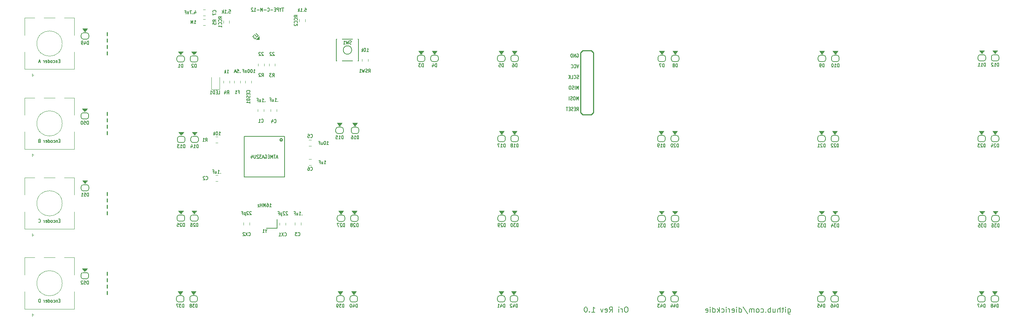
<source format=gbo>
G04 #@! TF.GenerationSoftware,KiCad,Pcbnew,(5.1.4-0)*
G04 #@! TF.CreationDate,2021-05-08T11:21:02-05:00*
G04 #@! TF.ProjectId,ori,6f72692e-6b69-4636-9164-5f7063625858,rev?*
G04 #@! TF.SameCoordinates,Original*
G04 #@! TF.FileFunction,Legend,Bot*
G04 #@! TF.FilePolarity,Positive*
%FSLAX46Y46*%
G04 Gerber Fmt 4.6, Leading zero omitted, Abs format (unit mm)*
G04 Created by KiCad (PCBNEW (5.1.4-0)) date 2021-05-08 11:21:02*
%MOMM*%
%LPD*%
G04 APERTURE LIST*
%ADD10C,0.150000*%
%ADD11C,0.250000*%
%ADD12C,0.200000*%
%ADD13C,0.120000*%
%ADD14C,0.100000*%
%ADD15C,0.254000*%
%ADD16C,0.203200*%
%ADD17C,2.642000*%
%ADD18C,1.803800*%
%ADD19C,4.089800*%
%ADD20C,0.902000*%
%ADD21R,2.102000X2.102000*%
%ADD22C,2.102000*%
%ADD23R,2.102000X3.302000*%
%ADD24C,1.102000*%
%ADD25C,1.252000*%
%ADD26R,2.202000X1.902000*%
%ADD27C,1.803400*%
%ADD28R,0.900000X1.900000*%
%ADD29R,1.900000X0.900000*%
%ADD30C,0.702000*%
%ADD31O,1.402000X2.502000*%
%ADD32C,0.402000*%
%ADD33O,1.402000X2.002000*%
%ADD34C,0.752000*%
%ADD35R,0.752000X1.162000*%
%ADD36R,1.202000X1.902000*%
%ADD37C,3.602000*%
G04 APERTURE END LIST*
D10*
X66373335Y-114322857D02*
X66140002Y-114322857D01*
X66040002Y-114741904D02*
X66373335Y-114741904D01*
X66373335Y-113941904D01*
X66040002Y-113941904D01*
X65740002Y-114208571D02*
X65740002Y-114741904D01*
X65740002Y-114284761D02*
X65706668Y-114246666D01*
X65640002Y-114208571D01*
X65540002Y-114208571D01*
X65473335Y-114246666D01*
X65440002Y-114322857D01*
X65440002Y-114741904D01*
X64806668Y-114703809D02*
X64873335Y-114741904D01*
X65006668Y-114741904D01*
X65073335Y-114703809D01*
X65106668Y-114665714D01*
X65140002Y-114589523D01*
X65140002Y-114360952D01*
X65106668Y-114284761D01*
X65073335Y-114246666D01*
X65006668Y-114208571D01*
X64873335Y-114208571D01*
X64806668Y-114246666D01*
X64406668Y-114741904D02*
X64473335Y-114703809D01*
X64506668Y-114665714D01*
X64540002Y-114589523D01*
X64540002Y-114360952D01*
X64506668Y-114284761D01*
X64473335Y-114246666D01*
X64406668Y-114208571D01*
X64306668Y-114208571D01*
X64240002Y-114246666D01*
X64206668Y-114284761D01*
X64173335Y-114360952D01*
X64173335Y-114589523D01*
X64206668Y-114665714D01*
X64240002Y-114703809D01*
X64306668Y-114741904D01*
X64406668Y-114741904D01*
X63573335Y-114741904D02*
X63573335Y-113941904D01*
X63573335Y-114703809D02*
X63640002Y-114741904D01*
X63773335Y-114741904D01*
X63840002Y-114703809D01*
X63873335Y-114665714D01*
X63906668Y-114589523D01*
X63906668Y-114360952D01*
X63873335Y-114284761D01*
X63840002Y-114246666D01*
X63773335Y-114208571D01*
X63640002Y-114208571D01*
X63573335Y-114246666D01*
X62973335Y-114703809D02*
X63040002Y-114741904D01*
X63173335Y-114741904D01*
X63240002Y-114703809D01*
X63273335Y-114627619D01*
X63273335Y-114322857D01*
X63240002Y-114246666D01*
X63173335Y-114208571D01*
X63040002Y-114208571D01*
X62973335Y-114246666D01*
X62940002Y-114322857D01*
X62940002Y-114399047D01*
X63273335Y-114475238D01*
X62640002Y-114741904D02*
X62640002Y-114208571D01*
X62640002Y-114360952D02*
X62606668Y-114284761D01*
X62573335Y-114246666D01*
X62506668Y-114208571D01*
X62440002Y-114208571D01*
X61673335Y-114741904D02*
X61673335Y-113941904D01*
X61506668Y-113941904D01*
X61406668Y-113980000D01*
X61340002Y-114056190D01*
X61306668Y-114132380D01*
X61273335Y-114284761D01*
X61273335Y-114399047D01*
X61306668Y-114551428D01*
X61340002Y-114627619D01*
X61406668Y-114703809D01*
X61506668Y-114741904D01*
X61673335Y-114741904D01*
X66373335Y-95322857D02*
X66140002Y-95322857D01*
X66040002Y-95741904D02*
X66373335Y-95741904D01*
X66373335Y-94941904D01*
X66040002Y-94941904D01*
X65740002Y-95208571D02*
X65740002Y-95741904D01*
X65740002Y-95284761D02*
X65706668Y-95246666D01*
X65640002Y-95208571D01*
X65540002Y-95208571D01*
X65473335Y-95246666D01*
X65440002Y-95322857D01*
X65440002Y-95741904D01*
X64806668Y-95703809D02*
X64873335Y-95741904D01*
X65006668Y-95741904D01*
X65073335Y-95703809D01*
X65106668Y-95665714D01*
X65140002Y-95589523D01*
X65140002Y-95360952D01*
X65106668Y-95284761D01*
X65073335Y-95246666D01*
X65006668Y-95208571D01*
X64873335Y-95208571D01*
X64806668Y-95246666D01*
X64406668Y-95741904D02*
X64473335Y-95703809D01*
X64506668Y-95665714D01*
X64540002Y-95589523D01*
X64540002Y-95360952D01*
X64506668Y-95284761D01*
X64473335Y-95246666D01*
X64406668Y-95208571D01*
X64306668Y-95208571D01*
X64240002Y-95246666D01*
X64206668Y-95284761D01*
X64173335Y-95360952D01*
X64173335Y-95589523D01*
X64206668Y-95665714D01*
X64240002Y-95703809D01*
X64306668Y-95741904D01*
X64406668Y-95741904D01*
X63573335Y-95741904D02*
X63573335Y-94941904D01*
X63573335Y-95703809D02*
X63640002Y-95741904D01*
X63773335Y-95741904D01*
X63840002Y-95703809D01*
X63873335Y-95665714D01*
X63906668Y-95589523D01*
X63906668Y-95360952D01*
X63873335Y-95284761D01*
X63840002Y-95246666D01*
X63773335Y-95208571D01*
X63640002Y-95208571D01*
X63573335Y-95246666D01*
X62973335Y-95703809D02*
X63040002Y-95741904D01*
X63173335Y-95741904D01*
X63240002Y-95703809D01*
X63273335Y-95627619D01*
X63273335Y-95322857D01*
X63240002Y-95246666D01*
X63173335Y-95208571D01*
X63040002Y-95208571D01*
X62973335Y-95246666D01*
X62940002Y-95322857D01*
X62940002Y-95399047D01*
X63273335Y-95475238D01*
X62640002Y-95741904D02*
X62640002Y-95208571D01*
X62640002Y-95360952D02*
X62606668Y-95284761D01*
X62573335Y-95246666D01*
X62506668Y-95208571D01*
X62440002Y-95208571D01*
X61273335Y-95665714D02*
X61306668Y-95703809D01*
X61406668Y-95741904D01*
X61473335Y-95741904D01*
X61573335Y-95703809D01*
X61640002Y-95627619D01*
X61673335Y-95551428D01*
X61706668Y-95399047D01*
X61706668Y-95284761D01*
X61673335Y-95132380D01*
X61640002Y-95056190D01*
X61573335Y-94980000D01*
X61473335Y-94941904D01*
X61406668Y-94941904D01*
X61306668Y-94980000D01*
X61273335Y-95018095D01*
D11*
X77520000Y-88539996D02*
X77520000Y-89299996D01*
X77520000Y-90059992D02*
X77520000Y-90819992D01*
X77520000Y-91579988D02*
X77520000Y-92339988D01*
X77520000Y-93099984D02*
X77520000Y-93859984D01*
X77520000Y-69539996D02*
X77520000Y-70299996D01*
X77520000Y-71059992D02*
X77520000Y-71819992D01*
X77520000Y-72579988D02*
X77520000Y-73339988D01*
X77520000Y-74099984D02*
X77520000Y-74859984D01*
D10*
X66373335Y-76322857D02*
X66140002Y-76322857D01*
X66040002Y-76741904D02*
X66373335Y-76741904D01*
X66373335Y-75941904D01*
X66040002Y-75941904D01*
X65740002Y-76208571D02*
X65740002Y-76741904D01*
X65740002Y-76284761D02*
X65706668Y-76246666D01*
X65640002Y-76208571D01*
X65540002Y-76208571D01*
X65473335Y-76246666D01*
X65440002Y-76322857D01*
X65440002Y-76741904D01*
X64806668Y-76703809D02*
X64873335Y-76741904D01*
X65006668Y-76741904D01*
X65073335Y-76703809D01*
X65106668Y-76665714D01*
X65140002Y-76589523D01*
X65140002Y-76360952D01*
X65106668Y-76284761D01*
X65073335Y-76246666D01*
X65006668Y-76208571D01*
X64873335Y-76208571D01*
X64806668Y-76246666D01*
X64406668Y-76741904D02*
X64473335Y-76703809D01*
X64506668Y-76665714D01*
X64540002Y-76589523D01*
X64540002Y-76360952D01*
X64506668Y-76284761D01*
X64473335Y-76246666D01*
X64406668Y-76208571D01*
X64306668Y-76208571D01*
X64240002Y-76246666D01*
X64206668Y-76284761D01*
X64173335Y-76360952D01*
X64173335Y-76589523D01*
X64206668Y-76665714D01*
X64240002Y-76703809D01*
X64306668Y-76741904D01*
X64406668Y-76741904D01*
X63573335Y-76741904D02*
X63573335Y-75941904D01*
X63573335Y-76703809D02*
X63640002Y-76741904D01*
X63773335Y-76741904D01*
X63840002Y-76703809D01*
X63873335Y-76665714D01*
X63906668Y-76589523D01*
X63906668Y-76360952D01*
X63873335Y-76284761D01*
X63840002Y-76246666D01*
X63773335Y-76208571D01*
X63640002Y-76208571D01*
X63573335Y-76246666D01*
X62973335Y-76703809D02*
X63040002Y-76741904D01*
X63173335Y-76741904D01*
X63240002Y-76703809D01*
X63273335Y-76627619D01*
X63273335Y-76322857D01*
X63240002Y-76246666D01*
X63173335Y-76208571D01*
X63040002Y-76208571D01*
X62973335Y-76246666D01*
X62940002Y-76322857D01*
X62940002Y-76399047D01*
X63273335Y-76475238D01*
X62640002Y-76741904D02*
X62640002Y-76208571D01*
X62640002Y-76360952D02*
X62606668Y-76284761D01*
X62573335Y-76246666D01*
X62506668Y-76208571D01*
X62440002Y-76208571D01*
X61440002Y-76322857D02*
X61340002Y-76360952D01*
X61306668Y-76399047D01*
X61273335Y-76475238D01*
X61273335Y-76589523D01*
X61306668Y-76665714D01*
X61340002Y-76703809D01*
X61406668Y-76741904D01*
X61673335Y-76741904D01*
X61673335Y-75941904D01*
X61440002Y-75941904D01*
X61373335Y-75980000D01*
X61340002Y-76018095D01*
X61306668Y-76094285D01*
X61306668Y-76170476D01*
X61340002Y-76246666D01*
X61373335Y-76284761D01*
X61440002Y-76322857D01*
X61673335Y-76322857D01*
X66323335Y-57322857D02*
X66090002Y-57322857D01*
X65990002Y-57741904D02*
X66323335Y-57741904D01*
X66323335Y-56941904D01*
X65990002Y-56941904D01*
X65690002Y-57208571D02*
X65690002Y-57741904D01*
X65690002Y-57284761D02*
X65656668Y-57246666D01*
X65590002Y-57208571D01*
X65490002Y-57208571D01*
X65423335Y-57246666D01*
X65390002Y-57322857D01*
X65390002Y-57741904D01*
X64756668Y-57703809D02*
X64823335Y-57741904D01*
X64956668Y-57741904D01*
X65023335Y-57703809D01*
X65056668Y-57665714D01*
X65090002Y-57589523D01*
X65090002Y-57360952D01*
X65056668Y-57284761D01*
X65023335Y-57246666D01*
X64956668Y-57208571D01*
X64823335Y-57208571D01*
X64756668Y-57246666D01*
X64356668Y-57741904D02*
X64423335Y-57703809D01*
X64456668Y-57665714D01*
X64490002Y-57589523D01*
X64490002Y-57360952D01*
X64456668Y-57284761D01*
X64423335Y-57246666D01*
X64356668Y-57208571D01*
X64256668Y-57208571D01*
X64190002Y-57246666D01*
X64156668Y-57284761D01*
X64123335Y-57360952D01*
X64123335Y-57589523D01*
X64156668Y-57665714D01*
X64190002Y-57703809D01*
X64256668Y-57741904D01*
X64356668Y-57741904D01*
X63523335Y-57741904D02*
X63523335Y-56941904D01*
X63523335Y-57703809D02*
X63590002Y-57741904D01*
X63723335Y-57741904D01*
X63790002Y-57703809D01*
X63823335Y-57665714D01*
X63856668Y-57589523D01*
X63856668Y-57360952D01*
X63823335Y-57284761D01*
X63790002Y-57246666D01*
X63723335Y-57208571D01*
X63590002Y-57208571D01*
X63523335Y-57246666D01*
X62923335Y-57703809D02*
X62990002Y-57741904D01*
X63123335Y-57741904D01*
X63190002Y-57703809D01*
X63223335Y-57627619D01*
X63223335Y-57322857D01*
X63190002Y-57246666D01*
X63123335Y-57208571D01*
X62990002Y-57208571D01*
X62923335Y-57246666D01*
X62890002Y-57322857D01*
X62890002Y-57399047D01*
X63223335Y-57475238D01*
X62590002Y-57741904D02*
X62590002Y-57208571D01*
X62590002Y-57360952D02*
X62556668Y-57284761D01*
X62523335Y-57246666D01*
X62456668Y-57208571D01*
X62390002Y-57208571D01*
X61656668Y-57513333D02*
X61323335Y-57513333D01*
X61723335Y-57741904D02*
X61490002Y-56941904D01*
X61256668Y-57741904D01*
D11*
X77519641Y-55099834D02*
X77519641Y-55859834D01*
X77519641Y-53579838D02*
X77519641Y-54339838D01*
X77519641Y-52059842D02*
X77519641Y-52819842D01*
X77519641Y-50539846D02*
X77519641Y-51299846D01*
X77519641Y-112099730D02*
X77519641Y-112859730D01*
X77519641Y-110579734D02*
X77519641Y-111339734D01*
X77519641Y-109059738D02*
X77519641Y-109819738D01*
X77519641Y-107539742D02*
X77519641Y-108299742D01*
D12*
X238994047Y-116282142D02*
X238994047Y-117294047D01*
X239053571Y-117413095D01*
X239113095Y-117472619D01*
X239232142Y-117532142D01*
X239410714Y-117532142D01*
X239529761Y-117472619D01*
X238994047Y-117055952D02*
X239113095Y-117115476D01*
X239351190Y-117115476D01*
X239470238Y-117055952D01*
X239529761Y-116996428D01*
X239589285Y-116877380D01*
X239589285Y-116520238D01*
X239529761Y-116401190D01*
X239470238Y-116341666D01*
X239351190Y-116282142D01*
X239113095Y-116282142D01*
X238994047Y-116341666D01*
X238398809Y-117115476D02*
X238398809Y-116282142D01*
X238398809Y-115865476D02*
X238458333Y-115925000D01*
X238398809Y-115984523D01*
X238339285Y-115925000D01*
X238398809Y-115865476D01*
X238398809Y-115984523D01*
X237982142Y-116282142D02*
X237505952Y-116282142D01*
X237803571Y-115865476D02*
X237803571Y-116936904D01*
X237744047Y-117055952D01*
X237625000Y-117115476D01*
X237505952Y-117115476D01*
X237089285Y-117115476D02*
X237089285Y-115865476D01*
X236553571Y-117115476D02*
X236553571Y-116460714D01*
X236613095Y-116341666D01*
X236732142Y-116282142D01*
X236910714Y-116282142D01*
X237029761Y-116341666D01*
X237089285Y-116401190D01*
X235422619Y-116282142D02*
X235422619Y-117115476D01*
X235958333Y-116282142D02*
X235958333Y-116936904D01*
X235898809Y-117055952D01*
X235779761Y-117115476D01*
X235601190Y-117115476D01*
X235482142Y-117055952D01*
X235422619Y-116996428D01*
X234827380Y-117115476D02*
X234827380Y-115865476D01*
X234827380Y-116341666D02*
X234708333Y-116282142D01*
X234470238Y-116282142D01*
X234351190Y-116341666D01*
X234291666Y-116401190D01*
X234232142Y-116520238D01*
X234232142Y-116877380D01*
X234291666Y-116996428D01*
X234351190Y-117055952D01*
X234470238Y-117115476D01*
X234708333Y-117115476D01*
X234827380Y-117055952D01*
X233696428Y-116996428D02*
X233636904Y-117055952D01*
X233696428Y-117115476D01*
X233755952Y-117055952D01*
X233696428Y-116996428D01*
X233696428Y-117115476D01*
X232565476Y-117055952D02*
X232684523Y-117115476D01*
X232922619Y-117115476D01*
X233041666Y-117055952D01*
X233101190Y-116996428D01*
X233160714Y-116877380D01*
X233160714Y-116520238D01*
X233101190Y-116401190D01*
X233041666Y-116341666D01*
X232922619Y-116282142D01*
X232684523Y-116282142D01*
X232565476Y-116341666D01*
X231851190Y-117115476D02*
X231970238Y-117055952D01*
X232029761Y-116996428D01*
X232089285Y-116877380D01*
X232089285Y-116520238D01*
X232029761Y-116401190D01*
X231970238Y-116341666D01*
X231851190Y-116282142D01*
X231672619Y-116282142D01*
X231553571Y-116341666D01*
X231494047Y-116401190D01*
X231434523Y-116520238D01*
X231434523Y-116877380D01*
X231494047Y-116996428D01*
X231553571Y-117055952D01*
X231672619Y-117115476D01*
X231851190Y-117115476D01*
X230898809Y-117115476D02*
X230898809Y-116282142D01*
X230898809Y-116401190D02*
X230839285Y-116341666D01*
X230720238Y-116282142D01*
X230541666Y-116282142D01*
X230422619Y-116341666D01*
X230363095Y-116460714D01*
X230363095Y-117115476D01*
X230363095Y-116460714D02*
X230303571Y-116341666D01*
X230184523Y-116282142D01*
X230005952Y-116282142D01*
X229886904Y-116341666D01*
X229827380Y-116460714D01*
X229827380Y-117115476D01*
X228339285Y-115805952D02*
X229410714Y-117413095D01*
X227386904Y-117115476D02*
X227386904Y-115865476D01*
X227386904Y-117055952D02*
X227505952Y-117115476D01*
X227744047Y-117115476D01*
X227863095Y-117055952D01*
X227922619Y-116996428D01*
X227982142Y-116877380D01*
X227982142Y-116520238D01*
X227922619Y-116401190D01*
X227863095Y-116341666D01*
X227744047Y-116282142D01*
X227505952Y-116282142D01*
X227386904Y-116341666D01*
X226791666Y-117115476D02*
X226791666Y-116282142D01*
X226791666Y-115865476D02*
X226851190Y-115925000D01*
X226791666Y-115984523D01*
X226732142Y-115925000D01*
X226791666Y-115865476D01*
X226791666Y-115984523D01*
X225720238Y-117055952D02*
X225839285Y-117115476D01*
X226077380Y-117115476D01*
X226196428Y-117055952D01*
X226255952Y-116936904D01*
X226255952Y-116460714D01*
X226196428Y-116341666D01*
X226077380Y-116282142D01*
X225839285Y-116282142D01*
X225720238Y-116341666D01*
X225660714Y-116460714D01*
X225660714Y-116579761D01*
X226255952Y-116698809D01*
X225125000Y-117115476D02*
X225125000Y-116282142D01*
X225125000Y-116520238D02*
X225065476Y-116401190D01*
X225005952Y-116341666D01*
X224886904Y-116282142D01*
X224767857Y-116282142D01*
X224351190Y-117115476D02*
X224351190Y-116282142D01*
X224351190Y-115865476D02*
X224410714Y-115925000D01*
X224351190Y-115984523D01*
X224291666Y-115925000D01*
X224351190Y-115865476D01*
X224351190Y-115984523D01*
X223220238Y-117055952D02*
X223339285Y-117115476D01*
X223577380Y-117115476D01*
X223696428Y-117055952D01*
X223755952Y-116996428D01*
X223815476Y-116877380D01*
X223815476Y-116520238D01*
X223755952Y-116401190D01*
X223696428Y-116341666D01*
X223577380Y-116282142D01*
X223339285Y-116282142D01*
X223220238Y-116341666D01*
X222684523Y-117115476D02*
X222684523Y-115865476D01*
X222565476Y-116639285D02*
X222208333Y-117115476D01*
X222208333Y-116282142D02*
X222684523Y-116758333D01*
X221136904Y-117115476D02*
X221136904Y-115865476D01*
X221136904Y-117055952D02*
X221255952Y-117115476D01*
X221494047Y-117115476D01*
X221613095Y-117055952D01*
X221672619Y-116996428D01*
X221732142Y-116877380D01*
X221732142Y-116520238D01*
X221672619Y-116401190D01*
X221613095Y-116341666D01*
X221494047Y-116282142D01*
X221255952Y-116282142D01*
X221136904Y-116341666D01*
X220541666Y-117115476D02*
X220541666Y-116282142D01*
X220541666Y-115865476D02*
X220601190Y-115925000D01*
X220541666Y-115984523D01*
X220482142Y-115925000D01*
X220541666Y-115865476D01*
X220541666Y-115984523D01*
X219470238Y-117055952D02*
X219589285Y-117115476D01*
X219827380Y-117115476D01*
X219946428Y-117055952D01*
X220005952Y-116936904D01*
X220005952Y-116460714D01*
X219946428Y-116341666D01*
X219827380Y-116282142D01*
X219589285Y-116282142D01*
X219470238Y-116341666D01*
X219410714Y-116460714D01*
X219410714Y-116579761D01*
X220005952Y-116698809D01*
X200730952Y-115815476D02*
X200492857Y-115815476D01*
X200373809Y-115875000D01*
X200254761Y-115994047D01*
X200195238Y-116232142D01*
X200195238Y-116648809D01*
X200254761Y-116886904D01*
X200373809Y-117005952D01*
X200492857Y-117065476D01*
X200730952Y-117065476D01*
X200850000Y-117005952D01*
X200969047Y-116886904D01*
X201028571Y-116648809D01*
X201028571Y-116232142D01*
X200969047Y-115994047D01*
X200850000Y-115875000D01*
X200730952Y-115815476D01*
X199659523Y-117065476D02*
X199659523Y-116232142D01*
X199659523Y-116470238D02*
X199600000Y-116351190D01*
X199540476Y-116291666D01*
X199421428Y-116232142D01*
X199302380Y-116232142D01*
X198885714Y-117065476D02*
X198885714Y-116232142D01*
X198885714Y-115815476D02*
X198945238Y-115875000D01*
X198885714Y-115934523D01*
X198826190Y-115875000D01*
X198885714Y-115815476D01*
X198885714Y-115934523D01*
X196623809Y-117065476D02*
X197040476Y-116470238D01*
X197338095Y-117065476D02*
X197338095Y-115815476D01*
X196861904Y-115815476D01*
X196742857Y-115875000D01*
X196683333Y-115934523D01*
X196623809Y-116053571D01*
X196623809Y-116232142D01*
X196683333Y-116351190D01*
X196742857Y-116410714D01*
X196861904Y-116470238D01*
X197338095Y-116470238D01*
X195611904Y-117005952D02*
X195730952Y-117065476D01*
X195969047Y-117065476D01*
X196088095Y-117005952D01*
X196147619Y-116886904D01*
X196147619Y-116410714D01*
X196088095Y-116291666D01*
X195969047Y-116232142D01*
X195730952Y-116232142D01*
X195611904Y-116291666D01*
X195552380Y-116410714D01*
X195552380Y-116529761D01*
X196147619Y-116648809D01*
X195135714Y-116232142D02*
X194838095Y-117065476D01*
X194540476Y-116232142D01*
X192457142Y-117065476D02*
X193171428Y-117065476D01*
X192814285Y-117065476D02*
X192814285Y-115815476D01*
X192933333Y-115994047D01*
X193052380Y-116113095D01*
X193171428Y-116172619D01*
X191921428Y-116946428D02*
X191861904Y-117005952D01*
X191921428Y-117065476D01*
X191980952Y-117005952D01*
X191921428Y-116946428D01*
X191921428Y-117065476D01*
X191088095Y-115815476D02*
X190969047Y-115815476D01*
X190850000Y-115875000D01*
X190790476Y-115934523D01*
X190730952Y-116053571D01*
X190671428Y-116291666D01*
X190671428Y-116589285D01*
X190730952Y-116827380D01*
X190790476Y-116946428D01*
X190850000Y-117005952D01*
X190969047Y-117065476D01*
X191088095Y-117065476D01*
X191207142Y-117005952D01*
X191266666Y-116946428D01*
X191326190Y-116827380D01*
X191385714Y-116589285D01*
X191385714Y-116291666D01*
X191326190Y-116053571D01*
X191266666Y-115934523D01*
X191207142Y-115875000D01*
X191088095Y-115815476D01*
D10*
X116033333Y-92011904D02*
X116433333Y-92011904D01*
X116233333Y-92011904D02*
X116233333Y-91211904D01*
X116300000Y-91326190D01*
X116366666Y-91402380D01*
X116433333Y-91440476D01*
X115433333Y-91211904D02*
X115566666Y-91211904D01*
X115633333Y-91250000D01*
X115666666Y-91288095D01*
X115733333Y-91402380D01*
X115766666Y-91554761D01*
X115766666Y-91859523D01*
X115733333Y-91935714D01*
X115700000Y-91973809D01*
X115633333Y-92011904D01*
X115500000Y-92011904D01*
X115433333Y-91973809D01*
X115400000Y-91935714D01*
X115366666Y-91859523D01*
X115366666Y-91669047D01*
X115400000Y-91592857D01*
X115433333Y-91554761D01*
X115500000Y-91516666D01*
X115633333Y-91516666D01*
X115700000Y-91554761D01*
X115733333Y-91592857D01*
X115766666Y-91669047D01*
X115066666Y-92011904D02*
X115066666Y-91211904D01*
X114833333Y-91783333D01*
X114600000Y-91211904D01*
X114600000Y-92011904D01*
X114266666Y-92011904D02*
X114266666Y-91211904D01*
X114266666Y-91592857D02*
X113866666Y-91592857D01*
X113866666Y-92011904D02*
X113866666Y-91211904D01*
X113600000Y-91478571D02*
X113233333Y-91478571D01*
X113600000Y-92011904D01*
X113233333Y-92011904D01*
D13*
X59765088Y-98987062D02*
X59765088Y-98387062D01*
X60065088Y-98687062D02*
X59765088Y-98987062D01*
X59765088Y-98387062D02*
X60065088Y-98687062D01*
X69765088Y-93187062D02*
X69765088Y-97287062D01*
X57965088Y-93187062D02*
X57965088Y-97287062D01*
X69765088Y-85087062D02*
X69765088Y-89187062D01*
X67365088Y-85087062D02*
X69765088Y-85087062D01*
X62565088Y-85087062D02*
X65165088Y-85087062D01*
X57965088Y-85087062D02*
X60365088Y-85087062D01*
X57965088Y-89187062D02*
X57965088Y-85087062D01*
X57965088Y-97287062D02*
X69765088Y-97287062D01*
X66865088Y-91187062D02*
G75*
G03X66865088Y-91187062I-3000000J0D01*
G01*
D14*
G36*
X98187999Y-93735177D02*
G01*
X98787999Y-92935177D01*
X97587999Y-92935177D01*
X98187999Y-93735177D01*
G37*
X98187999Y-93735177D02*
X98787999Y-92935177D01*
X97587999Y-92935177D01*
X98187999Y-93735177D01*
D12*
X97287999Y-94449415D02*
X97287999Y-94949377D01*
X97787999Y-93949377D02*
G75*
G03X97287999Y-94449377I0J-500000D01*
G01*
X97287999Y-94949377D02*
G75*
G03X97787999Y-95449377I500000J0D01*
G01*
X98587999Y-95449377D02*
X97787999Y-95449377D01*
X98587999Y-95449377D02*
G75*
G03X99087999Y-94949377I0J500000D01*
G01*
X99087999Y-94949339D02*
X99087999Y-94449377D01*
X98587999Y-93949377D02*
X97787999Y-93949377D01*
X99087999Y-94449377D02*
G75*
G03X98587999Y-93949377I-500000J0D01*
G01*
D13*
X102240000Y-64110000D02*
X102240000Y-61250000D01*
X104160000Y-64110000D02*
X102240000Y-64110000D01*
X104160000Y-61250000D02*
X104160000Y-64110000D01*
X125388748Y-76090000D02*
X125911252Y-76090000D01*
X125388748Y-77510000D02*
X125911252Y-77510000D01*
X103786252Y-85910000D02*
X103263748Y-85910000D01*
X103786252Y-84490000D02*
X103263748Y-84490000D01*
D14*
G36*
X247031999Y-55780177D02*
G01*
X247631999Y-54980177D01*
X246431999Y-54980177D01*
X247031999Y-55780177D01*
G37*
X247031999Y-55780177D02*
X247631999Y-54980177D01*
X246431999Y-54980177D01*
X247031999Y-55780177D01*
D12*
X246131999Y-56494415D02*
X246131999Y-56994377D01*
X246631999Y-55994377D02*
G75*
G03X246131999Y-56494377I0J-500000D01*
G01*
X246131999Y-56994377D02*
G75*
G03X246631999Y-57494377I500000J0D01*
G01*
X247431999Y-57494377D02*
X246631999Y-57494377D01*
X247431999Y-57494377D02*
G75*
G03X247931999Y-56994377I0J500000D01*
G01*
X247931999Y-56994339D02*
X247931999Y-56494377D01*
X247431999Y-55994377D02*
X246631999Y-55994377D01*
X247931999Y-56494377D02*
G75*
G03X247431999Y-55994377I-500000J0D01*
G01*
D13*
X59765088Y-79987112D02*
X59765088Y-79387112D01*
X60065088Y-79687112D02*
X59765088Y-79987112D01*
X59765088Y-79387112D02*
X60065088Y-79687112D01*
X69765088Y-74187112D02*
X69765088Y-78287112D01*
X57965088Y-74187112D02*
X57965088Y-78287112D01*
X69765088Y-66087112D02*
X69765088Y-70187112D01*
X67365088Y-66087112D02*
X69765088Y-66087112D01*
X62565088Y-66087112D02*
X65165088Y-66087112D01*
X57965088Y-66087112D02*
X60365088Y-66087112D01*
X57965088Y-70187112D02*
X57965088Y-66087112D01*
X57965088Y-78287112D02*
X69765088Y-78287112D01*
X66865088Y-72187112D02*
G75*
G03X66865088Y-72187112I-3000000J0D01*
G01*
X59765088Y-117987012D02*
X59765088Y-117387012D01*
X60065088Y-117687012D02*
X59765088Y-117987012D01*
X59765088Y-117387012D02*
X60065088Y-117687012D01*
X69765088Y-112187012D02*
X69765088Y-116287012D01*
X57965088Y-112187012D02*
X57965088Y-116287012D01*
X69765088Y-104087012D02*
X69765088Y-108187012D01*
X67365088Y-104087012D02*
X69765088Y-104087012D01*
X62565088Y-104087012D02*
X65165088Y-104087012D01*
X57965088Y-104087012D02*
X60365088Y-104087012D01*
X57965088Y-108187012D02*
X57965088Y-104087012D01*
X57965088Y-116287012D02*
X69765088Y-116287012D01*
X66865088Y-110187012D02*
G75*
G03X66865088Y-110187012I-3000000J0D01*
G01*
X59765088Y-60987162D02*
X59765088Y-60387162D01*
X60065088Y-60687162D02*
X59765088Y-60987162D01*
X59765088Y-60387162D02*
X60065088Y-60687162D01*
X69765088Y-55187162D02*
X69765088Y-59287162D01*
X57965088Y-55187162D02*
X57965088Y-59287162D01*
X69765088Y-47087162D02*
X69765088Y-51187162D01*
X67365088Y-47087162D02*
X69765088Y-47087162D01*
X62565088Y-47087162D02*
X65165088Y-47087162D01*
X57965088Y-47087162D02*
X60365088Y-47087162D01*
X57965088Y-51187162D02*
X57965088Y-47087162D01*
X57965088Y-59287162D02*
X69765088Y-59287162D01*
X66865088Y-53187162D02*
G75*
G03X66865088Y-53187162I-3000000J0D01*
G01*
X106557000Y-62026748D02*
X106557000Y-62549252D01*
X105137000Y-62026748D02*
X105137000Y-62549252D01*
X111710000Y-62038748D02*
X111710000Y-62561252D01*
X110290000Y-62038748D02*
X110290000Y-62561252D01*
X100811252Y-48810000D02*
X100288748Y-48810000D01*
X100811252Y-47390000D02*
X100288748Y-47390000D01*
X100811252Y-46560000D02*
X100288748Y-46560000D01*
X100811252Y-45140000D02*
X100288748Y-45140000D01*
X137999000Y-57409252D02*
X137999000Y-56886748D01*
X139419000Y-57409252D02*
X139419000Y-56886748D01*
X124510000Y-47438748D02*
X124510000Y-47961252D01*
X123090000Y-47438748D02*
X123090000Y-47961252D01*
X105090000Y-47788748D02*
X105090000Y-48311252D01*
X106510000Y-47788748D02*
X106510000Y-48311252D01*
X115919999Y-58494254D02*
X115919999Y-57971750D01*
X117339999Y-58494254D02*
X117339999Y-57971750D01*
X113336000Y-58485252D02*
X113336000Y-57962748D01*
X114756000Y-58485252D02*
X114756000Y-57962748D01*
X103266247Y-75390000D02*
X103788751Y-75390000D01*
X103266247Y-76810000D02*
X103788751Y-76810000D01*
X123460000Y-95788748D02*
X123460000Y-96311252D01*
X122040000Y-95788748D02*
X122040000Y-96311252D01*
X116340000Y-69361252D02*
X116340000Y-68838748D01*
X117760000Y-69361252D02*
X117760000Y-68838748D01*
X113290000Y-69361252D02*
X113290000Y-68838748D01*
X114710000Y-69361252D02*
X114710000Y-68838748D01*
X118440000Y-96361252D02*
X118440000Y-95838748D01*
X119860000Y-96361252D02*
X119860000Y-95838748D01*
X111310000Y-95788748D02*
X111310000Y-96311252D01*
X109890000Y-95788748D02*
X109890000Y-96311252D01*
X125388748Y-80690000D02*
X125911252Y-80690000D01*
X125388748Y-82110000D02*
X125911252Y-82110000D01*
X107690000Y-62561252D02*
X107690000Y-62038748D01*
X109110000Y-62561252D02*
X109110000Y-62038748D01*
D12*
X117821000Y-97113000D02*
X115281000Y-97113000D01*
X117821000Y-94954000D02*
X117821000Y-97113000D01*
D15*
X192867200Y-55338000D02*
X192359200Y-54830000D01*
X192359200Y-54830000D02*
X190327200Y-54830000D01*
X190327200Y-54830000D02*
X189819200Y-55338000D01*
X189819200Y-55338000D02*
X189819200Y-69562000D01*
X189819200Y-69562000D02*
X190327200Y-70070000D01*
X190327200Y-70070000D02*
X192359200Y-70070000D01*
X192359200Y-70070000D02*
X192867200Y-69562000D01*
X192867200Y-69562000D02*
X192867200Y-55338000D01*
D14*
G36*
X72280002Y-50435800D02*
G01*
X72880002Y-49635800D01*
X71680002Y-49635800D01*
X72280002Y-50435800D01*
G37*
X72280002Y-50435800D02*
X72880002Y-49635800D01*
X71680002Y-49635800D01*
X72280002Y-50435800D01*
D12*
X71380002Y-51150038D02*
X71380002Y-51650000D01*
X71880002Y-50650000D02*
G75*
G03X71380002Y-51150000I0J-500000D01*
G01*
X71380002Y-51650000D02*
G75*
G03X71880002Y-52150000I500000J0D01*
G01*
X72680002Y-52150000D02*
X71880002Y-52150000D01*
X72680002Y-52150000D02*
G75*
G03X73180002Y-51650000I0J500000D01*
G01*
X73180002Y-51649962D02*
X73180002Y-51150000D01*
X72680002Y-50650000D02*
X71880002Y-50650000D01*
X73180002Y-51150000D02*
G75*
G03X72680002Y-50650000I-500000J0D01*
G01*
D15*
X119082700Y-76100000D02*
G75*
G03X119082700Y-76100000I-282700J0D01*
G01*
D16*
X119600000Y-84900000D02*
X119600000Y-75300000D01*
X110000000Y-84900000D02*
X119600000Y-84900000D01*
X110000000Y-75300000D02*
X110000000Y-84900000D01*
X119600000Y-75300000D02*
X110000000Y-75300000D01*
D14*
G36*
X94962999Y-55877177D02*
G01*
X95562999Y-55077177D01*
X94362999Y-55077177D01*
X94962999Y-55877177D01*
G37*
X94962999Y-55877177D02*
X95562999Y-55077177D01*
X94362999Y-55077177D01*
X94962999Y-55877177D01*
D12*
X94062999Y-56591415D02*
X94062999Y-57091377D01*
X94562999Y-56091377D02*
G75*
G03X94062999Y-56591377I0J-500000D01*
G01*
X94062999Y-57091377D02*
G75*
G03X94562999Y-57591377I500000J0D01*
G01*
X95362999Y-57591377D02*
X94562999Y-57591377D01*
X95362999Y-57591377D02*
G75*
G03X95862999Y-57091377I0J500000D01*
G01*
X95862999Y-57091339D02*
X95862999Y-56591377D01*
X95362999Y-56091377D02*
X94562999Y-56091377D01*
X95862999Y-56591377D02*
G75*
G03X95362999Y-56091377I-500000J0D01*
G01*
D14*
G36*
X98137999Y-55877177D02*
G01*
X98737999Y-55077177D01*
X97537999Y-55077177D01*
X98137999Y-55877177D01*
G37*
X98137999Y-55877177D02*
X98737999Y-55077177D01*
X97537999Y-55077177D01*
X98137999Y-55877177D01*
D12*
X97237999Y-56591415D02*
X97237999Y-57091377D01*
X97737999Y-56091377D02*
G75*
G03X97237999Y-56591377I0J-500000D01*
G01*
X97237999Y-57091377D02*
G75*
G03X97737999Y-57591377I500000J0D01*
G01*
X98537999Y-57591377D02*
X97737999Y-57591377D01*
X98537999Y-57591377D02*
G75*
G03X99037999Y-57091377I0J500000D01*
G01*
X99037999Y-57091339D02*
X99037999Y-56591377D01*
X98537999Y-56091377D02*
X97737999Y-56091377D01*
X99037999Y-56591377D02*
G75*
G03X98537999Y-56091377I-500000J0D01*
G01*
D14*
G36*
X151985999Y-55766802D02*
G01*
X152585999Y-54966802D01*
X151385999Y-54966802D01*
X151985999Y-55766802D01*
G37*
X151985999Y-55766802D02*
X152585999Y-54966802D01*
X151385999Y-54966802D01*
X151985999Y-55766802D01*
D12*
X151085999Y-56481040D02*
X151085999Y-56981002D01*
X151585999Y-55981002D02*
G75*
G03X151085999Y-56481002I0J-500000D01*
G01*
X151085999Y-56981002D02*
G75*
G03X151585999Y-57481002I500000J0D01*
G01*
X152385999Y-57481002D02*
X151585999Y-57481002D01*
X152385999Y-57481002D02*
G75*
G03X152885999Y-56981002I0J500000D01*
G01*
X152885999Y-56980964D02*
X152885999Y-56481002D01*
X152385999Y-55981002D02*
X151585999Y-55981002D01*
X152885999Y-56481002D02*
G75*
G03X152385999Y-55981002I-500000J0D01*
G01*
D14*
G36*
X155160999Y-55766802D02*
G01*
X155760999Y-54966802D01*
X154560999Y-54966802D01*
X155160999Y-55766802D01*
G37*
X155160999Y-55766802D02*
X155760999Y-54966802D01*
X154560999Y-54966802D01*
X155160999Y-55766802D01*
D12*
X154260999Y-56481040D02*
X154260999Y-56981002D01*
X154760999Y-55981002D02*
G75*
G03X154260999Y-56481002I0J-500000D01*
G01*
X154260999Y-56981002D02*
G75*
G03X154760999Y-57481002I500000J0D01*
G01*
X155560999Y-57481002D02*
X154760999Y-57481002D01*
X155560999Y-57481002D02*
G75*
G03X156060999Y-56981002I0J500000D01*
G01*
X156060999Y-56980964D02*
X156060999Y-56481002D01*
X155560999Y-55981002D02*
X154760999Y-55981002D01*
X156060999Y-56481002D02*
G75*
G03X155560999Y-55981002I-500000J0D01*
G01*
D14*
G36*
X170985999Y-55769177D02*
G01*
X171585999Y-54969177D01*
X170385999Y-54969177D01*
X170985999Y-55769177D01*
G37*
X170985999Y-55769177D02*
X171585999Y-54969177D01*
X170385999Y-54969177D01*
X170985999Y-55769177D01*
D12*
X170085999Y-56483415D02*
X170085999Y-56983377D01*
X170585999Y-55983377D02*
G75*
G03X170085999Y-56483377I0J-500000D01*
G01*
X170085999Y-56983377D02*
G75*
G03X170585999Y-57483377I500000J0D01*
G01*
X171385999Y-57483377D02*
X170585999Y-57483377D01*
X171385999Y-57483377D02*
G75*
G03X171885999Y-56983377I0J500000D01*
G01*
X171885999Y-56983339D02*
X171885999Y-56483377D01*
X171385999Y-55983377D02*
X170585999Y-55983377D01*
X171885999Y-56483377D02*
G75*
G03X171385999Y-55983377I-500000J0D01*
G01*
D14*
G36*
X174160999Y-55769177D02*
G01*
X174760999Y-54969177D01*
X173560999Y-54969177D01*
X174160999Y-55769177D01*
G37*
X174160999Y-55769177D02*
X174760999Y-54969177D01*
X173560999Y-54969177D01*
X174160999Y-55769177D01*
D12*
X173260999Y-56483415D02*
X173260999Y-56983377D01*
X173760999Y-55983377D02*
G75*
G03X173260999Y-56483377I0J-500000D01*
G01*
X173260999Y-56983377D02*
G75*
G03X173760999Y-57483377I500000J0D01*
G01*
X174560999Y-57483377D02*
X173760999Y-57483377D01*
X174560999Y-57483377D02*
G75*
G03X175060999Y-56983377I0J500000D01*
G01*
X175060999Y-56983339D02*
X175060999Y-56483377D01*
X174560999Y-55983377D02*
X173760999Y-55983377D01*
X175060999Y-56483377D02*
G75*
G03X174560999Y-55983377I-500000J0D01*
G01*
D14*
G36*
X209058999Y-55780177D02*
G01*
X209658999Y-54980177D01*
X208458999Y-54980177D01*
X209058999Y-55780177D01*
G37*
X209058999Y-55780177D02*
X209658999Y-54980177D01*
X208458999Y-54980177D01*
X209058999Y-55780177D01*
D12*
X208158999Y-56494415D02*
X208158999Y-56994377D01*
X208658999Y-55994377D02*
G75*
G03X208158999Y-56494377I0J-500000D01*
G01*
X208158999Y-56994377D02*
G75*
G03X208658999Y-57494377I500000J0D01*
G01*
X209458999Y-57494377D02*
X208658999Y-57494377D01*
X209458999Y-57494377D02*
G75*
G03X209958999Y-56994377I0J500000D01*
G01*
X209958999Y-56994339D02*
X209958999Y-56494377D01*
X209458999Y-55994377D02*
X208658999Y-55994377D01*
X209958999Y-56494377D02*
G75*
G03X209458999Y-55994377I-500000J0D01*
G01*
D14*
G36*
X212233999Y-55780177D02*
G01*
X212833999Y-54980177D01*
X211633999Y-54980177D01*
X212233999Y-55780177D01*
G37*
X212233999Y-55780177D02*
X212833999Y-54980177D01*
X211633999Y-54980177D01*
X212233999Y-55780177D01*
D12*
X211333999Y-56494415D02*
X211333999Y-56994377D01*
X211833999Y-55994377D02*
G75*
G03X211333999Y-56494377I0J-500000D01*
G01*
X211333999Y-56994377D02*
G75*
G03X211833999Y-57494377I500000J0D01*
G01*
X212633999Y-57494377D02*
X211833999Y-57494377D01*
X212633999Y-57494377D02*
G75*
G03X213133999Y-56994377I0J500000D01*
G01*
X213133999Y-56994339D02*
X213133999Y-56494377D01*
X212633999Y-55994377D02*
X211833999Y-55994377D01*
X213133999Y-56494377D02*
G75*
G03X212633999Y-55994377I-500000J0D01*
G01*
D14*
G36*
X250206999Y-55780177D02*
G01*
X250806999Y-54980177D01*
X249606999Y-54980177D01*
X250206999Y-55780177D01*
G37*
X250206999Y-55780177D02*
X250806999Y-54980177D01*
X249606999Y-54980177D01*
X250206999Y-55780177D01*
D12*
X249306999Y-56494415D02*
X249306999Y-56994377D01*
X249806999Y-55994377D02*
G75*
G03X249306999Y-56494377I0J-500000D01*
G01*
X249306999Y-56994377D02*
G75*
G03X249806999Y-57494377I500000J0D01*
G01*
X250606999Y-57494377D02*
X249806999Y-57494377D01*
X250606999Y-57494377D02*
G75*
G03X251106999Y-56994377I0J500000D01*
G01*
X251106999Y-56994339D02*
X251106999Y-56494377D01*
X250606999Y-55994377D02*
X249806999Y-55994377D01*
X251106999Y-56494377D02*
G75*
G03X250606999Y-55994377I-500000J0D01*
G01*
D14*
G36*
X284950000Y-55635800D02*
G01*
X285550000Y-54835800D01*
X284350000Y-54835800D01*
X284950000Y-55635800D01*
G37*
X284950000Y-55635800D02*
X285550000Y-54835800D01*
X284350000Y-54835800D01*
X284950000Y-55635800D01*
D12*
X284050000Y-56350038D02*
X284050000Y-56850000D01*
X284550000Y-55850000D02*
G75*
G03X284050000Y-56350000I0J-500000D01*
G01*
X284050000Y-56850000D02*
G75*
G03X284550000Y-57350000I500000J0D01*
G01*
X285350000Y-57350000D02*
X284550000Y-57350000D01*
X285350000Y-57350000D02*
G75*
G03X285850000Y-56850000I0J500000D01*
G01*
X285850000Y-56849962D02*
X285850000Y-56350000D01*
X285350000Y-55850000D02*
X284550000Y-55850000D01*
X285850000Y-56350000D02*
G75*
G03X285350000Y-55850000I-500000J0D01*
G01*
D14*
G36*
X95089999Y-75027177D02*
G01*
X95689999Y-74227177D01*
X94489999Y-74227177D01*
X95089999Y-75027177D01*
G37*
X95089999Y-75027177D02*
X95689999Y-74227177D01*
X94489999Y-74227177D01*
X95089999Y-75027177D01*
D12*
X94189999Y-75741415D02*
X94189999Y-76241377D01*
X94689999Y-75241377D02*
G75*
G03X94189999Y-75741377I0J-500000D01*
G01*
X94189999Y-76241377D02*
G75*
G03X94689999Y-76741377I500000J0D01*
G01*
X95489999Y-76741377D02*
X94689999Y-76741377D01*
X95489999Y-76741377D02*
G75*
G03X95989999Y-76241377I0J500000D01*
G01*
X95989999Y-76241339D02*
X95989999Y-75741377D01*
X95489999Y-75241377D02*
X94689999Y-75241377D01*
X95989999Y-75741377D02*
G75*
G03X95489999Y-75241377I-500000J0D01*
G01*
D14*
G36*
X98264999Y-75027177D02*
G01*
X98864999Y-74227177D01*
X97664999Y-74227177D01*
X98264999Y-75027177D01*
G37*
X98264999Y-75027177D02*
X98864999Y-74227177D01*
X97664999Y-74227177D01*
X98264999Y-75027177D01*
D12*
X97364999Y-75741415D02*
X97364999Y-76241377D01*
X97864999Y-75241377D02*
G75*
G03X97364999Y-75741377I0J-500000D01*
G01*
X97364999Y-76241377D02*
G75*
G03X97864999Y-76741377I500000J0D01*
G01*
X98664999Y-76741377D02*
X97864999Y-76741377D01*
X98664999Y-76741377D02*
G75*
G03X99164999Y-76241377I0J500000D01*
G01*
X99164999Y-76241339D02*
X99164999Y-75741377D01*
X98664999Y-75241377D02*
X97864999Y-75241377D01*
X99164999Y-75741377D02*
G75*
G03X98664999Y-75241377I-500000J0D01*
G01*
D14*
G36*
X132650000Y-72878177D02*
G01*
X133250000Y-72078177D01*
X132050000Y-72078177D01*
X132650000Y-72878177D01*
G37*
X132650000Y-72878177D02*
X133250000Y-72078177D01*
X132050000Y-72078177D01*
X132650000Y-72878177D01*
D12*
X131750000Y-73592415D02*
X131750000Y-74092377D01*
X132250000Y-73092377D02*
G75*
G03X131750000Y-73592377I0J-500000D01*
G01*
X131750000Y-74092377D02*
G75*
G03X132250000Y-74592377I500000J0D01*
G01*
X133050000Y-74592377D02*
X132250000Y-74592377D01*
X133050000Y-74592377D02*
G75*
G03X133550000Y-74092377I0J500000D01*
G01*
X133550000Y-74092339D02*
X133550000Y-73592377D01*
X133050000Y-73092377D02*
X132250000Y-73092377D01*
X133550000Y-73592377D02*
G75*
G03X133050000Y-73092377I-500000J0D01*
G01*
D14*
G36*
X136314999Y-72878177D02*
G01*
X136914999Y-72078177D01*
X135714999Y-72078177D01*
X136314999Y-72878177D01*
G37*
X136314999Y-72878177D02*
X136914999Y-72078177D01*
X135714999Y-72078177D01*
X136314999Y-72878177D01*
D12*
X135414999Y-73592415D02*
X135414999Y-74092377D01*
X135914999Y-73092377D02*
G75*
G03X135414999Y-73592377I0J-500000D01*
G01*
X135414999Y-74092377D02*
G75*
G03X135914999Y-74592377I500000J0D01*
G01*
X136714999Y-74592377D02*
X135914999Y-74592377D01*
X136714999Y-74592377D02*
G75*
G03X137214999Y-74092377I0J500000D01*
G01*
X137214999Y-74092339D02*
X137214999Y-73592377D01*
X136714999Y-73092377D02*
X135914999Y-73092377D01*
X137214999Y-73592377D02*
G75*
G03X136714999Y-73092377I-500000J0D01*
G01*
D14*
G36*
X171050000Y-74828177D02*
G01*
X171650000Y-74028177D01*
X170450000Y-74028177D01*
X171050000Y-74828177D01*
G37*
X171050000Y-74828177D02*
X171650000Y-74028177D01*
X170450000Y-74028177D01*
X171050000Y-74828177D01*
D12*
X170150000Y-75542415D02*
X170150000Y-76042377D01*
X170650000Y-75042377D02*
G75*
G03X170150000Y-75542377I0J-500000D01*
G01*
X170150000Y-76042377D02*
G75*
G03X170650000Y-76542377I500000J0D01*
G01*
X171450000Y-76542377D02*
X170650000Y-76542377D01*
X171450000Y-76542377D02*
G75*
G03X171950000Y-76042377I0J500000D01*
G01*
X171950000Y-76042339D02*
X171950000Y-75542377D01*
X171450000Y-75042377D02*
X170650000Y-75042377D01*
X171950000Y-75542377D02*
G75*
G03X171450000Y-75042377I-500000J0D01*
G01*
D14*
G36*
X174150000Y-74828177D02*
G01*
X174750000Y-74028177D01*
X173550000Y-74028177D01*
X174150000Y-74828177D01*
G37*
X174150000Y-74828177D02*
X174750000Y-74028177D01*
X173550000Y-74028177D01*
X174150000Y-74828177D01*
D12*
X173250000Y-75542415D02*
X173250000Y-76042377D01*
X173750000Y-75042377D02*
G75*
G03X173250000Y-75542377I0J-500000D01*
G01*
X173250000Y-76042377D02*
G75*
G03X173750000Y-76542377I500000J0D01*
G01*
X174550000Y-76542377D02*
X173750000Y-76542377D01*
X174550000Y-76542377D02*
G75*
G03X175050000Y-76042377I0J500000D01*
G01*
X175050000Y-76042339D02*
X175050000Y-75542377D01*
X174550000Y-75042377D02*
X173750000Y-75042377D01*
X175050000Y-75542377D02*
G75*
G03X174550000Y-75042377I-500000J0D01*
G01*
D14*
G36*
X208958999Y-74828177D02*
G01*
X209558999Y-74028177D01*
X208358999Y-74028177D01*
X208958999Y-74828177D01*
G37*
X208958999Y-74828177D02*
X209558999Y-74028177D01*
X208358999Y-74028177D01*
X208958999Y-74828177D01*
D12*
X208058999Y-75542415D02*
X208058999Y-76042377D01*
X208558999Y-75042377D02*
G75*
G03X208058999Y-75542377I0J-500000D01*
G01*
X208058999Y-76042377D02*
G75*
G03X208558999Y-76542377I500000J0D01*
G01*
X209358999Y-76542377D02*
X208558999Y-76542377D01*
X209358999Y-76542377D02*
G75*
G03X209858999Y-76042377I0J500000D01*
G01*
X209858999Y-76042339D02*
X209858999Y-75542377D01*
X209358999Y-75042377D02*
X208558999Y-75042377D01*
X209858999Y-75542377D02*
G75*
G03X209358999Y-75042377I-500000J0D01*
G01*
D14*
G36*
X212133999Y-74828177D02*
G01*
X212733999Y-74028177D01*
X211533999Y-74028177D01*
X212133999Y-74828177D01*
G37*
X212133999Y-74828177D02*
X212733999Y-74028177D01*
X211533999Y-74028177D01*
X212133999Y-74828177D01*
D12*
X211233999Y-75542415D02*
X211233999Y-76042377D01*
X211733999Y-75042377D02*
G75*
G03X211233999Y-75542377I0J-500000D01*
G01*
X211233999Y-76042377D02*
G75*
G03X211733999Y-76542377I500000J0D01*
G01*
X212533999Y-76542377D02*
X211733999Y-76542377D01*
X212533999Y-76542377D02*
G75*
G03X213033999Y-76042377I0J500000D01*
G01*
X213033999Y-76042339D02*
X213033999Y-75542377D01*
X212533999Y-75042377D02*
X211733999Y-75042377D01*
X213033999Y-75542377D02*
G75*
G03X212533999Y-75042377I-500000J0D01*
G01*
D14*
G36*
X246931999Y-74828177D02*
G01*
X247531999Y-74028177D01*
X246331999Y-74028177D01*
X246931999Y-74828177D01*
G37*
X246931999Y-74828177D02*
X247531999Y-74028177D01*
X246331999Y-74028177D01*
X246931999Y-74828177D01*
D12*
X246031999Y-75542415D02*
X246031999Y-76042377D01*
X246531999Y-75042377D02*
G75*
G03X246031999Y-75542377I0J-500000D01*
G01*
X246031999Y-76042377D02*
G75*
G03X246531999Y-76542377I500000J0D01*
G01*
X247331999Y-76542377D02*
X246531999Y-76542377D01*
X247331999Y-76542377D02*
G75*
G03X247831999Y-76042377I0J500000D01*
G01*
X247831999Y-76042339D02*
X247831999Y-75542377D01*
X247331999Y-75042377D02*
X246531999Y-75042377D01*
X247831999Y-75542377D02*
G75*
G03X247331999Y-75042377I-500000J0D01*
G01*
D14*
G36*
X250106999Y-74828177D02*
G01*
X250706999Y-74028177D01*
X249506999Y-74028177D01*
X250106999Y-74828177D01*
G37*
X250106999Y-74828177D02*
X250706999Y-74028177D01*
X249506999Y-74028177D01*
X250106999Y-74828177D01*
D12*
X249206999Y-75542415D02*
X249206999Y-76042377D01*
X249706999Y-75042377D02*
G75*
G03X249206999Y-75542377I0J-500000D01*
G01*
X249206999Y-76042377D02*
G75*
G03X249706999Y-76542377I500000J0D01*
G01*
X250506999Y-76542377D02*
X249706999Y-76542377D01*
X250506999Y-76542377D02*
G75*
G03X251006999Y-76042377I0J500000D01*
G01*
X251006999Y-76042339D02*
X251006999Y-75542377D01*
X250506999Y-75042377D02*
X249706999Y-75042377D01*
X251006999Y-75542377D02*
G75*
G03X250506999Y-75042377I-500000J0D01*
G01*
D14*
G36*
X284904999Y-74828177D02*
G01*
X285504999Y-74028177D01*
X284304999Y-74028177D01*
X284904999Y-74828177D01*
G37*
X284904999Y-74828177D02*
X285504999Y-74028177D01*
X284304999Y-74028177D01*
X284904999Y-74828177D01*
D12*
X284004999Y-75542415D02*
X284004999Y-76042377D01*
X284504999Y-75042377D02*
G75*
G03X284004999Y-75542377I0J-500000D01*
G01*
X284004999Y-76042377D02*
G75*
G03X284504999Y-76542377I500000J0D01*
G01*
X285304999Y-76542377D02*
X284504999Y-76542377D01*
X285304999Y-76542377D02*
G75*
G03X285804999Y-76042377I0J500000D01*
G01*
X285804999Y-76042339D02*
X285804999Y-75542377D01*
X285304999Y-75042377D02*
X284504999Y-75042377D01*
X285804999Y-75542377D02*
G75*
G03X285304999Y-75042377I-500000J0D01*
G01*
D14*
G36*
X288079999Y-74828177D02*
G01*
X288679999Y-74028177D01*
X287479999Y-74028177D01*
X288079999Y-74828177D01*
G37*
X288079999Y-74828177D02*
X288679999Y-74028177D01*
X287479999Y-74028177D01*
X288079999Y-74828177D01*
D12*
X287179999Y-75542415D02*
X287179999Y-76042377D01*
X287679999Y-75042377D02*
G75*
G03X287179999Y-75542377I0J-500000D01*
G01*
X287179999Y-76042377D02*
G75*
G03X287679999Y-76542377I500000J0D01*
G01*
X288479999Y-76542377D02*
X287679999Y-76542377D01*
X288479999Y-76542377D02*
G75*
G03X288979999Y-76042377I0J500000D01*
G01*
X288979999Y-76042339D02*
X288979999Y-75542377D01*
X288479999Y-75042377D02*
X287679999Y-75042377D01*
X288979999Y-75542377D02*
G75*
G03X288479999Y-75042377I-500000J0D01*
G01*
D14*
G36*
X95012999Y-93735177D02*
G01*
X95612999Y-92935177D01*
X94412999Y-92935177D01*
X95012999Y-93735177D01*
G37*
X95012999Y-93735177D02*
X95612999Y-92935177D01*
X94412999Y-92935177D01*
X95012999Y-93735177D01*
D12*
X94112999Y-94449415D02*
X94112999Y-94949377D01*
X94612999Y-93949377D02*
G75*
G03X94112999Y-94449377I0J-500000D01*
G01*
X94112999Y-94949377D02*
G75*
G03X94612999Y-95449377I500000J0D01*
G01*
X95412999Y-95449377D02*
X94612999Y-95449377D01*
X95412999Y-95449377D02*
G75*
G03X95912999Y-94949377I0J500000D01*
G01*
X95912999Y-94949339D02*
X95912999Y-94449377D01*
X95412999Y-93949377D02*
X94612999Y-93949377D01*
X95912999Y-94449377D02*
G75*
G03X95412999Y-93949377I-500000J0D01*
G01*
D14*
G36*
X132985999Y-93785177D02*
G01*
X133585999Y-92985177D01*
X132385999Y-92985177D01*
X132985999Y-93785177D01*
G37*
X132985999Y-93785177D02*
X133585999Y-92985177D01*
X132385999Y-92985177D01*
X132985999Y-93785177D01*
D12*
X132085999Y-94499415D02*
X132085999Y-94999377D01*
X132585999Y-93999377D02*
G75*
G03X132085999Y-94499377I0J-500000D01*
G01*
X132085999Y-94999377D02*
G75*
G03X132585999Y-95499377I500000J0D01*
G01*
X133385999Y-95499377D02*
X132585999Y-95499377D01*
X133385999Y-95499377D02*
G75*
G03X133885999Y-94999377I0J500000D01*
G01*
X133885999Y-94999339D02*
X133885999Y-94499377D01*
X133385999Y-93999377D02*
X132585999Y-93999377D01*
X133885999Y-94499377D02*
G75*
G03X133385999Y-93999377I-500000J0D01*
G01*
D14*
G36*
X136160999Y-93785177D02*
G01*
X136760999Y-92985177D01*
X135560999Y-92985177D01*
X136160999Y-93785177D01*
G37*
X136160999Y-93785177D02*
X136760999Y-92985177D01*
X135560999Y-92985177D01*
X136160999Y-93785177D01*
D12*
X135260999Y-94499415D02*
X135260999Y-94999377D01*
X135760999Y-93999377D02*
G75*
G03X135260999Y-94499377I0J-500000D01*
G01*
X135260999Y-94999377D02*
G75*
G03X135760999Y-95499377I500000J0D01*
G01*
X136560999Y-95499377D02*
X135760999Y-95499377D01*
X136560999Y-95499377D02*
G75*
G03X137060999Y-94999377I0J500000D01*
G01*
X137060999Y-94999339D02*
X137060999Y-94499377D01*
X136560999Y-93999377D02*
X135760999Y-93999377D01*
X137060999Y-94499377D02*
G75*
G03X136560999Y-93999377I-500000J0D01*
G01*
D14*
G36*
X171085999Y-93785177D02*
G01*
X171685999Y-92985177D01*
X170485999Y-92985177D01*
X171085999Y-93785177D01*
G37*
X171085999Y-93785177D02*
X171685999Y-92985177D01*
X170485999Y-92985177D01*
X171085999Y-93785177D01*
D12*
X170185999Y-94499415D02*
X170185999Y-94999377D01*
X170685999Y-93999377D02*
G75*
G03X170185999Y-94499377I0J-500000D01*
G01*
X170185999Y-94999377D02*
G75*
G03X170685999Y-95499377I500000J0D01*
G01*
X171485999Y-95499377D02*
X170685999Y-95499377D01*
X171485999Y-95499377D02*
G75*
G03X171985999Y-94999377I0J500000D01*
G01*
X171985999Y-94999339D02*
X171985999Y-94499377D01*
X171485999Y-93999377D02*
X170685999Y-93999377D01*
X171985999Y-94499377D02*
G75*
G03X171485999Y-93999377I-500000J0D01*
G01*
D14*
G36*
X174150000Y-93785177D02*
G01*
X174750000Y-92985177D01*
X173550000Y-92985177D01*
X174150000Y-93785177D01*
G37*
X174150000Y-93785177D02*
X174750000Y-92985177D01*
X173550000Y-92985177D01*
X174150000Y-93785177D01*
D12*
X173250000Y-94499415D02*
X173250000Y-94999377D01*
X173750000Y-93999377D02*
G75*
G03X173250000Y-94499377I0J-500000D01*
G01*
X173250000Y-94999377D02*
G75*
G03X173750000Y-95499377I500000J0D01*
G01*
X174550000Y-95499377D02*
X173750000Y-95499377D01*
X174550000Y-95499377D02*
G75*
G03X175050000Y-94999377I0J500000D01*
G01*
X175050000Y-94999339D02*
X175050000Y-94499377D01*
X174550000Y-93999377D02*
X173750000Y-93999377D01*
X175050000Y-94499377D02*
G75*
G03X174550000Y-93999377I-500000J0D01*
G01*
D14*
G36*
X209008999Y-93835177D02*
G01*
X209608999Y-93035177D01*
X208408999Y-93035177D01*
X209008999Y-93835177D01*
G37*
X209008999Y-93835177D02*
X209608999Y-93035177D01*
X208408999Y-93035177D01*
X209008999Y-93835177D01*
D12*
X208108999Y-94549415D02*
X208108999Y-95049377D01*
X208608999Y-94049377D02*
G75*
G03X208108999Y-94549377I0J-500000D01*
G01*
X208108999Y-95049377D02*
G75*
G03X208608999Y-95549377I500000J0D01*
G01*
X209408999Y-95549377D02*
X208608999Y-95549377D01*
X209408999Y-95549377D02*
G75*
G03X209908999Y-95049377I0J500000D01*
G01*
X209908999Y-95049339D02*
X209908999Y-94549377D01*
X209408999Y-94049377D02*
X208608999Y-94049377D01*
X209908999Y-94549377D02*
G75*
G03X209408999Y-94049377I-500000J0D01*
G01*
D14*
G36*
X212183999Y-93835177D02*
G01*
X212783999Y-93035177D01*
X211583999Y-93035177D01*
X212183999Y-93835177D01*
G37*
X212183999Y-93835177D02*
X212783999Y-93035177D01*
X211583999Y-93035177D01*
X212183999Y-93835177D01*
D12*
X211283999Y-94549415D02*
X211283999Y-95049377D01*
X211783999Y-94049377D02*
G75*
G03X211283999Y-94549377I0J-500000D01*
G01*
X211283999Y-95049377D02*
G75*
G03X211783999Y-95549377I500000J0D01*
G01*
X212583999Y-95549377D02*
X211783999Y-95549377D01*
X212583999Y-95549377D02*
G75*
G03X213083999Y-95049377I0J500000D01*
G01*
X213083999Y-95049339D02*
X213083999Y-94549377D01*
X212583999Y-94049377D02*
X211783999Y-94049377D01*
X213083999Y-94549377D02*
G75*
G03X212583999Y-94049377I-500000J0D01*
G01*
D14*
G36*
X246981999Y-93835177D02*
G01*
X247581999Y-93035177D01*
X246381999Y-93035177D01*
X246981999Y-93835177D01*
G37*
X246981999Y-93835177D02*
X247581999Y-93035177D01*
X246381999Y-93035177D01*
X246981999Y-93835177D01*
D12*
X246081999Y-94549415D02*
X246081999Y-95049377D01*
X246581999Y-94049377D02*
G75*
G03X246081999Y-94549377I0J-500000D01*
G01*
X246081999Y-95049377D02*
G75*
G03X246581999Y-95549377I500000J0D01*
G01*
X247381999Y-95549377D02*
X246581999Y-95549377D01*
X247381999Y-95549377D02*
G75*
G03X247881999Y-95049377I0J500000D01*
G01*
X247881999Y-95049339D02*
X247881999Y-94549377D01*
X247381999Y-94049377D02*
X246581999Y-94049377D01*
X247881999Y-94549377D02*
G75*
G03X247381999Y-94049377I-500000J0D01*
G01*
D14*
G36*
X250156999Y-93835177D02*
G01*
X250756999Y-93035177D01*
X249556999Y-93035177D01*
X250156999Y-93835177D01*
G37*
X250156999Y-93835177D02*
X250756999Y-93035177D01*
X249556999Y-93035177D01*
X250156999Y-93835177D01*
D12*
X249256999Y-94549415D02*
X249256999Y-95049377D01*
X249756999Y-94049377D02*
G75*
G03X249256999Y-94549377I0J-500000D01*
G01*
X249256999Y-95049377D02*
G75*
G03X249756999Y-95549377I500000J0D01*
G01*
X250556999Y-95549377D02*
X249756999Y-95549377D01*
X250556999Y-95549377D02*
G75*
G03X251056999Y-95049377I0J500000D01*
G01*
X251056999Y-95049339D02*
X251056999Y-94549377D01*
X250556999Y-94049377D02*
X249756999Y-94049377D01*
X251056999Y-94549377D02*
G75*
G03X250556999Y-94049377I-500000J0D01*
G01*
D14*
G36*
X285004999Y-93835177D02*
G01*
X285604999Y-93035177D01*
X284404999Y-93035177D01*
X285004999Y-93835177D01*
G37*
X285004999Y-93835177D02*
X285604999Y-93035177D01*
X284404999Y-93035177D01*
X285004999Y-93835177D01*
D12*
X284104999Y-94549415D02*
X284104999Y-95049377D01*
X284604999Y-94049377D02*
G75*
G03X284104999Y-94549377I0J-500000D01*
G01*
X284104999Y-95049377D02*
G75*
G03X284604999Y-95549377I500000J0D01*
G01*
X285404999Y-95549377D02*
X284604999Y-95549377D01*
X285404999Y-95549377D02*
G75*
G03X285904999Y-95049377I0J500000D01*
G01*
X285904999Y-95049339D02*
X285904999Y-94549377D01*
X285404999Y-94049377D02*
X284604999Y-94049377D01*
X285904999Y-94549377D02*
G75*
G03X285404999Y-94049377I-500000J0D01*
G01*
D14*
G36*
X288179999Y-93835177D02*
G01*
X288779999Y-93035177D01*
X287579999Y-93035177D01*
X288179999Y-93835177D01*
G37*
X288179999Y-93835177D02*
X288779999Y-93035177D01*
X287579999Y-93035177D01*
X288179999Y-93835177D01*
D12*
X287279999Y-94549415D02*
X287279999Y-95049377D01*
X287779999Y-94049377D02*
G75*
G03X287279999Y-94549377I0J-500000D01*
G01*
X287279999Y-95049377D02*
G75*
G03X287779999Y-95549377I500000J0D01*
G01*
X288579999Y-95549377D02*
X287779999Y-95549377D01*
X288579999Y-95549377D02*
G75*
G03X289079999Y-95049377I0J500000D01*
G01*
X289079999Y-95049339D02*
X289079999Y-94549377D01*
X288579999Y-94049377D02*
X287779999Y-94049377D01*
X289079999Y-94549377D02*
G75*
G03X288579999Y-94049377I-500000J0D01*
G01*
D14*
G36*
X94863804Y-112935177D02*
G01*
X95463804Y-112135177D01*
X94263804Y-112135177D01*
X94863804Y-112935177D01*
G37*
X94863804Y-112935177D02*
X95463804Y-112135177D01*
X94263804Y-112135177D01*
X94863804Y-112935177D01*
D12*
X93963804Y-113649415D02*
X93963804Y-114149377D01*
X94463804Y-113149377D02*
G75*
G03X93963804Y-113649377I0J-500000D01*
G01*
X93963804Y-114149377D02*
G75*
G03X94463804Y-114649377I500000J0D01*
G01*
X95263804Y-114649377D02*
X94463804Y-114649377D01*
X95263804Y-114649377D02*
G75*
G03X95763804Y-114149377I0J500000D01*
G01*
X95763804Y-114149339D02*
X95763804Y-113649377D01*
X95263804Y-113149377D02*
X94463804Y-113149377D01*
X95763804Y-113649377D02*
G75*
G03X95263804Y-113149377I-500000J0D01*
G01*
D14*
G36*
X98037999Y-112935177D02*
G01*
X98637999Y-112135177D01*
X97437999Y-112135177D01*
X98037999Y-112935177D01*
G37*
X98037999Y-112935177D02*
X98637999Y-112135177D01*
X97437999Y-112135177D01*
X98037999Y-112935177D01*
D12*
X97137999Y-113649415D02*
X97137999Y-114149377D01*
X97637999Y-113149377D02*
G75*
G03X97137999Y-113649377I0J-500000D01*
G01*
X97137999Y-114149377D02*
G75*
G03X97637999Y-114649377I500000J0D01*
G01*
X98437999Y-114649377D02*
X97637999Y-114649377D01*
X98437999Y-114649377D02*
G75*
G03X98937999Y-114149377I0J500000D01*
G01*
X98937999Y-114149339D02*
X98937999Y-113649377D01*
X98437999Y-113149377D02*
X97637999Y-113149377D01*
X98937999Y-113649377D02*
G75*
G03X98437999Y-113149377I-500000J0D01*
G01*
D14*
G36*
X132835999Y-112935177D02*
G01*
X133435999Y-112135177D01*
X132235999Y-112135177D01*
X132835999Y-112935177D01*
G37*
X132835999Y-112935177D02*
X133435999Y-112135177D01*
X132235999Y-112135177D01*
X132835999Y-112935177D01*
D12*
X131935999Y-113649415D02*
X131935999Y-114149377D01*
X132435999Y-113149377D02*
G75*
G03X131935999Y-113649377I0J-500000D01*
G01*
X131935999Y-114149377D02*
G75*
G03X132435999Y-114649377I500000J0D01*
G01*
X133235999Y-114649377D02*
X132435999Y-114649377D01*
X133235999Y-114649377D02*
G75*
G03X133735999Y-114149377I0J500000D01*
G01*
X133735999Y-114149339D02*
X133735999Y-113649377D01*
X133235999Y-113149377D02*
X132435999Y-113149377D01*
X133735999Y-113649377D02*
G75*
G03X133235999Y-113149377I-500000J0D01*
G01*
D14*
G36*
X136010999Y-112935177D02*
G01*
X136610999Y-112135177D01*
X135410999Y-112135177D01*
X136010999Y-112935177D01*
G37*
X136010999Y-112935177D02*
X136610999Y-112135177D01*
X135410999Y-112135177D01*
X136010999Y-112935177D01*
D12*
X135110999Y-113649415D02*
X135110999Y-114149377D01*
X135610999Y-113149377D02*
G75*
G03X135110999Y-113649377I0J-500000D01*
G01*
X135110999Y-114149377D02*
G75*
G03X135610999Y-114649377I500000J0D01*
G01*
X136410999Y-114649377D02*
X135610999Y-114649377D01*
X136410999Y-114649377D02*
G75*
G03X136910999Y-114149377I0J500000D01*
G01*
X136910999Y-114149339D02*
X136910999Y-113649377D01*
X136410999Y-113149377D02*
X135610999Y-113149377D01*
X136910999Y-113649377D02*
G75*
G03X136410999Y-113149377I-500000J0D01*
G01*
D14*
G36*
X171000000Y-112935177D02*
G01*
X171600000Y-112135177D01*
X170400000Y-112135177D01*
X171000000Y-112935177D01*
G37*
X171000000Y-112935177D02*
X171600000Y-112135177D01*
X170400000Y-112135177D01*
X171000000Y-112935177D01*
D12*
X170100000Y-113649415D02*
X170100000Y-114149377D01*
X170600000Y-113149377D02*
G75*
G03X170100000Y-113649377I0J-500000D01*
G01*
X170100000Y-114149377D02*
G75*
G03X170600000Y-114649377I500000J0D01*
G01*
X171400000Y-114649377D02*
X170600000Y-114649377D01*
X171400000Y-114649377D02*
G75*
G03X171900000Y-114149377I0J500000D01*
G01*
X171900000Y-114149339D02*
X171900000Y-113649377D01*
X171400000Y-113149377D02*
X170600000Y-113149377D01*
X171900000Y-113649377D02*
G75*
G03X171400000Y-113149377I-500000J0D01*
G01*
D14*
G36*
X173983999Y-112935177D02*
G01*
X174583999Y-112135177D01*
X173383999Y-112135177D01*
X173983999Y-112935177D01*
G37*
X173983999Y-112935177D02*
X174583999Y-112135177D01*
X173383999Y-112135177D01*
X173983999Y-112935177D01*
D12*
X173083999Y-113649415D02*
X173083999Y-114149377D01*
X173583999Y-113149377D02*
G75*
G03X173083999Y-113649377I0J-500000D01*
G01*
X173083999Y-114149377D02*
G75*
G03X173583999Y-114649377I500000J0D01*
G01*
X174383999Y-114649377D02*
X173583999Y-114649377D01*
X174383999Y-114649377D02*
G75*
G03X174883999Y-114149377I0J500000D01*
G01*
X174883999Y-114149339D02*
X174883999Y-113649377D01*
X174383999Y-113149377D02*
X173583999Y-113149377D01*
X174883999Y-113649377D02*
G75*
G03X174383999Y-113149377I-500000J0D01*
G01*
D14*
G36*
X209000000Y-112935177D02*
G01*
X209600000Y-112135177D01*
X208400000Y-112135177D01*
X209000000Y-112935177D01*
G37*
X209000000Y-112935177D02*
X209600000Y-112135177D01*
X208400000Y-112135177D01*
X209000000Y-112935177D01*
D12*
X208100000Y-113649415D02*
X208100000Y-114149377D01*
X208600000Y-113149377D02*
G75*
G03X208100000Y-113649377I0J-500000D01*
G01*
X208100000Y-114149377D02*
G75*
G03X208600000Y-114649377I500000J0D01*
G01*
X209400000Y-114649377D02*
X208600000Y-114649377D01*
X209400000Y-114649377D02*
G75*
G03X209900000Y-114149377I0J500000D01*
G01*
X209900000Y-114149339D02*
X209900000Y-113649377D01*
X209400000Y-113149377D02*
X208600000Y-113149377D01*
X209900000Y-113649377D02*
G75*
G03X209400000Y-113149377I-500000J0D01*
G01*
D14*
G36*
X212083999Y-112935177D02*
G01*
X212683999Y-112135177D01*
X211483999Y-112135177D01*
X212083999Y-112935177D01*
G37*
X212083999Y-112935177D02*
X212683999Y-112135177D01*
X211483999Y-112135177D01*
X212083999Y-112935177D01*
D12*
X211183999Y-113649415D02*
X211183999Y-114149377D01*
X211683999Y-113149377D02*
G75*
G03X211183999Y-113649377I0J-500000D01*
G01*
X211183999Y-114149377D02*
G75*
G03X211683999Y-114649377I500000J0D01*
G01*
X212483999Y-114649377D02*
X211683999Y-114649377D01*
X212483999Y-114649377D02*
G75*
G03X212983999Y-114149377I0J500000D01*
G01*
X212983999Y-114149339D02*
X212983999Y-113649377D01*
X212483999Y-113149377D02*
X211683999Y-113149377D01*
X212983999Y-113649377D02*
G75*
G03X212483999Y-113149377I-500000J0D01*
G01*
D14*
G36*
X246881999Y-112935177D02*
G01*
X247481999Y-112135177D01*
X246281999Y-112135177D01*
X246881999Y-112935177D01*
G37*
X246881999Y-112935177D02*
X247481999Y-112135177D01*
X246281999Y-112135177D01*
X246881999Y-112935177D01*
D12*
X245981999Y-113649415D02*
X245981999Y-114149377D01*
X246481999Y-113149377D02*
G75*
G03X245981999Y-113649377I0J-500000D01*
G01*
X245981999Y-114149377D02*
G75*
G03X246481999Y-114649377I500000J0D01*
G01*
X247281999Y-114649377D02*
X246481999Y-114649377D01*
X247281999Y-114649377D02*
G75*
G03X247781999Y-114149377I0J500000D01*
G01*
X247781999Y-114149339D02*
X247781999Y-113649377D01*
X247281999Y-113149377D02*
X246481999Y-113149377D01*
X247781999Y-113649377D02*
G75*
G03X247281999Y-113149377I-500000J0D01*
G01*
D14*
G36*
X250056999Y-112935177D02*
G01*
X250656999Y-112135177D01*
X249456999Y-112135177D01*
X250056999Y-112935177D01*
G37*
X250056999Y-112935177D02*
X250656999Y-112135177D01*
X249456999Y-112135177D01*
X250056999Y-112935177D01*
D12*
X249156999Y-113649415D02*
X249156999Y-114149377D01*
X249656999Y-113149377D02*
G75*
G03X249156999Y-113649377I0J-500000D01*
G01*
X249156999Y-114149377D02*
G75*
G03X249656999Y-114649377I500000J0D01*
G01*
X250456999Y-114649377D02*
X249656999Y-114649377D01*
X250456999Y-114649377D02*
G75*
G03X250956999Y-114149377I0J500000D01*
G01*
X250956999Y-114149339D02*
X250956999Y-113649377D01*
X250456999Y-113149377D02*
X249656999Y-113149377D01*
X250956999Y-113649377D02*
G75*
G03X250456999Y-113149377I-500000J0D01*
G01*
D14*
G36*
X284854999Y-112935177D02*
G01*
X285454999Y-112135177D01*
X284254999Y-112135177D01*
X284854999Y-112935177D01*
G37*
X284854999Y-112935177D02*
X285454999Y-112135177D01*
X284254999Y-112135177D01*
X284854999Y-112935177D01*
D12*
X283954999Y-113649415D02*
X283954999Y-114149377D01*
X284454999Y-113149377D02*
G75*
G03X283954999Y-113649377I0J-500000D01*
G01*
X283954999Y-114149377D02*
G75*
G03X284454999Y-114649377I500000J0D01*
G01*
X285254999Y-114649377D02*
X284454999Y-114649377D01*
X285254999Y-114649377D02*
G75*
G03X285754999Y-114149377I0J500000D01*
G01*
X285754999Y-114149339D02*
X285754999Y-113649377D01*
X285254999Y-113149377D02*
X284454999Y-113149377D01*
X285754999Y-113649377D02*
G75*
G03X285254999Y-113149377I-500000J0D01*
G01*
D14*
G36*
X288029999Y-112935177D02*
G01*
X288629999Y-112135177D01*
X287429999Y-112135177D01*
X288029999Y-112935177D01*
G37*
X288029999Y-112935177D02*
X288629999Y-112135177D01*
X287429999Y-112135177D01*
X288029999Y-112935177D01*
D12*
X287129999Y-113649415D02*
X287129999Y-114149377D01*
X287629999Y-113149377D02*
G75*
G03X287129999Y-113649377I0J-500000D01*
G01*
X287129999Y-114149377D02*
G75*
G03X287629999Y-114649377I500000J0D01*
G01*
X288429999Y-114649377D02*
X287629999Y-114649377D01*
X288429999Y-114649377D02*
G75*
G03X288929999Y-114149377I0J500000D01*
G01*
X288929999Y-114149339D02*
X288929999Y-113649377D01*
X288429999Y-113149377D02*
X287629999Y-113149377D01*
X288929999Y-113649377D02*
G75*
G03X288429999Y-113149377I-500000J0D01*
G01*
D14*
G36*
X113594999Y-51498002D02*
G01*
X113594999Y-52248002D01*
X112844999Y-52248002D01*
X113594999Y-51498002D01*
G37*
X113594999Y-51498002D02*
X113594999Y-52248002D01*
X112844999Y-52248002D01*
X113594999Y-51498002D01*
D10*
X137119999Y-57320002D02*
X137119999Y-52120002D01*
X137119999Y-52120002D02*
X131919999Y-52120002D01*
X131919999Y-52120002D02*
X131919999Y-57320002D01*
X131919999Y-57320002D02*
X137119999Y-57320002D01*
X135519999Y-54720002D02*
G75*
G03X135519999Y-54720002I-1000000J0D01*
G01*
D14*
G36*
X72230002Y-69435800D02*
G01*
X72830002Y-68635800D01*
X71630002Y-68635800D01*
X72230002Y-69435800D01*
G37*
X72230002Y-69435800D02*
X72830002Y-68635800D01*
X71630002Y-68635800D01*
X72230002Y-69435800D01*
D12*
X71330002Y-70150038D02*
X71330002Y-70650000D01*
X71830002Y-69650000D02*
G75*
G03X71330002Y-70150000I0J-500000D01*
G01*
X71330002Y-70650000D02*
G75*
G03X71830002Y-71150000I500000J0D01*
G01*
X72630002Y-71150000D02*
X71830002Y-71150000D01*
X72630002Y-71150000D02*
G75*
G03X73130002Y-70650000I0J500000D01*
G01*
X73130002Y-70649962D02*
X73130002Y-70150000D01*
X72630002Y-69650000D02*
X71830002Y-69650000D01*
X73130002Y-70150000D02*
G75*
G03X72630002Y-69650000I-500000J0D01*
G01*
D14*
G36*
X72280002Y-86535800D02*
G01*
X72880002Y-85735800D01*
X71680002Y-85735800D01*
X72280002Y-86535800D01*
G37*
X72280002Y-86535800D02*
X72880002Y-85735800D01*
X71680002Y-85735800D01*
X72280002Y-86535800D01*
D12*
X71380002Y-87250038D02*
X71380002Y-87750000D01*
X71880002Y-86750000D02*
G75*
G03X71380002Y-87250000I0J-500000D01*
G01*
X71380002Y-87750000D02*
G75*
G03X71880002Y-88250000I500000J0D01*
G01*
X72680002Y-88250000D02*
X71880002Y-88250000D01*
X72680002Y-88250000D02*
G75*
G03X73180002Y-87750000I0J500000D01*
G01*
X73180002Y-87749962D02*
X73180002Y-87250000D01*
X72680002Y-86750000D02*
X71880002Y-86750000D01*
X73180002Y-87250000D02*
G75*
G03X72680002Y-86750000I-500000J0D01*
G01*
D14*
G36*
X72230002Y-107435800D02*
G01*
X72830002Y-106635800D01*
X71630002Y-106635800D01*
X72230002Y-107435800D01*
G37*
X72230002Y-107435800D02*
X72830002Y-106635800D01*
X71630002Y-106635800D01*
X72230002Y-107435800D01*
D12*
X71330002Y-108150038D02*
X71330002Y-108650000D01*
X71830002Y-107650000D02*
G75*
G03X71330002Y-108150000I0J-500000D01*
G01*
X71330002Y-108650000D02*
G75*
G03X71830002Y-109150000I500000J0D01*
G01*
X72630002Y-109150000D02*
X71830002Y-109150000D01*
X72630002Y-109150000D02*
G75*
G03X73130002Y-108650000I0J500000D01*
G01*
X73130002Y-108649962D02*
X73130002Y-108150000D01*
X72630002Y-107650000D02*
X71830002Y-107650000D01*
X73130002Y-108150000D02*
G75*
G03X72630002Y-107650000I-500000J0D01*
G01*
D14*
G36*
X288100000Y-55635800D02*
G01*
X288700000Y-54835800D01*
X287500000Y-54835800D01*
X288100000Y-55635800D01*
G37*
X288100000Y-55635800D02*
X288700000Y-54835800D01*
X287500000Y-54835800D01*
X288100000Y-55635800D01*
D12*
X287200000Y-56350038D02*
X287200000Y-56850000D01*
X287700000Y-55850000D02*
G75*
G03X287200000Y-56350000I0J-500000D01*
G01*
X287200000Y-56850000D02*
G75*
G03X287700000Y-57350000I500000J0D01*
G01*
X288500000Y-57350000D02*
X287700000Y-57350000D01*
X288500000Y-57350000D02*
G75*
G03X289000000Y-56850000I0J500000D01*
G01*
X289000000Y-56849962D02*
X289000000Y-56350000D01*
X288500000Y-55850000D02*
X287700000Y-55850000D01*
X289000000Y-56350000D02*
G75*
G03X288500000Y-55850000I-500000J0D01*
G01*
D10*
X99037999Y-96713281D02*
X99037999Y-95913281D01*
X98871332Y-95913281D01*
X98771332Y-95951377D01*
X98704665Y-96027567D01*
X98671332Y-96103757D01*
X98637999Y-96256138D01*
X98637999Y-96370424D01*
X98671332Y-96522805D01*
X98704665Y-96598996D01*
X98771332Y-96675186D01*
X98871332Y-96713281D01*
X99037999Y-96713281D01*
X98371332Y-95989472D02*
X98337999Y-95951377D01*
X98271332Y-95913281D01*
X98104665Y-95913281D01*
X98037999Y-95951377D01*
X98004665Y-95989472D01*
X97971332Y-96065662D01*
X97971332Y-96141853D01*
X98004665Y-96256138D01*
X98404665Y-96713281D01*
X97971332Y-96713281D01*
X97371332Y-95913281D02*
X97504665Y-95913281D01*
X97571332Y-95951377D01*
X97604665Y-95989472D01*
X97671332Y-96103757D01*
X97704665Y-96256138D01*
X97704665Y-96560900D01*
X97671332Y-96637091D01*
X97637999Y-96675186D01*
X97571332Y-96713281D01*
X97437999Y-96713281D01*
X97371332Y-96675186D01*
X97337999Y-96637091D01*
X97304665Y-96560900D01*
X97304665Y-96370424D01*
X97337999Y-96294234D01*
X97371332Y-96256138D01*
X97437999Y-96218043D01*
X97571332Y-96218043D01*
X97637999Y-96256138D01*
X97671332Y-96294234D01*
X97704665Y-96370424D01*
X103883333Y-65161904D02*
X104216666Y-65161904D01*
X104216666Y-64361904D01*
X103650000Y-64742857D02*
X103416666Y-64742857D01*
X103316666Y-65161904D02*
X103650000Y-65161904D01*
X103650000Y-64361904D01*
X103316666Y-64361904D01*
X103016666Y-65161904D02*
X103016666Y-64361904D01*
X102850000Y-64361904D01*
X102750000Y-64400000D01*
X102683333Y-64476190D01*
X102650000Y-64552380D01*
X102616666Y-64704761D01*
X102616666Y-64819047D01*
X102650000Y-64971428D01*
X102683333Y-65047619D01*
X102750000Y-65123809D01*
X102850000Y-65161904D01*
X103016666Y-65161904D01*
X101950000Y-65161904D02*
X102350000Y-65161904D01*
X102150000Y-65161904D02*
X102150000Y-64361904D01*
X102216666Y-64476190D01*
X102283333Y-64552380D01*
X102350000Y-64590476D01*
X125766666Y-75485714D02*
X125800000Y-75523809D01*
X125900000Y-75561904D01*
X125966666Y-75561904D01*
X126066666Y-75523809D01*
X126133333Y-75447619D01*
X126166666Y-75371428D01*
X126200000Y-75219047D01*
X126200000Y-75104761D01*
X126166666Y-74952380D01*
X126133333Y-74876190D01*
X126066666Y-74800000D01*
X125966666Y-74761904D01*
X125900000Y-74761904D01*
X125800000Y-74800000D01*
X125766666Y-74838095D01*
X125133333Y-74761904D02*
X125466666Y-74761904D01*
X125500000Y-75142857D01*
X125466666Y-75104761D01*
X125400000Y-75066666D01*
X125233333Y-75066666D01*
X125166666Y-75104761D01*
X125133333Y-75142857D01*
X125100000Y-75219047D01*
X125100000Y-75409523D01*
X125133333Y-75485714D01*
X125166666Y-75523809D01*
X125233333Y-75561904D01*
X125400000Y-75561904D01*
X125466666Y-75523809D01*
X125500000Y-75485714D01*
X129600000Y-77211904D02*
X130000000Y-77211904D01*
X129800000Y-77211904D02*
X129800000Y-76411904D01*
X129866666Y-76526190D01*
X129933333Y-76602380D01*
X130000000Y-76640476D01*
X129166666Y-76411904D02*
X129100000Y-76411904D01*
X129033333Y-76450000D01*
X129000000Y-76488095D01*
X128966666Y-76564285D01*
X128933333Y-76716666D01*
X128933333Y-76907142D01*
X128966666Y-77059523D01*
X129000000Y-77135714D01*
X129033333Y-77173809D01*
X129100000Y-77211904D01*
X129166666Y-77211904D01*
X129233333Y-77173809D01*
X129266666Y-77135714D01*
X129300000Y-77059523D01*
X129333333Y-76907142D01*
X129333333Y-76716666D01*
X129300000Y-76564285D01*
X129266666Y-76488095D01*
X129233333Y-76450000D01*
X129166666Y-76411904D01*
X128333333Y-76678571D02*
X128333333Y-77211904D01*
X128633333Y-76678571D02*
X128633333Y-77097619D01*
X128600000Y-77173809D01*
X128533333Y-77211904D01*
X128433333Y-77211904D01*
X128366666Y-77173809D01*
X128333333Y-77135714D01*
X127766666Y-76792857D02*
X128000000Y-76792857D01*
X128000000Y-77211904D02*
X128000000Y-76411904D01*
X127666666Y-76411904D01*
X100966666Y-85485714D02*
X101000000Y-85523809D01*
X101100000Y-85561904D01*
X101166666Y-85561904D01*
X101266666Y-85523809D01*
X101333333Y-85447619D01*
X101366666Y-85371428D01*
X101400000Y-85219047D01*
X101400000Y-85104761D01*
X101366666Y-84952380D01*
X101333333Y-84876190D01*
X101266666Y-84800000D01*
X101166666Y-84761904D01*
X101100000Y-84761904D01*
X101000000Y-84800000D01*
X100966666Y-84838095D01*
X100700000Y-84838095D02*
X100666666Y-84800000D01*
X100600000Y-84761904D01*
X100433333Y-84761904D01*
X100366666Y-84800000D01*
X100333333Y-84838095D01*
X100300000Y-84914285D01*
X100300000Y-84990476D01*
X100333333Y-85104761D01*
X100733333Y-85561904D01*
X100300000Y-85561904D01*
X104450000Y-83985714D02*
X104416666Y-84023809D01*
X104450000Y-84061904D01*
X104483333Y-84023809D01*
X104450000Y-83985714D01*
X104450000Y-84061904D01*
X103750000Y-84061904D02*
X104150000Y-84061904D01*
X103950000Y-84061904D02*
X103950000Y-83261904D01*
X104016666Y-83376190D01*
X104083333Y-83452380D01*
X104150000Y-83490476D01*
X103150000Y-83528571D02*
X103150000Y-84061904D01*
X103450000Y-83528571D02*
X103450000Y-83947619D01*
X103416666Y-84023809D01*
X103350000Y-84061904D01*
X103250000Y-84061904D01*
X103183333Y-84023809D01*
X103150000Y-83985714D01*
X102583333Y-83642857D02*
X102816666Y-83642857D01*
X102816666Y-84061904D02*
X102816666Y-83261904D01*
X102483333Y-83261904D01*
X247548665Y-58758281D02*
X247548665Y-57958281D01*
X247381999Y-57958281D01*
X247281999Y-57996377D01*
X247215332Y-58072567D01*
X247181999Y-58148757D01*
X247148665Y-58301138D01*
X247148665Y-58415424D01*
X247181999Y-58567805D01*
X247215332Y-58643996D01*
X247281999Y-58720186D01*
X247381999Y-58758281D01*
X247548665Y-58758281D01*
X246815332Y-58758281D02*
X246681999Y-58758281D01*
X246615332Y-58720186D01*
X246581999Y-58682091D01*
X246515332Y-58567805D01*
X246481999Y-58415424D01*
X246481999Y-58110662D01*
X246515332Y-58034472D01*
X246548665Y-57996377D01*
X246615332Y-57958281D01*
X246748665Y-57958281D01*
X246815332Y-57996377D01*
X246848665Y-58034472D01*
X246881999Y-58110662D01*
X246881999Y-58301138D01*
X246848665Y-58377329D01*
X246815332Y-58415424D01*
X246748665Y-58453519D01*
X246615332Y-58453519D01*
X246548665Y-58415424D01*
X246515332Y-58377329D01*
X246481999Y-58301138D01*
X105960666Y-65161904D02*
X106194000Y-64780952D01*
X106360666Y-65161904D02*
X106360666Y-64361904D01*
X106094000Y-64361904D01*
X106027333Y-64400000D01*
X105994000Y-64438095D01*
X105960666Y-64514285D01*
X105960666Y-64628571D01*
X105994000Y-64704761D01*
X106027333Y-64742857D01*
X106094000Y-64780952D01*
X106360666Y-64780952D01*
X105360666Y-64628571D02*
X105360666Y-65161904D01*
X105527333Y-64323809D02*
X105694000Y-64895238D01*
X105260666Y-64895238D01*
X105930333Y-60211904D02*
X106330333Y-60211904D01*
X106130333Y-60211904D02*
X106130333Y-59411904D01*
X106197000Y-59526190D01*
X106263666Y-59602380D01*
X106330333Y-59640476D01*
X105630333Y-60211904D02*
X105630333Y-59411904D01*
X105563666Y-59907142D02*
X105363666Y-60211904D01*
X105363666Y-59678571D02*
X105630333Y-59983333D01*
X111311114Y-64739333D02*
X111349209Y-64706000D01*
X111387304Y-64606000D01*
X111387304Y-64539333D01*
X111349209Y-64439333D01*
X111273019Y-64372666D01*
X111196828Y-64339333D01*
X111044447Y-64306000D01*
X110930161Y-64306000D01*
X110777780Y-64339333D01*
X110701590Y-64372666D01*
X110625400Y-64439333D01*
X110587304Y-64539333D01*
X110587304Y-64606000D01*
X110625400Y-64706000D01*
X110663495Y-64739333D01*
X110968257Y-65039333D02*
X110968257Y-65272666D01*
X111387304Y-65372666D02*
X111387304Y-65039333D01*
X110587304Y-65039333D01*
X110587304Y-65372666D01*
X111349209Y-65639333D02*
X111387304Y-65739333D01*
X111387304Y-65906000D01*
X111349209Y-65972666D01*
X111311114Y-66006000D01*
X111234923Y-66039333D01*
X111158733Y-66039333D01*
X111082542Y-66006000D01*
X111044447Y-65972666D01*
X111006352Y-65906000D01*
X110968257Y-65772666D01*
X110930161Y-65706000D01*
X110892066Y-65672666D01*
X110815876Y-65639333D01*
X110739685Y-65639333D01*
X110663495Y-65672666D01*
X110625400Y-65706000D01*
X110587304Y-65772666D01*
X110587304Y-65939333D01*
X110625400Y-66039333D01*
X111387304Y-66339333D02*
X110587304Y-66339333D01*
X110587304Y-66506000D01*
X110625400Y-66606000D01*
X110701590Y-66672666D01*
X110777780Y-66706000D01*
X110930161Y-66739333D01*
X111044447Y-66739333D01*
X111196828Y-66706000D01*
X111273019Y-66672666D01*
X111349209Y-66606000D01*
X111387304Y-66506000D01*
X111387304Y-66339333D01*
X111387304Y-67406000D02*
X111387304Y-67006000D01*
X111387304Y-67206000D02*
X110587304Y-67206000D01*
X110701590Y-67139333D01*
X110777780Y-67072666D01*
X110815876Y-67006000D01*
X112210333Y-60121904D02*
X112610333Y-60121904D01*
X112410333Y-60121904D02*
X112410333Y-59321904D01*
X112477000Y-59436190D01*
X112543666Y-59512380D01*
X112610333Y-59550476D01*
X111777000Y-59321904D02*
X111710333Y-59321904D01*
X111643666Y-59360000D01*
X111610333Y-59398095D01*
X111577000Y-59474285D01*
X111543666Y-59626666D01*
X111543666Y-59817142D01*
X111577000Y-59969523D01*
X111610333Y-60045714D01*
X111643666Y-60083809D01*
X111710333Y-60121904D01*
X111777000Y-60121904D01*
X111843666Y-60083809D01*
X111877000Y-60045714D01*
X111910333Y-59969523D01*
X111943666Y-59817142D01*
X111943666Y-59626666D01*
X111910333Y-59474285D01*
X111877000Y-59398095D01*
X111843666Y-59360000D01*
X111777000Y-59321904D01*
X111110333Y-59321904D02*
X111043666Y-59321904D01*
X110977000Y-59360000D01*
X110943666Y-59398095D01*
X110910333Y-59474285D01*
X110877000Y-59626666D01*
X110877000Y-59817142D01*
X110910333Y-59969523D01*
X110943666Y-60045714D01*
X110977000Y-60083809D01*
X111043666Y-60121904D01*
X111110333Y-60121904D01*
X111177000Y-60083809D01*
X111210333Y-60045714D01*
X111243666Y-59969523D01*
X111277000Y-59817142D01*
X111277000Y-59626666D01*
X111243666Y-59474285D01*
X111210333Y-59398095D01*
X111177000Y-59360000D01*
X111110333Y-59321904D01*
X110577000Y-59588571D02*
X110577000Y-60121904D01*
X110577000Y-59664761D02*
X110543666Y-59626666D01*
X110477000Y-59588571D01*
X110377000Y-59588571D01*
X110310333Y-59626666D01*
X110277000Y-59702857D01*
X110277000Y-60121904D01*
X109710333Y-59702857D02*
X109943666Y-59702857D01*
X109943666Y-60121904D02*
X109943666Y-59321904D01*
X109610333Y-59321904D01*
X103361904Y-47983333D02*
X102980952Y-47750000D01*
X103361904Y-47583333D02*
X102561904Y-47583333D01*
X102561904Y-47850000D01*
X102600000Y-47916666D01*
X102638095Y-47950000D01*
X102714285Y-47983333D01*
X102828571Y-47983333D01*
X102904761Y-47950000D01*
X102942857Y-47916666D01*
X102980952Y-47850000D01*
X102980952Y-47583333D01*
X102561904Y-48616666D02*
X102561904Y-48283333D01*
X102942857Y-48250000D01*
X102904761Y-48283333D01*
X102866666Y-48350000D01*
X102866666Y-48516666D01*
X102904761Y-48583333D01*
X102942857Y-48616666D01*
X103019047Y-48650000D01*
X103209523Y-48650000D01*
X103285714Y-48616666D01*
X103323809Y-48583333D01*
X103361904Y-48516666D01*
X103361904Y-48350000D01*
X103323809Y-48283333D01*
X103285714Y-48250000D01*
X98150000Y-48461904D02*
X98550000Y-48461904D01*
X98350000Y-48461904D02*
X98350000Y-47661904D01*
X98416666Y-47776190D01*
X98483333Y-47852380D01*
X98550000Y-47890476D01*
X97850000Y-48461904D02*
X97850000Y-47661904D01*
X97616666Y-48233333D01*
X97383333Y-47661904D01*
X97383333Y-48461904D01*
X103285714Y-45733333D02*
X103323809Y-45700000D01*
X103361904Y-45600000D01*
X103361904Y-45533333D01*
X103323809Y-45433333D01*
X103247619Y-45366666D01*
X103171428Y-45333333D01*
X103019047Y-45300000D01*
X102904761Y-45300000D01*
X102752380Y-45333333D01*
X102676190Y-45366666D01*
X102600000Y-45433333D01*
X102561904Y-45533333D01*
X102561904Y-45600000D01*
X102600000Y-45700000D01*
X102638095Y-45733333D01*
X102561904Y-45966666D02*
X102561904Y-46433333D01*
X103361904Y-46133333D01*
X98233333Y-45628571D02*
X98233333Y-46161904D01*
X98400000Y-45323809D02*
X98566666Y-45895238D01*
X98133333Y-45895238D01*
X97866666Y-46085714D02*
X97833333Y-46123809D01*
X97866666Y-46161904D01*
X97900000Y-46123809D01*
X97866666Y-46085714D01*
X97866666Y-46161904D01*
X97600000Y-45361904D02*
X97133333Y-45361904D01*
X97433333Y-46161904D01*
X96866666Y-45628571D02*
X96866666Y-46161904D01*
X96866666Y-45704761D02*
X96833333Y-45666666D01*
X96766666Y-45628571D01*
X96666666Y-45628571D01*
X96600000Y-45666666D01*
X96566666Y-45742857D01*
X96566666Y-46161904D01*
X96000000Y-45742857D02*
X96233333Y-45742857D01*
X96233333Y-46161904D02*
X96233333Y-45361904D01*
X95900000Y-45361904D01*
X139500000Y-60061904D02*
X139733333Y-59680952D01*
X139900000Y-60061904D02*
X139900000Y-59261904D01*
X139633333Y-59261904D01*
X139566666Y-59300000D01*
X139533333Y-59338095D01*
X139500000Y-59414285D01*
X139500000Y-59528571D01*
X139533333Y-59604761D01*
X139566666Y-59642857D01*
X139633333Y-59680952D01*
X139900000Y-59680952D01*
X139233333Y-60023809D02*
X139133333Y-60061904D01*
X138966666Y-60061904D01*
X138900000Y-60023809D01*
X138866666Y-59985714D01*
X138833333Y-59909523D01*
X138833333Y-59833333D01*
X138866666Y-59757142D01*
X138900000Y-59719047D01*
X138966666Y-59680952D01*
X139100000Y-59642857D01*
X139166666Y-59604761D01*
X139200000Y-59566666D01*
X139233333Y-59490476D01*
X139233333Y-59414285D01*
X139200000Y-59338095D01*
X139166666Y-59300000D01*
X139100000Y-59261904D01*
X138933333Y-59261904D01*
X138833333Y-59300000D01*
X138600000Y-59261904D02*
X138433333Y-60061904D01*
X138300000Y-59490476D01*
X138166666Y-60061904D01*
X138000000Y-59261904D01*
X137366666Y-60061904D02*
X137766666Y-60061904D01*
X137566666Y-60061904D02*
X137566666Y-59261904D01*
X137633333Y-59376190D01*
X137700000Y-59452380D01*
X137766666Y-59490476D01*
X139100666Y-55098904D02*
X139500666Y-55098904D01*
X139300666Y-55098904D02*
X139300666Y-54298904D01*
X139367333Y-54413190D01*
X139434000Y-54489380D01*
X139500666Y-54527476D01*
X138667333Y-54298904D02*
X138600666Y-54298904D01*
X138534000Y-54337000D01*
X138500666Y-54375095D01*
X138467333Y-54451285D01*
X138434000Y-54603666D01*
X138434000Y-54794142D01*
X138467333Y-54946523D01*
X138500666Y-55022714D01*
X138534000Y-55060809D01*
X138600666Y-55098904D01*
X138667333Y-55098904D01*
X138734000Y-55060809D01*
X138767333Y-55022714D01*
X138800666Y-54946523D01*
X138834000Y-54794142D01*
X138834000Y-54603666D01*
X138800666Y-54451285D01*
X138767333Y-54375095D01*
X138734000Y-54337000D01*
X138667333Y-54298904D01*
X138134000Y-55098904D02*
X138134000Y-54298904D01*
X138067333Y-54794142D02*
X137867333Y-55098904D01*
X137867333Y-54565571D02*
X138134000Y-54870333D01*
X122661904Y-46883333D02*
X122280952Y-46650000D01*
X122661904Y-46483333D02*
X121861904Y-46483333D01*
X121861904Y-46750000D01*
X121900000Y-46816666D01*
X121938095Y-46850000D01*
X122014285Y-46883333D01*
X122128571Y-46883333D01*
X122204761Y-46850000D01*
X122242857Y-46816666D01*
X122280952Y-46750000D01*
X122280952Y-46483333D01*
X122585714Y-47583333D02*
X122623809Y-47550000D01*
X122661904Y-47450000D01*
X122661904Y-47383333D01*
X122623809Y-47283333D01*
X122547619Y-47216666D01*
X122471428Y-47183333D01*
X122319047Y-47150000D01*
X122204761Y-47150000D01*
X122052380Y-47183333D01*
X121976190Y-47216666D01*
X121900000Y-47283333D01*
X121861904Y-47383333D01*
X121861904Y-47450000D01*
X121900000Y-47550000D01*
X121938095Y-47583333D01*
X122585714Y-48283333D02*
X122623809Y-48250000D01*
X122661904Y-48150000D01*
X122661904Y-48083333D01*
X122623809Y-47983333D01*
X122547619Y-47916666D01*
X122471428Y-47883333D01*
X122319047Y-47850000D01*
X122204761Y-47850000D01*
X122052380Y-47883333D01*
X121976190Y-47916666D01*
X121900000Y-47983333D01*
X121861904Y-48083333D01*
X121861904Y-48150000D01*
X121900000Y-48250000D01*
X121938095Y-48283333D01*
X121938095Y-48550000D02*
X121900000Y-48583333D01*
X121861904Y-48650000D01*
X121861904Y-48816666D01*
X121900000Y-48883333D01*
X121938095Y-48916666D01*
X122014285Y-48950000D01*
X122090476Y-48950000D01*
X122204761Y-48916666D01*
X122661904Y-48516666D01*
X122661904Y-48950000D01*
X124387667Y-44786902D02*
X124721001Y-44786902D01*
X124754334Y-45167855D01*
X124721001Y-45129759D01*
X124654334Y-45091664D01*
X124487667Y-45091664D01*
X124421001Y-45129759D01*
X124387667Y-45167855D01*
X124354334Y-45244045D01*
X124354334Y-45434521D01*
X124387667Y-45510712D01*
X124421001Y-45548807D01*
X124487667Y-45586902D01*
X124654334Y-45586902D01*
X124721001Y-45548807D01*
X124754334Y-45510712D01*
X124054334Y-45510712D02*
X124021001Y-45548807D01*
X124054334Y-45586902D01*
X124087667Y-45548807D01*
X124054334Y-45510712D01*
X124054334Y-45586902D01*
X123354334Y-45586902D02*
X123754334Y-45586902D01*
X123554334Y-45586902D02*
X123554334Y-44786902D01*
X123621001Y-44901188D01*
X123687667Y-44977378D01*
X123754334Y-45015474D01*
X123054334Y-45586902D02*
X123054334Y-44786902D01*
X122987667Y-45282140D02*
X122787667Y-45586902D01*
X122787667Y-45053569D02*
X123054334Y-45358331D01*
X104711904Y-47233333D02*
X104330952Y-47000000D01*
X104711904Y-46833333D02*
X103911904Y-46833333D01*
X103911904Y-47100000D01*
X103950000Y-47166666D01*
X103988095Y-47200000D01*
X104064285Y-47233333D01*
X104178571Y-47233333D01*
X104254761Y-47200000D01*
X104292857Y-47166666D01*
X104330952Y-47100000D01*
X104330952Y-46833333D01*
X104635714Y-47933333D02*
X104673809Y-47900000D01*
X104711904Y-47800000D01*
X104711904Y-47733333D01*
X104673809Y-47633333D01*
X104597619Y-47566666D01*
X104521428Y-47533333D01*
X104369047Y-47500000D01*
X104254761Y-47500000D01*
X104102380Y-47533333D01*
X104026190Y-47566666D01*
X103950000Y-47633333D01*
X103911904Y-47733333D01*
X103911904Y-47800000D01*
X103950000Y-47900000D01*
X103988095Y-47933333D01*
X104635714Y-48633333D02*
X104673809Y-48600000D01*
X104711904Y-48500000D01*
X104711904Y-48433333D01*
X104673809Y-48333333D01*
X104597619Y-48266666D01*
X104521428Y-48233333D01*
X104369047Y-48200000D01*
X104254761Y-48200000D01*
X104102380Y-48233333D01*
X104026190Y-48266666D01*
X103950000Y-48333333D01*
X103911904Y-48433333D01*
X103911904Y-48500000D01*
X103950000Y-48600000D01*
X103988095Y-48633333D01*
X104711904Y-49300000D02*
X104711904Y-48900000D01*
X104711904Y-49100000D02*
X103911904Y-49100000D01*
X104026190Y-49033333D01*
X104102380Y-48966666D01*
X104140476Y-48900000D01*
X106416666Y-45136902D02*
X106750000Y-45136902D01*
X106783333Y-45517855D01*
X106750000Y-45479759D01*
X106683333Y-45441664D01*
X106516666Y-45441664D01*
X106450000Y-45479759D01*
X106416666Y-45517855D01*
X106383333Y-45594045D01*
X106383333Y-45784521D01*
X106416666Y-45860712D01*
X106450000Y-45898807D01*
X106516666Y-45936902D01*
X106683333Y-45936902D01*
X106750000Y-45898807D01*
X106783333Y-45860712D01*
X106083333Y-45860712D02*
X106050000Y-45898807D01*
X106083333Y-45936902D01*
X106116666Y-45898807D01*
X106083333Y-45860712D01*
X106083333Y-45936902D01*
X105383333Y-45936902D02*
X105783333Y-45936902D01*
X105583333Y-45936902D02*
X105583333Y-45136902D01*
X105650000Y-45251188D01*
X105716666Y-45327378D01*
X105783333Y-45365474D01*
X105083333Y-45936902D02*
X105083333Y-45136902D01*
X105016666Y-45632140D02*
X104816666Y-45936902D01*
X104816666Y-45403569D02*
X105083333Y-45708331D01*
X116741666Y-61086904D02*
X116975000Y-60705952D01*
X117141666Y-61086904D02*
X117141666Y-60286904D01*
X116875000Y-60286904D01*
X116808333Y-60325000D01*
X116775000Y-60363095D01*
X116741666Y-60439285D01*
X116741666Y-60553571D01*
X116775000Y-60629761D01*
X116808333Y-60667857D01*
X116875000Y-60705952D01*
X117141666Y-60705952D01*
X116508333Y-60286904D02*
X116075000Y-60286904D01*
X116308333Y-60591666D01*
X116208333Y-60591666D01*
X116141666Y-60629761D01*
X116108333Y-60667857D01*
X116075000Y-60744047D01*
X116075000Y-60934523D01*
X116108333Y-61010714D01*
X116141666Y-61048809D01*
X116208333Y-61086904D01*
X116408333Y-61086904D01*
X116475000Y-61048809D01*
X116508333Y-61010714D01*
X117163332Y-55322095D02*
X117129999Y-55284000D01*
X117063332Y-55245904D01*
X116896665Y-55245904D01*
X116829999Y-55284000D01*
X116796665Y-55322095D01*
X116763332Y-55398285D01*
X116763332Y-55474476D01*
X116796665Y-55588761D01*
X117196665Y-56045904D01*
X116763332Y-56045904D01*
X116496665Y-55322095D02*
X116463332Y-55284000D01*
X116396665Y-55245904D01*
X116229999Y-55245904D01*
X116163332Y-55284000D01*
X116129999Y-55322095D01*
X116096665Y-55398285D01*
X116096665Y-55474476D01*
X116129999Y-55588761D01*
X116529999Y-56045904D01*
X116096665Y-56045904D01*
X114166666Y-61061904D02*
X114400000Y-60680952D01*
X114566666Y-61061904D02*
X114566666Y-60261904D01*
X114300000Y-60261904D01*
X114233333Y-60300000D01*
X114200000Y-60338095D01*
X114166666Y-60414285D01*
X114166666Y-60528571D01*
X114200000Y-60604761D01*
X114233333Y-60642857D01*
X114300000Y-60680952D01*
X114566666Y-60680952D01*
X113900000Y-60338095D02*
X113866666Y-60300000D01*
X113800000Y-60261904D01*
X113633333Y-60261904D01*
X113566666Y-60300000D01*
X113533333Y-60338095D01*
X113500000Y-60414285D01*
X113500000Y-60490476D01*
X113533333Y-60604761D01*
X113933333Y-61061904D01*
X113500000Y-61061904D01*
X114579333Y-55322095D02*
X114546000Y-55284000D01*
X114479333Y-55245904D01*
X114312666Y-55245904D01*
X114246000Y-55284000D01*
X114212666Y-55322095D01*
X114179333Y-55398285D01*
X114179333Y-55474476D01*
X114212666Y-55588761D01*
X114612666Y-56045904D01*
X114179333Y-56045904D01*
X113912666Y-55322095D02*
X113879333Y-55284000D01*
X113812666Y-55245904D01*
X113646000Y-55245904D01*
X113579333Y-55284000D01*
X113546000Y-55322095D01*
X113512666Y-55398285D01*
X113512666Y-55474476D01*
X113546000Y-55588761D01*
X113946000Y-56045904D01*
X113512666Y-56045904D01*
X100844165Y-76461904D02*
X101077499Y-76080952D01*
X101244165Y-76461904D02*
X101244165Y-75661904D01*
X100977499Y-75661904D01*
X100910832Y-75700000D01*
X100877499Y-75738095D01*
X100844165Y-75814285D01*
X100844165Y-75928571D01*
X100877499Y-76004761D01*
X100910832Y-76042857D01*
X100977499Y-76080952D01*
X101244165Y-76080952D01*
X100177499Y-76461904D02*
X100577499Y-76461904D01*
X100377499Y-76461904D02*
X100377499Y-75661904D01*
X100444165Y-75776190D01*
X100510832Y-75852380D01*
X100577499Y-75890476D01*
X103995666Y-74960902D02*
X104395666Y-74960902D01*
X104195666Y-74960902D02*
X104195666Y-74160902D01*
X104262333Y-74275188D01*
X104329000Y-74351378D01*
X104395666Y-74389474D01*
X103562333Y-74160902D02*
X103495666Y-74160902D01*
X103429000Y-74198998D01*
X103395666Y-74237093D01*
X103362333Y-74313283D01*
X103329000Y-74465664D01*
X103329000Y-74656140D01*
X103362333Y-74808521D01*
X103395666Y-74884712D01*
X103429000Y-74922807D01*
X103495666Y-74960902D01*
X103562333Y-74960902D01*
X103629000Y-74922807D01*
X103662333Y-74884712D01*
X103695666Y-74808521D01*
X103729000Y-74656140D01*
X103729000Y-74465664D01*
X103695666Y-74313283D01*
X103662333Y-74237093D01*
X103629000Y-74198998D01*
X103562333Y-74160902D01*
X103029000Y-74960902D02*
X103029000Y-74160902D01*
X102962333Y-74656140D02*
X102762333Y-74960902D01*
X102762333Y-74427569D02*
X103029000Y-74732331D01*
X122816666Y-98835714D02*
X122850000Y-98873809D01*
X122950000Y-98911904D01*
X123016666Y-98911904D01*
X123116666Y-98873809D01*
X123183333Y-98797619D01*
X123216666Y-98721428D01*
X123250000Y-98569047D01*
X123250000Y-98454761D01*
X123216666Y-98302380D01*
X123183333Y-98226190D01*
X123116666Y-98150000D01*
X123016666Y-98111904D01*
X122950000Y-98111904D01*
X122850000Y-98150000D01*
X122816666Y-98188095D01*
X122583333Y-98111904D02*
X122150000Y-98111904D01*
X122383333Y-98416666D01*
X122283333Y-98416666D01*
X122216666Y-98454761D01*
X122183333Y-98492857D01*
X122150000Y-98569047D01*
X122150000Y-98759523D01*
X122183333Y-98835714D01*
X122216666Y-98873809D01*
X122283333Y-98911904D01*
X122483333Y-98911904D01*
X122550000Y-98873809D01*
X122583333Y-98835714D01*
X123750000Y-93885714D02*
X123716666Y-93923809D01*
X123750000Y-93961904D01*
X123783333Y-93923809D01*
X123750000Y-93885714D01*
X123750000Y-93961904D01*
X123050000Y-93961904D02*
X123450000Y-93961904D01*
X123250000Y-93961904D02*
X123250000Y-93161904D01*
X123316666Y-93276190D01*
X123383333Y-93352380D01*
X123450000Y-93390476D01*
X122450000Y-93428571D02*
X122450000Y-93961904D01*
X122750000Y-93428571D02*
X122750000Y-93847619D01*
X122716666Y-93923809D01*
X122650000Y-93961904D01*
X122550000Y-93961904D01*
X122483333Y-93923809D01*
X122450000Y-93885714D01*
X121883333Y-93542857D02*
X122116666Y-93542857D01*
X122116666Y-93961904D02*
X122116666Y-93161904D01*
X121783333Y-93161904D01*
X117166666Y-71935714D02*
X117200000Y-71973809D01*
X117300000Y-72011904D01*
X117366666Y-72011904D01*
X117466666Y-71973809D01*
X117533333Y-71897619D01*
X117566666Y-71821428D01*
X117600000Y-71669047D01*
X117600000Y-71554761D01*
X117566666Y-71402380D01*
X117533333Y-71326190D01*
X117466666Y-71250000D01*
X117366666Y-71211904D01*
X117300000Y-71211904D01*
X117200000Y-71250000D01*
X117166666Y-71288095D01*
X116566666Y-71478571D02*
X116566666Y-72011904D01*
X116733333Y-71173809D02*
X116900000Y-71745238D01*
X116466666Y-71745238D01*
X118000000Y-66885714D02*
X117966666Y-66923809D01*
X118000000Y-66961904D01*
X118033333Y-66923809D01*
X118000000Y-66885714D01*
X118000000Y-66961904D01*
X117300000Y-66961904D02*
X117700000Y-66961904D01*
X117500000Y-66961904D02*
X117500000Y-66161904D01*
X117566666Y-66276190D01*
X117633333Y-66352380D01*
X117700000Y-66390476D01*
X116700000Y-66428571D02*
X116700000Y-66961904D01*
X117000000Y-66428571D02*
X117000000Y-66847619D01*
X116966666Y-66923809D01*
X116900000Y-66961904D01*
X116800000Y-66961904D01*
X116733333Y-66923809D01*
X116700000Y-66885714D01*
X116133333Y-66542857D02*
X116366666Y-66542857D01*
X116366666Y-66961904D02*
X116366666Y-66161904D01*
X116033333Y-66161904D01*
X114124666Y-71853714D02*
X114158000Y-71891809D01*
X114258000Y-71929904D01*
X114324666Y-71929904D01*
X114424666Y-71891809D01*
X114491333Y-71815619D01*
X114524666Y-71739428D01*
X114558000Y-71587047D01*
X114558000Y-71472761D01*
X114524666Y-71320380D01*
X114491333Y-71244190D01*
X114424666Y-71168000D01*
X114324666Y-71129904D01*
X114258000Y-71129904D01*
X114158000Y-71168000D01*
X114124666Y-71206095D01*
X113458000Y-71929904D02*
X113858000Y-71929904D01*
X113658000Y-71929904D02*
X113658000Y-71129904D01*
X113724666Y-71244190D01*
X113791333Y-71320380D01*
X113858000Y-71358476D01*
X114958000Y-66953714D02*
X114924666Y-66991809D01*
X114958000Y-67029904D01*
X114991333Y-66991809D01*
X114958000Y-66953714D01*
X114958000Y-67029904D01*
X114258000Y-67029904D02*
X114658000Y-67029904D01*
X114458000Y-67029904D02*
X114458000Y-66229904D01*
X114524666Y-66344190D01*
X114591333Y-66420380D01*
X114658000Y-66458476D01*
X113658000Y-66496571D02*
X113658000Y-67029904D01*
X113958000Y-66496571D02*
X113958000Y-66915619D01*
X113924666Y-66991809D01*
X113858000Y-67029904D01*
X113758000Y-67029904D01*
X113691333Y-66991809D01*
X113658000Y-66953714D01*
X113091333Y-66610857D02*
X113324666Y-66610857D01*
X113324666Y-67029904D02*
X113324666Y-66229904D01*
X112991333Y-66229904D01*
X119600000Y-98885714D02*
X119633333Y-98923809D01*
X119733333Y-98961904D01*
X119800000Y-98961904D01*
X119900000Y-98923809D01*
X119966666Y-98847619D01*
X120000000Y-98771428D01*
X120033333Y-98619047D01*
X120033333Y-98504761D01*
X120000000Y-98352380D01*
X119966666Y-98276190D01*
X119900000Y-98200000D01*
X119800000Y-98161904D01*
X119733333Y-98161904D01*
X119633333Y-98200000D01*
X119600000Y-98238095D01*
X119366666Y-98161904D02*
X118900000Y-98961904D01*
X118900000Y-98161904D02*
X119366666Y-98961904D01*
X118266666Y-98961904D02*
X118666666Y-98961904D01*
X118466666Y-98961904D02*
X118466666Y-98161904D01*
X118533333Y-98276190D01*
X118600000Y-98352380D01*
X118666666Y-98390476D01*
X120300000Y-93238095D02*
X120266666Y-93200000D01*
X120200000Y-93161904D01*
X120033333Y-93161904D01*
X119966666Y-93200000D01*
X119933333Y-93238095D01*
X119900000Y-93314285D01*
X119900000Y-93390476D01*
X119933333Y-93504761D01*
X120333333Y-93961904D01*
X119900000Y-93961904D01*
X119633333Y-93238095D02*
X119600000Y-93200000D01*
X119533333Y-93161904D01*
X119366666Y-93161904D01*
X119300000Y-93200000D01*
X119266666Y-93238095D01*
X119233333Y-93314285D01*
X119233333Y-93390476D01*
X119266666Y-93504761D01*
X119666666Y-93961904D01*
X119233333Y-93961904D01*
X118933333Y-93428571D02*
X118933333Y-94228571D01*
X118933333Y-93466666D02*
X118866666Y-93428571D01*
X118733333Y-93428571D01*
X118666666Y-93466666D01*
X118633333Y-93504761D01*
X118600000Y-93580952D01*
X118600000Y-93809523D01*
X118633333Y-93885714D01*
X118666666Y-93923809D01*
X118733333Y-93961904D01*
X118866666Y-93961904D01*
X118933333Y-93923809D01*
X118066666Y-93542857D02*
X118300000Y-93542857D01*
X118300000Y-93961904D02*
X118300000Y-93161904D01*
X117966666Y-93161904D01*
X111064001Y-98820712D02*
X111097334Y-98858807D01*
X111197334Y-98896902D01*
X111264001Y-98896902D01*
X111364001Y-98858807D01*
X111430667Y-98782617D01*
X111464001Y-98706426D01*
X111497334Y-98554045D01*
X111497334Y-98439759D01*
X111464001Y-98287378D01*
X111430667Y-98211188D01*
X111364001Y-98134998D01*
X111264001Y-98096902D01*
X111197334Y-98096902D01*
X111097334Y-98134998D01*
X111064001Y-98173093D01*
X110830667Y-98096902D02*
X110364001Y-98896902D01*
X110364001Y-98096902D02*
X110830667Y-98896902D01*
X110130667Y-98173093D02*
X110097334Y-98134998D01*
X110030667Y-98096902D01*
X109864001Y-98096902D01*
X109797334Y-98134998D01*
X109764001Y-98173093D01*
X109730667Y-98249283D01*
X109730667Y-98325474D01*
X109764001Y-98439759D01*
X110164001Y-98896902D01*
X109730667Y-98896902D01*
X111700000Y-93188095D02*
X111666666Y-93150000D01*
X111600000Y-93111904D01*
X111433333Y-93111904D01*
X111366666Y-93150000D01*
X111333333Y-93188095D01*
X111300000Y-93264285D01*
X111300000Y-93340476D01*
X111333333Y-93454761D01*
X111733333Y-93911904D01*
X111300000Y-93911904D01*
X111033333Y-93188095D02*
X111000000Y-93150000D01*
X110933333Y-93111904D01*
X110766666Y-93111904D01*
X110700000Y-93150000D01*
X110666666Y-93188095D01*
X110633333Y-93264285D01*
X110633333Y-93340476D01*
X110666666Y-93454761D01*
X111066666Y-93911904D01*
X110633333Y-93911904D01*
X110333333Y-93378571D02*
X110333333Y-94178571D01*
X110333333Y-93416666D02*
X110266666Y-93378571D01*
X110133333Y-93378571D01*
X110066666Y-93416666D01*
X110033333Y-93454761D01*
X110000000Y-93530952D01*
X110000000Y-93759523D01*
X110033333Y-93835714D01*
X110066666Y-93873809D01*
X110133333Y-93911904D01*
X110266666Y-93911904D01*
X110333333Y-93873809D01*
X109466666Y-93492857D02*
X109700000Y-93492857D01*
X109700000Y-93911904D02*
X109700000Y-93111904D01*
X109366666Y-93111904D01*
X125766666Y-83285714D02*
X125800000Y-83323809D01*
X125900000Y-83361904D01*
X125966666Y-83361904D01*
X126066666Y-83323809D01*
X126133333Y-83247619D01*
X126166666Y-83171428D01*
X126200000Y-83019047D01*
X126200000Y-82904761D01*
X126166666Y-82752380D01*
X126133333Y-82676190D01*
X126066666Y-82600000D01*
X125966666Y-82561904D01*
X125900000Y-82561904D01*
X125800000Y-82600000D01*
X125766666Y-82638095D01*
X125166666Y-82561904D02*
X125300000Y-82561904D01*
X125366666Y-82600000D01*
X125400000Y-82638095D01*
X125466666Y-82752380D01*
X125500000Y-82904761D01*
X125500000Y-83209523D01*
X125466666Y-83285714D01*
X125433333Y-83323809D01*
X125366666Y-83361904D01*
X125233333Y-83361904D01*
X125166666Y-83323809D01*
X125133333Y-83285714D01*
X125100000Y-83209523D01*
X125100000Y-83019047D01*
X125133333Y-82942857D01*
X125166666Y-82904761D01*
X125233333Y-82866666D01*
X125366666Y-82866666D01*
X125433333Y-82904761D01*
X125466666Y-82942857D01*
X125500000Y-83019047D01*
X128966666Y-81811904D02*
X129366666Y-81811904D01*
X129166666Y-81811904D02*
X129166666Y-81011904D01*
X129233333Y-81126190D01*
X129300000Y-81202380D01*
X129366666Y-81240476D01*
X128366666Y-81278571D02*
X128366666Y-81811904D01*
X128666666Y-81278571D02*
X128666666Y-81697619D01*
X128633333Y-81773809D01*
X128566666Y-81811904D01*
X128466666Y-81811904D01*
X128400000Y-81773809D01*
X128366666Y-81735714D01*
X127800000Y-81392857D02*
X128033333Y-81392857D01*
X128033333Y-81811904D02*
X128033333Y-81011904D01*
X127700000Y-81011904D01*
X108621333Y-64711857D02*
X108854666Y-64711857D01*
X108854666Y-65130904D02*
X108854666Y-64330904D01*
X108521333Y-64330904D01*
X107888000Y-65130904D02*
X108288000Y-65130904D01*
X108088000Y-65130904D02*
X108088000Y-64330904D01*
X108154666Y-64445190D01*
X108221333Y-64521380D01*
X108288000Y-64559476D01*
X109033333Y-60045714D02*
X109000000Y-60083809D01*
X109033333Y-60121904D01*
X109066666Y-60083809D01*
X109033333Y-60045714D01*
X109033333Y-60121904D01*
X108366666Y-59321904D02*
X108700000Y-59321904D01*
X108733333Y-59702857D01*
X108700000Y-59664761D01*
X108633333Y-59626666D01*
X108466666Y-59626666D01*
X108400000Y-59664761D01*
X108366666Y-59702857D01*
X108333333Y-59779047D01*
X108333333Y-59969523D01*
X108366666Y-60045714D01*
X108400000Y-60083809D01*
X108466666Y-60121904D01*
X108633333Y-60121904D01*
X108700000Y-60083809D01*
X108733333Y-60045714D01*
X108066666Y-59893333D02*
X107733333Y-59893333D01*
X108133333Y-60121904D02*
X107900000Y-59321904D01*
X107666666Y-60121904D01*
X115233333Y-97780952D02*
X115233333Y-98161904D01*
X115466666Y-97361904D02*
X115233333Y-97780952D01*
X115000000Y-97361904D01*
X114400000Y-98161904D02*
X114800000Y-98161904D01*
X114600000Y-98161904D02*
X114600000Y-97361904D01*
X114666666Y-97476190D01*
X114733333Y-97552380D01*
X114800000Y-97590476D01*
X188921666Y-55687300D02*
X188988333Y-55649204D01*
X189088333Y-55649204D01*
X189188333Y-55687300D01*
X189255000Y-55763490D01*
X189288333Y-55839680D01*
X189321666Y-55992061D01*
X189321666Y-56106347D01*
X189288333Y-56258728D01*
X189255000Y-56334919D01*
X189188333Y-56411109D01*
X189088333Y-56449204D01*
X189021666Y-56449204D01*
X188921666Y-56411109D01*
X188888333Y-56373014D01*
X188888333Y-56106347D01*
X189021666Y-56106347D01*
X188588333Y-56449204D02*
X188588333Y-55649204D01*
X188188333Y-56449204D01*
X188188333Y-55649204D01*
X187855000Y-56449204D02*
X187855000Y-55649204D01*
X187688333Y-55649204D01*
X187588333Y-55687300D01*
X187521666Y-55763490D01*
X187488333Y-55839680D01*
X187455000Y-55992061D01*
X187455000Y-56106347D01*
X187488333Y-56258728D01*
X187521666Y-56334919D01*
X187588333Y-56411109D01*
X187688333Y-56449204D01*
X187855000Y-56449204D01*
X189388333Y-58189204D02*
X189155000Y-58989204D01*
X188921666Y-58189204D01*
X188288333Y-58913014D02*
X188321666Y-58951109D01*
X188421666Y-58989204D01*
X188488333Y-58989204D01*
X188588333Y-58951109D01*
X188655000Y-58874919D01*
X188688333Y-58798728D01*
X188721666Y-58646347D01*
X188721666Y-58532061D01*
X188688333Y-58379680D01*
X188655000Y-58303490D01*
X188588333Y-58227300D01*
X188488333Y-58189204D01*
X188421666Y-58189204D01*
X188321666Y-58227300D01*
X188288333Y-58265395D01*
X187588333Y-58913014D02*
X187621666Y-58951109D01*
X187721666Y-58989204D01*
X187788333Y-58989204D01*
X187888333Y-58951109D01*
X187955000Y-58874919D01*
X187988333Y-58798728D01*
X188021666Y-58646347D01*
X188021666Y-58532061D01*
X187988333Y-58379680D01*
X187955000Y-58303490D01*
X187888333Y-58227300D01*
X187788333Y-58189204D01*
X187721666Y-58189204D01*
X187621666Y-58227300D01*
X187588333Y-58265395D01*
X188901033Y-69161904D02*
X189134366Y-68780952D01*
X189301033Y-69161904D02*
X189301033Y-68361904D01*
X189034366Y-68361904D01*
X188967700Y-68400000D01*
X188934366Y-68438095D01*
X188901033Y-68514285D01*
X188901033Y-68628571D01*
X188934366Y-68704761D01*
X188967700Y-68742857D01*
X189034366Y-68780952D01*
X189301033Y-68780952D01*
X188601033Y-68742857D02*
X188367700Y-68742857D01*
X188267700Y-69161904D02*
X188601033Y-69161904D01*
X188601033Y-68361904D01*
X188267700Y-68361904D01*
X188001033Y-69123809D02*
X187901033Y-69161904D01*
X187734366Y-69161904D01*
X187667700Y-69123809D01*
X187634366Y-69085714D01*
X187601033Y-69009523D01*
X187601033Y-68933333D01*
X187634366Y-68857142D01*
X187667700Y-68819047D01*
X187734366Y-68780952D01*
X187867700Y-68742857D01*
X187934366Y-68704761D01*
X187967700Y-68666666D01*
X188001033Y-68590476D01*
X188001033Y-68514285D01*
X187967700Y-68438095D01*
X187934366Y-68400000D01*
X187867700Y-68361904D01*
X187701033Y-68361904D01*
X187601033Y-68400000D01*
X187301033Y-68742857D02*
X187067700Y-68742857D01*
X186967700Y-69161904D02*
X187301033Y-69161904D01*
X187301033Y-68361904D01*
X186967700Y-68361904D01*
X186767700Y-68361904D02*
X186367700Y-68361904D01*
X186567700Y-69161904D02*
X186567700Y-68361904D01*
X189334366Y-61503809D02*
X189234366Y-61541904D01*
X189067700Y-61541904D01*
X189001033Y-61503809D01*
X188967700Y-61465714D01*
X188934366Y-61389523D01*
X188934366Y-61313333D01*
X188967700Y-61237142D01*
X189001033Y-61199047D01*
X189067700Y-61160952D01*
X189201033Y-61122857D01*
X189267700Y-61084761D01*
X189301033Y-61046666D01*
X189334366Y-60970476D01*
X189334366Y-60894285D01*
X189301033Y-60818095D01*
X189267700Y-60780000D01*
X189201033Y-60741904D01*
X189034366Y-60741904D01*
X188934366Y-60780000D01*
X188234366Y-61465714D02*
X188267700Y-61503809D01*
X188367700Y-61541904D01*
X188434366Y-61541904D01*
X188534366Y-61503809D01*
X188601033Y-61427619D01*
X188634366Y-61351428D01*
X188667700Y-61199047D01*
X188667700Y-61084761D01*
X188634366Y-60932380D01*
X188601033Y-60856190D01*
X188534366Y-60780000D01*
X188434366Y-60741904D01*
X188367700Y-60741904D01*
X188267700Y-60780000D01*
X188234366Y-60818095D01*
X187601033Y-61541904D02*
X187934366Y-61541904D01*
X187934366Y-60741904D01*
X187367700Y-61541904D02*
X187367700Y-60741904D01*
X186967700Y-61541904D02*
X187267700Y-61084761D01*
X186967700Y-60741904D02*
X187367700Y-61199047D01*
X189301033Y-66621904D02*
X189301033Y-65821904D01*
X189067700Y-66393333D01*
X188834366Y-65821904D01*
X188834366Y-66621904D01*
X188367700Y-65821904D02*
X188234366Y-65821904D01*
X188167700Y-65860000D01*
X188101033Y-65936190D01*
X188067700Y-66088571D01*
X188067700Y-66355238D01*
X188101033Y-66507619D01*
X188167700Y-66583809D01*
X188234366Y-66621904D01*
X188367700Y-66621904D01*
X188434366Y-66583809D01*
X188501033Y-66507619D01*
X188534366Y-66355238D01*
X188534366Y-66088571D01*
X188501033Y-65936190D01*
X188434366Y-65860000D01*
X188367700Y-65821904D01*
X187801033Y-66583809D02*
X187701033Y-66621904D01*
X187534366Y-66621904D01*
X187467700Y-66583809D01*
X187434366Y-66545714D01*
X187401033Y-66469523D01*
X187401033Y-66393333D01*
X187434366Y-66317142D01*
X187467700Y-66279047D01*
X187534366Y-66240952D01*
X187667700Y-66202857D01*
X187734366Y-66164761D01*
X187767700Y-66126666D01*
X187801033Y-66050476D01*
X187801033Y-65974285D01*
X187767700Y-65898095D01*
X187734366Y-65860000D01*
X187667700Y-65821904D01*
X187501033Y-65821904D01*
X187401033Y-65860000D01*
X187101033Y-66621904D02*
X187101033Y-65821904D01*
X189301033Y-64081904D02*
X189301033Y-63281904D01*
X189067700Y-63853333D01*
X188834366Y-63281904D01*
X188834366Y-64081904D01*
X188501033Y-64081904D02*
X188501033Y-63281904D01*
X188201033Y-64043809D02*
X188101033Y-64081904D01*
X187934366Y-64081904D01*
X187867700Y-64043809D01*
X187834366Y-64005714D01*
X187801033Y-63929523D01*
X187801033Y-63853333D01*
X187834366Y-63777142D01*
X187867700Y-63739047D01*
X187934366Y-63700952D01*
X188067700Y-63662857D01*
X188134366Y-63624761D01*
X188167700Y-63586666D01*
X188201033Y-63510476D01*
X188201033Y-63434285D01*
X188167700Y-63358095D01*
X188134366Y-63320000D01*
X188067700Y-63281904D01*
X187901033Y-63281904D01*
X187801033Y-63320000D01*
X187367700Y-63281904D02*
X187234366Y-63281904D01*
X187167700Y-63320000D01*
X187101033Y-63396190D01*
X187067700Y-63548571D01*
X187067700Y-63815238D01*
X187101033Y-63967619D01*
X187167700Y-64043809D01*
X187234366Y-64081904D01*
X187367700Y-64081904D01*
X187434366Y-64043809D01*
X187501033Y-63967619D01*
X187534366Y-63815238D01*
X187534366Y-63548571D01*
X187501033Y-63396190D01*
X187434366Y-63320000D01*
X187367700Y-63281904D01*
X73130002Y-53413904D02*
X73130002Y-52613904D01*
X72963335Y-52613904D01*
X72863335Y-52652000D01*
X72796668Y-52728190D01*
X72763335Y-52804380D01*
X72730002Y-52956761D01*
X72730002Y-53071047D01*
X72763335Y-53223428D01*
X72796668Y-53299619D01*
X72863335Y-53375809D01*
X72963335Y-53413904D01*
X73130002Y-53413904D01*
X72130002Y-52880571D02*
X72130002Y-53413904D01*
X72296668Y-52575809D02*
X72463335Y-53147238D01*
X72030002Y-53147238D01*
X71730002Y-53413904D02*
X71596668Y-53413904D01*
X71530002Y-53375809D01*
X71496668Y-53337714D01*
X71430002Y-53223428D01*
X71396668Y-53071047D01*
X71396668Y-52766285D01*
X71430002Y-52690095D01*
X71463335Y-52652000D01*
X71530002Y-52613904D01*
X71663335Y-52613904D01*
X71730002Y-52652000D01*
X71763335Y-52690095D01*
X71796668Y-52766285D01*
X71796668Y-52956761D01*
X71763335Y-53032952D01*
X71730002Y-53071047D01*
X71663335Y-53109142D01*
X71530002Y-53109142D01*
X71463335Y-53071047D01*
X71430002Y-53032952D01*
X71396668Y-52956761D01*
X117966666Y-80253833D02*
X117633333Y-80253833D01*
X118033333Y-80482404D02*
X117800000Y-79682404D01*
X117566666Y-80482404D01*
X117433333Y-79682404D02*
X117033333Y-79682404D01*
X117233333Y-80482404D02*
X117233333Y-79682404D01*
X116800000Y-80482404D02*
X116800000Y-79682404D01*
X116566666Y-80253833D01*
X116333333Y-79682404D01*
X116333333Y-80482404D01*
X116000000Y-80063357D02*
X115766666Y-80063357D01*
X115666666Y-80482404D02*
X116000000Y-80482404D01*
X116000000Y-79682404D01*
X115666666Y-79682404D01*
X115000000Y-79720500D02*
X115066666Y-79682404D01*
X115166666Y-79682404D01*
X115266666Y-79720500D01*
X115333333Y-79796690D01*
X115366666Y-79872880D01*
X115400000Y-80025261D01*
X115400000Y-80139547D01*
X115366666Y-80291928D01*
X115333333Y-80368119D01*
X115266666Y-80444309D01*
X115166666Y-80482404D01*
X115100000Y-80482404D01*
X115000000Y-80444309D01*
X114966666Y-80406214D01*
X114966666Y-80139547D01*
X115100000Y-80139547D01*
X114700000Y-80253833D02*
X114366666Y-80253833D01*
X114766666Y-80482404D02*
X114533333Y-79682404D01*
X114300000Y-80482404D01*
X114133333Y-79682404D02*
X113700000Y-79682404D01*
X113933333Y-79987166D01*
X113833333Y-79987166D01*
X113766666Y-80025261D01*
X113733333Y-80063357D01*
X113700000Y-80139547D01*
X113700000Y-80330023D01*
X113733333Y-80406214D01*
X113766666Y-80444309D01*
X113833333Y-80482404D01*
X114033333Y-80482404D01*
X114100000Y-80444309D01*
X114133333Y-80406214D01*
X113433333Y-79758595D02*
X113400000Y-79720500D01*
X113333333Y-79682404D01*
X113166666Y-79682404D01*
X113100000Y-79720500D01*
X113066666Y-79758595D01*
X113033333Y-79834785D01*
X113033333Y-79910976D01*
X113066666Y-80025261D01*
X113466666Y-80482404D01*
X113033333Y-80482404D01*
X112733333Y-79682404D02*
X112733333Y-80330023D01*
X112700000Y-80406214D01*
X112666666Y-80444309D01*
X112600000Y-80482404D01*
X112466666Y-80482404D01*
X112400000Y-80444309D01*
X112366666Y-80406214D01*
X112333333Y-80330023D01*
X112333333Y-79682404D01*
X111700000Y-79949071D02*
X111700000Y-80482404D01*
X111866666Y-79644309D02*
X112033333Y-80215738D01*
X111600000Y-80215738D01*
X95479665Y-58855281D02*
X95479665Y-58055281D01*
X95312999Y-58055281D01*
X95212999Y-58093377D01*
X95146332Y-58169567D01*
X95112999Y-58245757D01*
X95079665Y-58398138D01*
X95079665Y-58512424D01*
X95112999Y-58664805D01*
X95146332Y-58740996D01*
X95212999Y-58817186D01*
X95312999Y-58855281D01*
X95479665Y-58855281D01*
X94412999Y-58855281D02*
X94812999Y-58855281D01*
X94612999Y-58855281D02*
X94612999Y-58055281D01*
X94679665Y-58169567D01*
X94746332Y-58245757D01*
X94812999Y-58283853D01*
X98654665Y-58855281D02*
X98654665Y-58055281D01*
X98487999Y-58055281D01*
X98387999Y-58093377D01*
X98321332Y-58169567D01*
X98287999Y-58245757D01*
X98254665Y-58398138D01*
X98254665Y-58512424D01*
X98287999Y-58664805D01*
X98321332Y-58740996D01*
X98387999Y-58817186D01*
X98487999Y-58855281D01*
X98654665Y-58855281D01*
X97987999Y-58131472D02*
X97954665Y-58093377D01*
X97887999Y-58055281D01*
X97721332Y-58055281D01*
X97654665Y-58093377D01*
X97621332Y-58131472D01*
X97587999Y-58207662D01*
X97587999Y-58283853D01*
X97621332Y-58398138D01*
X98021332Y-58855281D01*
X97587999Y-58855281D01*
X152502665Y-58744906D02*
X152502665Y-57944906D01*
X152335999Y-57944906D01*
X152235999Y-57983002D01*
X152169332Y-58059192D01*
X152135999Y-58135382D01*
X152102665Y-58287763D01*
X152102665Y-58402049D01*
X152135999Y-58554430D01*
X152169332Y-58630621D01*
X152235999Y-58706811D01*
X152335999Y-58744906D01*
X152502665Y-58744906D01*
X151869332Y-57944906D02*
X151435999Y-57944906D01*
X151669332Y-58249668D01*
X151569332Y-58249668D01*
X151502665Y-58287763D01*
X151469332Y-58325859D01*
X151435999Y-58402049D01*
X151435999Y-58592525D01*
X151469332Y-58668716D01*
X151502665Y-58706811D01*
X151569332Y-58744906D01*
X151769332Y-58744906D01*
X151835999Y-58706811D01*
X151869332Y-58668716D01*
X155677665Y-58744906D02*
X155677665Y-57944906D01*
X155510999Y-57944906D01*
X155410999Y-57983002D01*
X155344332Y-58059192D01*
X155310999Y-58135382D01*
X155277665Y-58287763D01*
X155277665Y-58402049D01*
X155310999Y-58554430D01*
X155344332Y-58630621D01*
X155410999Y-58706811D01*
X155510999Y-58744906D01*
X155677665Y-58744906D01*
X154677665Y-58211573D02*
X154677665Y-58744906D01*
X154844332Y-57906811D02*
X155010999Y-58478240D01*
X154577665Y-58478240D01*
X171502665Y-58747281D02*
X171502665Y-57947281D01*
X171335999Y-57947281D01*
X171235999Y-57985377D01*
X171169332Y-58061567D01*
X171135999Y-58137757D01*
X171102665Y-58290138D01*
X171102665Y-58404424D01*
X171135999Y-58556805D01*
X171169332Y-58632996D01*
X171235999Y-58709186D01*
X171335999Y-58747281D01*
X171502665Y-58747281D01*
X170469332Y-57947281D02*
X170802665Y-57947281D01*
X170835999Y-58328234D01*
X170802665Y-58290138D01*
X170735999Y-58252043D01*
X170569332Y-58252043D01*
X170502665Y-58290138D01*
X170469332Y-58328234D01*
X170435999Y-58404424D01*
X170435999Y-58594900D01*
X170469332Y-58671091D01*
X170502665Y-58709186D01*
X170569332Y-58747281D01*
X170735999Y-58747281D01*
X170802665Y-58709186D01*
X170835999Y-58671091D01*
X174677665Y-58747281D02*
X174677665Y-57947281D01*
X174510999Y-57947281D01*
X174410999Y-57985377D01*
X174344332Y-58061567D01*
X174310999Y-58137757D01*
X174277665Y-58290138D01*
X174277665Y-58404424D01*
X174310999Y-58556805D01*
X174344332Y-58632996D01*
X174410999Y-58709186D01*
X174510999Y-58747281D01*
X174677665Y-58747281D01*
X173677665Y-57947281D02*
X173810999Y-57947281D01*
X173877665Y-57985377D01*
X173910999Y-58023472D01*
X173977665Y-58137757D01*
X174010999Y-58290138D01*
X174010999Y-58594900D01*
X173977665Y-58671091D01*
X173944332Y-58709186D01*
X173877665Y-58747281D01*
X173744332Y-58747281D01*
X173677665Y-58709186D01*
X173644332Y-58671091D01*
X173610999Y-58594900D01*
X173610999Y-58404424D01*
X173644332Y-58328234D01*
X173677665Y-58290138D01*
X173744332Y-58252043D01*
X173877665Y-58252043D01*
X173944332Y-58290138D01*
X173977665Y-58328234D01*
X174010999Y-58404424D01*
X209575665Y-58758281D02*
X209575665Y-57958281D01*
X209408999Y-57958281D01*
X209308999Y-57996377D01*
X209242332Y-58072567D01*
X209208999Y-58148757D01*
X209175665Y-58301138D01*
X209175665Y-58415424D01*
X209208999Y-58567805D01*
X209242332Y-58643996D01*
X209308999Y-58720186D01*
X209408999Y-58758281D01*
X209575665Y-58758281D01*
X208942332Y-57958281D02*
X208475665Y-57958281D01*
X208775665Y-58758281D01*
X212750665Y-58758281D02*
X212750665Y-57958281D01*
X212583999Y-57958281D01*
X212483999Y-57996377D01*
X212417332Y-58072567D01*
X212383999Y-58148757D01*
X212350665Y-58301138D01*
X212350665Y-58415424D01*
X212383999Y-58567805D01*
X212417332Y-58643996D01*
X212483999Y-58720186D01*
X212583999Y-58758281D01*
X212750665Y-58758281D01*
X211950665Y-58301138D02*
X212017332Y-58263043D01*
X212050665Y-58224948D01*
X212083999Y-58148757D01*
X212083999Y-58110662D01*
X212050665Y-58034472D01*
X212017332Y-57996377D01*
X211950665Y-57958281D01*
X211817332Y-57958281D01*
X211750665Y-57996377D01*
X211717332Y-58034472D01*
X211683999Y-58110662D01*
X211683999Y-58148757D01*
X211717332Y-58224948D01*
X211750665Y-58263043D01*
X211817332Y-58301138D01*
X211950665Y-58301138D01*
X212017332Y-58339234D01*
X212050665Y-58377329D01*
X212083999Y-58453519D01*
X212083999Y-58605900D01*
X212050665Y-58682091D01*
X212017332Y-58720186D01*
X211950665Y-58758281D01*
X211817332Y-58758281D01*
X211750665Y-58720186D01*
X211717332Y-58682091D01*
X211683999Y-58605900D01*
X211683999Y-58453519D01*
X211717332Y-58377329D01*
X211750665Y-58339234D01*
X211817332Y-58301138D01*
X251056999Y-58758281D02*
X251056999Y-57958281D01*
X250890332Y-57958281D01*
X250790332Y-57996377D01*
X250723665Y-58072567D01*
X250690332Y-58148757D01*
X250656999Y-58301138D01*
X250656999Y-58415424D01*
X250690332Y-58567805D01*
X250723665Y-58643996D01*
X250790332Y-58720186D01*
X250890332Y-58758281D01*
X251056999Y-58758281D01*
X249990332Y-58758281D02*
X250390332Y-58758281D01*
X250190332Y-58758281D02*
X250190332Y-57958281D01*
X250256999Y-58072567D01*
X250323665Y-58148757D01*
X250390332Y-58186853D01*
X249556999Y-57958281D02*
X249490332Y-57958281D01*
X249423665Y-57996377D01*
X249390332Y-58034472D01*
X249356999Y-58110662D01*
X249323665Y-58263043D01*
X249323665Y-58453519D01*
X249356999Y-58605900D01*
X249390332Y-58682091D01*
X249423665Y-58720186D01*
X249490332Y-58758281D01*
X249556999Y-58758281D01*
X249623665Y-58720186D01*
X249656999Y-58682091D01*
X249690332Y-58605900D01*
X249723665Y-58453519D01*
X249723665Y-58263043D01*
X249690332Y-58110662D01*
X249656999Y-58034472D01*
X249623665Y-57996377D01*
X249556999Y-57958281D01*
X285800000Y-58613904D02*
X285800000Y-57813904D01*
X285633333Y-57813904D01*
X285533333Y-57852000D01*
X285466666Y-57928190D01*
X285433333Y-58004380D01*
X285400000Y-58156761D01*
X285400000Y-58271047D01*
X285433333Y-58423428D01*
X285466666Y-58499619D01*
X285533333Y-58575809D01*
X285633333Y-58613904D01*
X285800000Y-58613904D01*
X284733333Y-58613904D02*
X285133333Y-58613904D01*
X284933333Y-58613904D02*
X284933333Y-57813904D01*
X285000000Y-57928190D01*
X285066666Y-58004380D01*
X285133333Y-58042476D01*
X284066666Y-58613904D02*
X284466666Y-58613904D01*
X284266666Y-58613904D02*
X284266666Y-57813904D01*
X284333333Y-57928190D01*
X284400000Y-58004380D01*
X284466666Y-58042476D01*
X95939999Y-78005281D02*
X95939999Y-77205281D01*
X95773332Y-77205281D01*
X95673332Y-77243377D01*
X95606665Y-77319567D01*
X95573332Y-77395757D01*
X95539999Y-77548138D01*
X95539999Y-77662424D01*
X95573332Y-77814805D01*
X95606665Y-77890996D01*
X95673332Y-77967186D01*
X95773332Y-78005281D01*
X95939999Y-78005281D01*
X94873332Y-78005281D02*
X95273332Y-78005281D01*
X95073332Y-78005281D02*
X95073332Y-77205281D01*
X95139999Y-77319567D01*
X95206665Y-77395757D01*
X95273332Y-77433853D01*
X94639999Y-77205281D02*
X94206665Y-77205281D01*
X94439999Y-77510043D01*
X94339999Y-77510043D01*
X94273332Y-77548138D01*
X94239999Y-77586234D01*
X94206665Y-77662424D01*
X94206665Y-77852900D01*
X94239999Y-77929091D01*
X94273332Y-77967186D01*
X94339999Y-78005281D01*
X94539999Y-78005281D01*
X94606665Y-77967186D01*
X94639999Y-77929091D01*
X99114999Y-78005281D02*
X99114999Y-77205281D01*
X98948332Y-77205281D01*
X98848332Y-77243377D01*
X98781665Y-77319567D01*
X98748332Y-77395757D01*
X98714999Y-77548138D01*
X98714999Y-77662424D01*
X98748332Y-77814805D01*
X98781665Y-77890996D01*
X98848332Y-77967186D01*
X98948332Y-78005281D01*
X99114999Y-78005281D01*
X98048332Y-78005281D02*
X98448332Y-78005281D01*
X98248332Y-78005281D02*
X98248332Y-77205281D01*
X98314999Y-77319567D01*
X98381665Y-77395757D01*
X98448332Y-77433853D01*
X97448332Y-77471948D02*
X97448332Y-78005281D01*
X97614999Y-77167186D02*
X97781665Y-77738615D01*
X97348332Y-77738615D01*
X133500000Y-75856281D02*
X133500000Y-75056281D01*
X133333333Y-75056281D01*
X133233333Y-75094377D01*
X133166666Y-75170567D01*
X133133333Y-75246757D01*
X133100000Y-75399138D01*
X133100000Y-75513424D01*
X133133333Y-75665805D01*
X133166666Y-75741996D01*
X133233333Y-75818186D01*
X133333333Y-75856281D01*
X133500000Y-75856281D01*
X132433333Y-75856281D02*
X132833333Y-75856281D01*
X132633333Y-75856281D02*
X132633333Y-75056281D01*
X132700000Y-75170567D01*
X132766666Y-75246757D01*
X132833333Y-75284853D01*
X131800000Y-75056281D02*
X132133333Y-75056281D01*
X132166666Y-75437234D01*
X132133333Y-75399138D01*
X132066666Y-75361043D01*
X131900000Y-75361043D01*
X131833333Y-75399138D01*
X131800000Y-75437234D01*
X131766666Y-75513424D01*
X131766666Y-75703900D01*
X131800000Y-75780091D01*
X131833333Y-75818186D01*
X131900000Y-75856281D01*
X132066666Y-75856281D01*
X132133333Y-75818186D01*
X132166666Y-75780091D01*
X137164999Y-75856281D02*
X137164999Y-75056281D01*
X136998332Y-75056281D01*
X136898332Y-75094377D01*
X136831665Y-75170567D01*
X136798332Y-75246757D01*
X136764999Y-75399138D01*
X136764999Y-75513424D01*
X136798332Y-75665805D01*
X136831665Y-75741996D01*
X136898332Y-75818186D01*
X136998332Y-75856281D01*
X137164999Y-75856281D01*
X136098332Y-75856281D02*
X136498332Y-75856281D01*
X136298332Y-75856281D02*
X136298332Y-75056281D01*
X136364999Y-75170567D01*
X136431665Y-75246757D01*
X136498332Y-75284853D01*
X135498332Y-75056281D02*
X135631665Y-75056281D01*
X135698332Y-75094377D01*
X135731665Y-75132472D01*
X135798332Y-75246757D01*
X135831665Y-75399138D01*
X135831665Y-75703900D01*
X135798332Y-75780091D01*
X135764999Y-75818186D01*
X135698332Y-75856281D01*
X135564999Y-75856281D01*
X135498332Y-75818186D01*
X135464999Y-75780091D01*
X135431665Y-75703900D01*
X135431665Y-75513424D01*
X135464999Y-75437234D01*
X135498332Y-75399138D01*
X135564999Y-75361043D01*
X135698332Y-75361043D01*
X135764999Y-75399138D01*
X135798332Y-75437234D01*
X135831665Y-75513424D01*
X171900000Y-77806281D02*
X171900000Y-77006281D01*
X171733333Y-77006281D01*
X171633333Y-77044377D01*
X171566666Y-77120567D01*
X171533333Y-77196757D01*
X171500000Y-77349138D01*
X171500000Y-77463424D01*
X171533333Y-77615805D01*
X171566666Y-77691996D01*
X171633333Y-77768186D01*
X171733333Y-77806281D01*
X171900000Y-77806281D01*
X170833333Y-77806281D02*
X171233333Y-77806281D01*
X171033333Y-77806281D02*
X171033333Y-77006281D01*
X171100000Y-77120567D01*
X171166666Y-77196757D01*
X171233333Y-77234853D01*
X170600000Y-77006281D02*
X170133333Y-77006281D01*
X170433333Y-77806281D01*
X175000000Y-77806281D02*
X175000000Y-77006281D01*
X174833333Y-77006281D01*
X174733333Y-77044377D01*
X174666666Y-77120567D01*
X174633333Y-77196757D01*
X174600000Y-77349138D01*
X174600000Y-77463424D01*
X174633333Y-77615805D01*
X174666666Y-77691996D01*
X174733333Y-77768186D01*
X174833333Y-77806281D01*
X175000000Y-77806281D01*
X173933333Y-77806281D02*
X174333333Y-77806281D01*
X174133333Y-77806281D02*
X174133333Y-77006281D01*
X174200000Y-77120567D01*
X174266666Y-77196757D01*
X174333333Y-77234853D01*
X173533333Y-77349138D02*
X173600000Y-77311043D01*
X173633333Y-77272948D01*
X173666666Y-77196757D01*
X173666666Y-77158662D01*
X173633333Y-77082472D01*
X173600000Y-77044377D01*
X173533333Y-77006281D01*
X173400000Y-77006281D01*
X173333333Y-77044377D01*
X173300000Y-77082472D01*
X173266666Y-77158662D01*
X173266666Y-77196757D01*
X173300000Y-77272948D01*
X173333333Y-77311043D01*
X173400000Y-77349138D01*
X173533333Y-77349138D01*
X173600000Y-77387234D01*
X173633333Y-77425329D01*
X173666666Y-77501519D01*
X173666666Y-77653900D01*
X173633333Y-77730091D01*
X173600000Y-77768186D01*
X173533333Y-77806281D01*
X173400000Y-77806281D01*
X173333333Y-77768186D01*
X173300000Y-77730091D01*
X173266666Y-77653900D01*
X173266666Y-77501519D01*
X173300000Y-77425329D01*
X173333333Y-77387234D01*
X173400000Y-77349138D01*
X209808999Y-77806281D02*
X209808999Y-77006281D01*
X209642332Y-77006281D01*
X209542332Y-77044377D01*
X209475665Y-77120567D01*
X209442332Y-77196757D01*
X209408999Y-77349138D01*
X209408999Y-77463424D01*
X209442332Y-77615805D01*
X209475665Y-77691996D01*
X209542332Y-77768186D01*
X209642332Y-77806281D01*
X209808999Y-77806281D01*
X208742332Y-77806281D02*
X209142332Y-77806281D01*
X208942332Y-77806281D02*
X208942332Y-77006281D01*
X209008999Y-77120567D01*
X209075665Y-77196757D01*
X209142332Y-77234853D01*
X208408999Y-77806281D02*
X208275665Y-77806281D01*
X208208999Y-77768186D01*
X208175665Y-77730091D01*
X208108999Y-77615805D01*
X208075665Y-77463424D01*
X208075665Y-77158662D01*
X208108999Y-77082472D01*
X208142332Y-77044377D01*
X208208999Y-77006281D01*
X208342332Y-77006281D01*
X208408999Y-77044377D01*
X208442332Y-77082472D01*
X208475665Y-77158662D01*
X208475665Y-77349138D01*
X208442332Y-77425329D01*
X208408999Y-77463424D01*
X208342332Y-77501519D01*
X208208999Y-77501519D01*
X208142332Y-77463424D01*
X208108999Y-77425329D01*
X208075665Y-77349138D01*
X212983999Y-77806281D02*
X212983999Y-77006281D01*
X212817332Y-77006281D01*
X212717332Y-77044377D01*
X212650665Y-77120567D01*
X212617332Y-77196757D01*
X212583999Y-77349138D01*
X212583999Y-77463424D01*
X212617332Y-77615805D01*
X212650665Y-77691996D01*
X212717332Y-77768186D01*
X212817332Y-77806281D01*
X212983999Y-77806281D01*
X212317332Y-77082472D02*
X212283999Y-77044377D01*
X212217332Y-77006281D01*
X212050665Y-77006281D01*
X211983999Y-77044377D01*
X211950665Y-77082472D01*
X211917332Y-77158662D01*
X211917332Y-77234853D01*
X211950665Y-77349138D01*
X212350665Y-77806281D01*
X211917332Y-77806281D01*
X211483999Y-77006281D02*
X211417332Y-77006281D01*
X211350665Y-77044377D01*
X211317332Y-77082472D01*
X211283999Y-77158662D01*
X211250665Y-77311043D01*
X211250665Y-77501519D01*
X211283999Y-77653900D01*
X211317332Y-77730091D01*
X211350665Y-77768186D01*
X211417332Y-77806281D01*
X211483999Y-77806281D01*
X211550665Y-77768186D01*
X211583999Y-77730091D01*
X211617332Y-77653900D01*
X211650665Y-77501519D01*
X211650665Y-77311043D01*
X211617332Y-77158662D01*
X211583999Y-77082472D01*
X211550665Y-77044377D01*
X211483999Y-77006281D01*
X247781999Y-77806281D02*
X247781999Y-77006281D01*
X247615332Y-77006281D01*
X247515332Y-77044377D01*
X247448665Y-77120567D01*
X247415332Y-77196757D01*
X247381999Y-77349138D01*
X247381999Y-77463424D01*
X247415332Y-77615805D01*
X247448665Y-77691996D01*
X247515332Y-77768186D01*
X247615332Y-77806281D01*
X247781999Y-77806281D01*
X247115332Y-77082472D02*
X247081999Y-77044377D01*
X247015332Y-77006281D01*
X246848665Y-77006281D01*
X246781999Y-77044377D01*
X246748665Y-77082472D01*
X246715332Y-77158662D01*
X246715332Y-77234853D01*
X246748665Y-77349138D01*
X247148665Y-77806281D01*
X246715332Y-77806281D01*
X246048665Y-77806281D02*
X246448665Y-77806281D01*
X246248665Y-77806281D02*
X246248665Y-77006281D01*
X246315332Y-77120567D01*
X246381999Y-77196757D01*
X246448665Y-77234853D01*
X250956999Y-77806281D02*
X250956999Y-77006281D01*
X250790332Y-77006281D01*
X250690332Y-77044377D01*
X250623665Y-77120567D01*
X250590332Y-77196757D01*
X250556999Y-77349138D01*
X250556999Y-77463424D01*
X250590332Y-77615805D01*
X250623665Y-77691996D01*
X250690332Y-77768186D01*
X250790332Y-77806281D01*
X250956999Y-77806281D01*
X250290332Y-77082472D02*
X250256999Y-77044377D01*
X250190332Y-77006281D01*
X250023665Y-77006281D01*
X249956999Y-77044377D01*
X249923665Y-77082472D01*
X249890332Y-77158662D01*
X249890332Y-77234853D01*
X249923665Y-77349138D01*
X250323665Y-77806281D01*
X249890332Y-77806281D01*
X249623665Y-77082472D02*
X249590332Y-77044377D01*
X249523665Y-77006281D01*
X249356999Y-77006281D01*
X249290332Y-77044377D01*
X249256999Y-77082472D01*
X249223665Y-77158662D01*
X249223665Y-77234853D01*
X249256999Y-77349138D01*
X249656999Y-77806281D01*
X249223665Y-77806281D01*
X285754999Y-77806281D02*
X285754999Y-77006281D01*
X285588332Y-77006281D01*
X285488332Y-77044377D01*
X285421665Y-77120567D01*
X285388332Y-77196757D01*
X285354999Y-77349138D01*
X285354999Y-77463424D01*
X285388332Y-77615805D01*
X285421665Y-77691996D01*
X285488332Y-77768186D01*
X285588332Y-77806281D01*
X285754999Y-77806281D01*
X285088332Y-77082472D02*
X285054999Y-77044377D01*
X284988332Y-77006281D01*
X284821665Y-77006281D01*
X284754999Y-77044377D01*
X284721665Y-77082472D01*
X284688332Y-77158662D01*
X284688332Y-77234853D01*
X284721665Y-77349138D01*
X285121665Y-77806281D01*
X284688332Y-77806281D01*
X284454999Y-77006281D02*
X284021665Y-77006281D01*
X284254999Y-77311043D01*
X284154999Y-77311043D01*
X284088332Y-77349138D01*
X284054999Y-77387234D01*
X284021665Y-77463424D01*
X284021665Y-77653900D01*
X284054999Y-77730091D01*
X284088332Y-77768186D01*
X284154999Y-77806281D01*
X284354999Y-77806281D01*
X284421665Y-77768186D01*
X284454999Y-77730091D01*
X288929999Y-77806281D02*
X288929999Y-77006281D01*
X288763332Y-77006281D01*
X288663332Y-77044377D01*
X288596665Y-77120567D01*
X288563332Y-77196757D01*
X288529999Y-77349138D01*
X288529999Y-77463424D01*
X288563332Y-77615805D01*
X288596665Y-77691996D01*
X288663332Y-77768186D01*
X288763332Y-77806281D01*
X288929999Y-77806281D01*
X288263332Y-77082472D02*
X288229999Y-77044377D01*
X288163332Y-77006281D01*
X287996665Y-77006281D01*
X287929999Y-77044377D01*
X287896665Y-77082472D01*
X287863332Y-77158662D01*
X287863332Y-77234853D01*
X287896665Y-77349138D01*
X288296665Y-77806281D01*
X287863332Y-77806281D01*
X287263332Y-77272948D02*
X287263332Y-77806281D01*
X287429999Y-76968186D02*
X287596665Y-77539615D01*
X287163332Y-77539615D01*
X95862999Y-96713281D02*
X95862999Y-95913281D01*
X95696332Y-95913281D01*
X95596332Y-95951377D01*
X95529665Y-96027567D01*
X95496332Y-96103757D01*
X95462999Y-96256138D01*
X95462999Y-96370424D01*
X95496332Y-96522805D01*
X95529665Y-96598996D01*
X95596332Y-96675186D01*
X95696332Y-96713281D01*
X95862999Y-96713281D01*
X95196332Y-95989472D02*
X95162999Y-95951377D01*
X95096332Y-95913281D01*
X94929665Y-95913281D01*
X94862999Y-95951377D01*
X94829665Y-95989472D01*
X94796332Y-96065662D01*
X94796332Y-96141853D01*
X94829665Y-96256138D01*
X95229665Y-96713281D01*
X94796332Y-96713281D01*
X94162999Y-95913281D02*
X94496332Y-95913281D01*
X94529665Y-96294234D01*
X94496332Y-96256138D01*
X94429665Y-96218043D01*
X94262999Y-96218043D01*
X94196332Y-96256138D01*
X94162999Y-96294234D01*
X94129665Y-96370424D01*
X94129665Y-96560900D01*
X94162999Y-96637091D01*
X94196332Y-96675186D01*
X94262999Y-96713281D01*
X94429665Y-96713281D01*
X94496332Y-96675186D01*
X94529665Y-96637091D01*
X133835999Y-96763281D02*
X133835999Y-95963281D01*
X133669332Y-95963281D01*
X133569332Y-96001377D01*
X133502665Y-96077567D01*
X133469332Y-96153757D01*
X133435999Y-96306138D01*
X133435999Y-96420424D01*
X133469332Y-96572805D01*
X133502665Y-96648996D01*
X133569332Y-96725186D01*
X133669332Y-96763281D01*
X133835999Y-96763281D01*
X133169332Y-96039472D02*
X133135999Y-96001377D01*
X133069332Y-95963281D01*
X132902665Y-95963281D01*
X132835999Y-96001377D01*
X132802665Y-96039472D01*
X132769332Y-96115662D01*
X132769332Y-96191853D01*
X132802665Y-96306138D01*
X133202665Y-96763281D01*
X132769332Y-96763281D01*
X132535999Y-95963281D02*
X132069332Y-95963281D01*
X132369332Y-96763281D01*
X137010999Y-96763281D02*
X137010999Y-95963281D01*
X136844332Y-95963281D01*
X136744332Y-96001377D01*
X136677665Y-96077567D01*
X136644332Y-96153757D01*
X136610999Y-96306138D01*
X136610999Y-96420424D01*
X136644332Y-96572805D01*
X136677665Y-96648996D01*
X136744332Y-96725186D01*
X136844332Y-96763281D01*
X137010999Y-96763281D01*
X136344332Y-96039472D02*
X136310999Y-96001377D01*
X136244332Y-95963281D01*
X136077665Y-95963281D01*
X136010999Y-96001377D01*
X135977665Y-96039472D01*
X135944332Y-96115662D01*
X135944332Y-96191853D01*
X135977665Y-96306138D01*
X136377665Y-96763281D01*
X135944332Y-96763281D01*
X135544332Y-96306138D02*
X135610999Y-96268043D01*
X135644332Y-96229948D01*
X135677665Y-96153757D01*
X135677665Y-96115662D01*
X135644332Y-96039472D01*
X135610999Y-96001377D01*
X135544332Y-95963281D01*
X135410999Y-95963281D01*
X135344332Y-96001377D01*
X135310999Y-96039472D01*
X135277665Y-96115662D01*
X135277665Y-96153757D01*
X135310999Y-96229948D01*
X135344332Y-96268043D01*
X135410999Y-96306138D01*
X135544332Y-96306138D01*
X135610999Y-96344234D01*
X135644332Y-96382329D01*
X135677665Y-96458519D01*
X135677665Y-96610900D01*
X135644332Y-96687091D01*
X135610999Y-96725186D01*
X135544332Y-96763281D01*
X135410999Y-96763281D01*
X135344332Y-96725186D01*
X135310999Y-96687091D01*
X135277665Y-96610900D01*
X135277665Y-96458519D01*
X135310999Y-96382329D01*
X135344332Y-96344234D01*
X135410999Y-96306138D01*
X171935999Y-96763281D02*
X171935999Y-95963281D01*
X171769332Y-95963281D01*
X171669332Y-96001377D01*
X171602665Y-96077567D01*
X171569332Y-96153757D01*
X171535999Y-96306138D01*
X171535999Y-96420424D01*
X171569332Y-96572805D01*
X171602665Y-96648996D01*
X171669332Y-96725186D01*
X171769332Y-96763281D01*
X171935999Y-96763281D01*
X171269332Y-96039472D02*
X171235999Y-96001377D01*
X171169332Y-95963281D01*
X171002665Y-95963281D01*
X170935999Y-96001377D01*
X170902665Y-96039472D01*
X170869332Y-96115662D01*
X170869332Y-96191853D01*
X170902665Y-96306138D01*
X171302665Y-96763281D01*
X170869332Y-96763281D01*
X170535999Y-96763281D02*
X170402665Y-96763281D01*
X170335999Y-96725186D01*
X170302665Y-96687091D01*
X170235999Y-96572805D01*
X170202665Y-96420424D01*
X170202665Y-96115662D01*
X170235999Y-96039472D01*
X170269332Y-96001377D01*
X170335999Y-95963281D01*
X170469332Y-95963281D01*
X170535999Y-96001377D01*
X170569332Y-96039472D01*
X170602665Y-96115662D01*
X170602665Y-96306138D01*
X170569332Y-96382329D01*
X170535999Y-96420424D01*
X170469332Y-96458519D01*
X170335999Y-96458519D01*
X170269332Y-96420424D01*
X170235999Y-96382329D01*
X170202665Y-96306138D01*
X175000000Y-96763281D02*
X175000000Y-95963281D01*
X174833333Y-95963281D01*
X174733333Y-96001377D01*
X174666666Y-96077567D01*
X174633333Y-96153757D01*
X174600000Y-96306138D01*
X174600000Y-96420424D01*
X174633333Y-96572805D01*
X174666666Y-96648996D01*
X174733333Y-96725186D01*
X174833333Y-96763281D01*
X175000000Y-96763281D01*
X174366666Y-95963281D02*
X173933333Y-95963281D01*
X174166666Y-96268043D01*
X174066666Y-96268043D01*
X174000000Y-96306138D01*
X173966666Y-96344234D01*
X173933333Y-96420424D01*
X173933333Y-96610900D01*
X173966666Y-96687091D01*
X174000000Y-96725186D01*
X174066666Y-96763281D01*
X174266666Y-96763281D01*
X174333333Y-96725186D01*
X174366666Y-96687091D01*
X173500000Y-95963281D02*
X173433333Y-95963281D01*
X173366666Y-96001377D01*
X173333333Y-96039472D01*
X173300000Y-96115662D01*
X173266666Y-96268043D01*
X173266666Y-96458519D01*
X173300000Y-96610900D01*
X173333333Y-96687091D01*
X173366666Y-96725186D01*
X173433333Y-96763281D01*
X173500000Y-96763281D01*
X173566666Y-96725186D01*
X173600000Y-96687091D01*
X173633333Y-96610900D01*
X173666666Y-96458519D01*
X173666666Y-96268043D01*
X173633333Y-96115662D01*
X173600000Y-96039472D01*
X173566666Y-96001377D01*
X173500000Y-95963281D01*
X209858999Y-96813281D02*
X209858999Y-96013281D01*
X209692332Y-96013281D01*
X209592332Y-96051377D01*
X209525665Y-96127567D01*
X209492332Y-96203757D01*
X209458999Y-96356138D01*
X209458999Y-96470424D01*
X209492332Y-96622805D01*
X209525665Y-96698996D01*
X209592332Y-96775186D01*
X209692332Y-96813281D01*
X209858999Y-96813281D01*
X209225665Y-96013281D02*
X208792332Y-96013281D01*
X209025665Y-96318043D01*
X208925665Y-96318043D01*
X208858999Y-96356138D01*
X208825665Y-96394234D01*
X208792332Y-96470424D01*
X208792332Y-96660900D01*
X208825665Y-96737091D01*
X208858999Y-96775186D01*
X208925665Y-96813281D01*
X209125665Y-96813281D01*
X209192332Y-96775186D01*
X209225665Y-96737091D01*
X208125665Y-96813281D02*
X208525665Y-96813281D01*
X208325665Y-96813281D02*
X208325665Y-96013281D01*
X208392332Y-96127567D01*
X208458999Y-96203757D01*
X208525665Y-96241853D01*
X213033999Y-96813281D02*
X213033999Y-96013281D01*
X212867332Y-96013281D01*
X212767332Y-96051377D01*
X212700665Y-96127567D01*
X212667332Y-96203757D01*
X212633999Y-96356138D01*
X212633999Y-96470424D01*
X212667332Y-96622805D01*
X212700665Y-96698996D01*
X212767332Y-96775186D01*
X212867332Y-96813281D01*
X213033999Y-96813281D01*
X212400665Y-96013281D02*
X211967332Y-96013281D01*
X212200665Y-96318043D01*
X212100665Y-96318043D01*
X212033999Y-96356138D01*
X212000665Y-96394234D01*
X211967332Y-96470424D01*
X211967332Y-96660900D01*
X212000665Y-96737091D01*
X212033999Y-96775186D01*
X212100665Y-96813281D01*
X212300665Y-96813281D01*
X212367332Y-96775186D01*
X212400665Y-96737091D01*
X211700665Y-96089472D02*
X211667332Y-96051377D01*
X211600665Y-96013281D01*
X211433999Y-96013281D01*
X211367332Y-96051377D01*
X211333999Y-96089472D01*
X211300665Y-96165662D01*
X211300665Y-96241853D01*
X211333999Y-96356138D01*
X211733999Y-96813281D01*
X211300665Y-96813281D01*
X247831999Y-96813281D02*
X247831999Y-96013281D01*
X247665332Y-96013281D01*
X247565332Y-96051377D01*
X247498665Y-96127567D01*
X247465332Y-96203757D01*
X247431999Y-96356138D01*
X247431999Y-96470424D01*
X247465332Y-96622805D01*
X247498665Y-96698996D01*
X247565332Y-96775186D01*
X247665332Y-96813281D01*
X247831999Y-96813281D01*
X247198665Y-96013281D02*
X246765332Y-96013281D01*
X246998665Y-96318043D01*
X246898665Y-96318043D01*
X246831999Y-96356138D01*
X246798665Y-96394234D01*
X246765332Y-96470424D01*
X246765332Y-96660900D01*
X246798665Y-96737091D01*
X246831999Y-96775186D01*
X246898665Y-96813281D01*
X247098665Y-96813281D01*
X247165332Y-96775186D01*
X247198665Y-96737091D01*
X246531999Y-96013281D02*
X246098665Y-96013281D01*
X246331999Y-96318043D01*
X246231999Y-96318043D01*
X246165332Y-96356138D01*
X246131999Y-96394234D01*
X246098665Y-96470424D01*
X246098665Y-96660900D01*
X246131999Y-96737091D01*
X246165332Y-96775186D01*
X246231999Y-96813281D01*
X246431999Y-96813281D01*
X246498665Y-96775186D01*
X246531999Y-96737091D01*
X251006999Y-96813281D02*
X251006999Y-96013281D01*
X250840332Y-96013281D01*
X250740332Y-96051377D01*
X250673665Y-96127567D01*
X250640332Y-96203757D01*
X250606999Y-96356138D01*
X250606999Y-96470424D01*
X250640332Y-96622805D01*
X250673665Y-96698996D01*
X250740332Y-96775186D01*
X250840332Y-96813281D01*
X251006999Y-96813281D01*
X250373665Y-96013281D02*
X249940332Y-96013281D01*
X250173665Y-96318043D01*
X250073665Y-96318043D01*
X250006999Y-96356138D01*
X249973665Y-96394234D01*
X249940332Y-96470424D01*
X249940332Y-96660900D01*
X249973665Y-96737091D01*
X250006999Y-96775186D01*
X250073665Y-96813281D01*
X250273665Y-96813281D01*
X250340332Y-96775186D01*
X250373665Y-96737091D01*
X249340332Y-96279948D02*
X249340332Y-96813281D01*
X249506999Y-95975186D02*
X249673665Y-96546615D01*
X249240332Y-96546615D01*
X285854999Y-96813281D02*
X285854999Y-96013281D01*
X285688332Y-96013281D01*
X285588332Y-96051377D01*
X285521665Y-96127567D01*
X285488332Y-96203757D01*
X285454999Y-96356138D01*
X285454999Y-96470424D01*
X285488332Y-96622805D01*
X285521665Y-96698996D01*
X285588332Y-96775186D01*
X285688332Y-96813281D01*
X285854999Y-96813281D01*
X285221665Y-96013281D02*
X284788332Y-96013281D01*
X285021665Y-96318043D01*
X284921665Y-96318043D01*
X284854999Y-96356138D01*
X284821665Y-96394234D01*
X284788332Y-96470424D01*
X284788332Y-96660900D01*
X284821665Y-96737091D01*
X284854999Y-96775186D01*
X284921665Y-96813281D01*
X285121665Y-96813281D01*
X285188332Y-96775186D01*
X285221665Y-96737091D01*
X284154999Y-96013281D02*
X284488332Y-96013281D01*
X284521665Y-96394234D01*
X284488332Y-96356138D01*
X284421665Y-96318043D01*
X284254999Y-96318043D01*
X284188332Y-96356138D01*
X284154999Y-96394234D01*
X284121665Y-96470424D01*
X284121665Y-96660900D01*
X284154999Y-96737091D01*
X284188332Y-96775186D01*
X284254999Y-96813281D01*
X284421665Y-96813281D01*
X284488332Y-96775186D01*
X284521665Y-96737091D01*
X289029999Y-96813281D02*
X289029999Y-96013281D01*
X288863332Y-96013281D01*
X288763332Y-96051377D01*
X288696665Y-96127567D01*
X288663332Y-96203757D01*
X288629999Y-96356138D01*
X288629999Y-96470424D01*
X288663332Y-96622805D01*
X288696665Y-96698996D01*
X288763332Y-96775186D01*
X288863332Y-96813281D01*
X289029999Y-96813281D01*
X288396665Y-96013281D02*
X287963332Y-96013281D01*
X288196665Y-96318043D01*
X288096665Y-96318043D01*
X288029999Y-96356138D01*
X287996665Y-96394234D01*
X287963332Y-96470424D01*
X287963332Y-96660900D01*
X287996665Y-96737091D01*
X288029999Y-96775186D01*
X288096665Y-96813281D01*
X288296665Y-96813281D01*
X288363332Y-96775186D01*
X288396665Y-96737091D01*
X287363332Y-96013281D02*
X287496665Y-96013281D01*
X287563332Y-96051377D01*
X287596665Y-96089472D01*
X287663332Y-96203757D01*
X287696665Y-96356138D01*
X287696665Y-96660900D01*
X287663332Y-96737091D01*
X287629999Y-96775186D01*
X287563332Y-96813281D01*
X287429999Y-96813281D01*
X287363332Y-96775186D01*
X287329999Y-96737091D01*
X287296665Y-96660900D01*
X287296665Y-96470424D01*
X287329999Y-96394234D01*
X287363332Y-96356138D01*
X287429999Y-96318043D01*
X287563332Y-96318043D01*
X287629999Y-96356138D01*
X287663332Y-96394234D01*
X287696665Y-96470424D01*
X95713804Y-115913281D02*
X95713804Y-115113281D01*
X95547137Y-115113281D01*
X95447137Y-115151377D01*
X95380470Y-115227567D01*
X95347137Y-115303757D01*
X95313804Y-115456138D01*
X95313804Y-115570424D01*
X95347137Y-115722805D01*
X95380470Y-115798996D01*
X95447137Y-115875186D01*
X95547137Y-115913281D01*
X95713804Y-115913281D01*
X95080470Y-115113281D02*
X94647137Y-115113281D01*
X94880470Y-115418043D01*
X94780470Y-115418043D01*
X94713804Y-115456138D01*
X94680470Y-115494234D01*
X94647137Y-115570424D01*
X94647137Y-115760900D01*
X94680470Y-115837091D01*
X94713804Y-115875186D01*
X94780470Y-115913281D01*
X94980470Y-115913281D01*
X95047137Y-115875186D01*
X95080470Y-115837091D01*
X94413804Y-115113281D02*
X93947137Y-115113281D01*
X94247137Y-115913281D01*
X98887999Y-115913281D02*
X98887999Y-115113281D01*
X98721332Y-115113281D01*
X98621332Y-115151377D01*
X98554665Y-115227567D01*
X98521332Y-115303757D01*
X98487999Y-115456138D01*
X98487999Y-115570424D01*
X98521332Y-115722805D01*
X98554665Y-115798996D01*
X98621332Y-115875186D01*
X98721332Y-115913281D01*
X98887999Y-115913281D01*
X98254665Y-115113281D02*
X97821332Y-115113281D01*
X98054665Y-115418043D01*
X97954665Y-115418043D01*
X97887999Y-115456138D01*
X97854665Y-115494234D01*
X97821332Y-115570424D01*
X97821332Y-115760900D01*
X97854665Y-115837091D01*
X97887999Y-115875186D01*
X97954665Y-115913281D01*
X98154665Y-115913281D01*
X98221332Y-115875186D01*
X98254665Y-115837091D01*
X97421332Y-115456138D02*
X97487999Y-115418043D01*
X97521332Y-115379948D01*
X97554665Y-115303757D01*
X97554665Y-115265662D01*
X97521332Y-115189472D01*
X97487999Y-115151377D01*
X97421332Y-115113281D01*
X97287999Y-115113281D01*
X97221332Y-115151377D01*
X97187999Y-115189472D01*
X97154665Y-115265662D01*
X97154665Y-115303757D01*
X97187999Y-115379948D01*
X97221332Y-115418043D01*
X97287999Y-115456138D01*
X97421332Y-115456138D01*
X97487999Y-115494234D01*
X97521332Y-115532329D01*
X97554665Y-115608519D01*
X97554665Y-115760900D01*
X97521332Y-115837091D01*
X97487999Y-115875186D01*
X97421332Y-115913281D01*
X97287999Y-115913281D01*
X97221332Y-115875186D01*
X97187999Y-115837091D01*
X97154665Y-115760900D01*
X97154665Y-115608519D01*
X97187999Y-115532329D01*
X97221332Y-115494234D01*
X97287999Y-115456138D01*
X133685999Y-115913281D02*
X133685999Y-115113281D01*
X133519332Y-115113281D01*
X133419332Y-115151377D01*
X133352665Y-115227567D01*
X133319332Y-115303757D01*
X133285999Y-115456138D01*
X133285999Y-115570424D01*
X133319332Y-115722805D01*
X133352665Y-115798996D01*
X133419332Y-115875186D01*
X133519332Y-115913281D01*
X133685999Y-115913281D01*
X133052665Y-115113281D02*
X132619332Y-115113281D01*
X132852665Y-115418043D01*
X132752665Y-115418043D01*
X132685999Y-115456138D01*
X132652665Y-115494234D01*
X132619332Y-115570424D01*
X132619332Y-115760900D01*
X132652665Y-115837091D01*
X132685999Y-115875186D01*
X132752665Y-115913281D01*
X132952665Y-115913281D01*
X133019332Y-115875186D01*
X133052665Y-115837091D01*
X132285999Y-115913281D02*
X132152665Y-115913281D01*
X132085999Y-115875186D01*
X132052665Y-115837091D01*
X131985999Y-115722805D01*
X131952665Y-115570424D01*
X131952665Y-115265662D01*
X131985999Y-115189472D01*
X132019332Y-115151377D01*
X132085999Y-115113281D01*
X132219332Y-115113281D01*
X132285999Y-115151377D01*
X132319332Y-115189472D01*
X132352665Y-115265662D01*
X132352665Y-115456138D01*
X132319332Y-115532329D01*
X132285999Y-115570424D01*
X132219332Y-115608519D01*
X132085999Y-115608519D01*
X132019332Y-115570424D01*
X131985999Y-115532329D01*
X131952665Y-115456138D01*
X136860999Y-115913281D02*
X136860999Y-115113281D01*
X136694332Y-115113281D01*
X136594332Y-115151377D01*
X136527665Y-115227567D01*
X136494332Y-115303757D01*
X136460999Y-115456138D01*
X136460999Y-115570424D01*
X136494332Y-115722805D01*
X136527665Y-115798996D01*
X136594332Y-115875186D01*
X136694332Y-115913281D01*
X136860999Y-115913281D01*
X135860999Y-115379948D02*
X135860999Y-115913281D01*
X136027665Y-115075186D02*
X136194332Y-115646615D01*
X135760999Y-115646615D01*
X135360999Y-115113281D02*
X135294332Y-115113281D01*
X135227665Y-115151377D01*
X135194332Y-115189472D01*
X135160999Y-115265662D01*
X135127665Y-115418043D01*
X135127665Y-115608519D01*
X135160999Y-115760900D01*
X135194332Y-115837091D01*
X135227665Y-115875186D01*
X135294332Y-115913281D01*
X135360999Y-115913281D01*
X135427665Y-115875186D01*
X135460999Y-115837091D01*
X135494332Y-115760900D01*
X135527665Y-115608519D01*
X135527665Y-115418043D01*
X135494332Y-115265662D01*
X135460999Y-115189472D01*
X135427665Y-115151377D01*
X135360999Y-115113281D01*
X171850000Y-115913281D02*
X171850000Y-115113281D01*
X171683333Y-115113281D01*
X171583333Y-115151377D01*
X171516666Y-115227567D01*
X171483333Y-115303757D01*
X171450000Y-115456138D01*
X171450000Y-115570424D01*
X171483333Y-115722805D01*
X171516666Y-115798996D01*
X171583333Y-115875186D01*
X171683333Y-115913281D01*
X171850000Y-115913281D01*
X170850000Y-115379948D02*
X170850000Y-115913281D01*
X171016666Y-115075186D02*
X171183333Y-115646615D01*
X170750000Y-115646615D01*
X170116666Y-115913281D02*
X170516666Y-115913281D01*
X170316666Y-115913281D02*
X170316666Y-115113281D01*
X170383333Y-115227567D01*
X170450000Y-115303757D01*
X170516666Y-115341853D01*
X174833999Y-115913281D02*
X174833999Y-115113281D01*
X174667332Y-115113281D01*
X174567332Y-115151377D01*
X174500665Y-115227567D01*
X174467332Y-115303757D01*
X174433999Y-115456138D01*
X174433999Y-115570424D01*
X174467332Y-115722805D01*
X174500665Y-115798996D01*
X174567332Y-115875186D01*
X174667332Y-115913281D01*
X174833999Y-115913281D01*
X173833999Y-115379948D02*
X173833999Y-115913281D01*
X174000665Y-115075186D02*
X174167332Y-115646615D01*
X173733999Y-115646615D01*
X173500665Y-115189472D02*
X173467332Y-115151377D01*
X173400665Y-115113281D01*
X173233999Y-115113281D01*
X173167332Y-115151377D01*
X173133999Y-115189472D01*
X173100665Y-115265662D01*
X173100665Y-115341853D01*
X173133999Y-115456138D01*
X173533999Y-115913281D01*
X173100665Y-115913281D01*
X209850000Y-115913281D02*
X209850000Y-115113281D01*
X209683333Y-115113281D01*
X209583333Y-115151377D01*
X209516666Y-115227567D01*
X209483333Y-115303757D01*
X209450000Y-115456138D01*
X209450000Y-115570424D01*
X209483333Y-115722805D01*
X209516666Y-115798996D01*
X209583333Y-115875186D01*
X209683333Y-115913281D01*
X209850000Y-115913281D01*
X208850000Y-115379948D02*
X208850000Y-115913281D01*
X209016666Y-115075186D02*
X209183333Y-115646615D01*
X208750000Y-115646615D01*
X208550000Y-115113281D02*
X208116666Y-115113281D01*
X208350000Y-115418043D01*
X208250000Y-115418043D01*
X208183333Y-115456138D01*
X208150000Y-115494234D01*
X208116666Y-115570424D01*
X208116666Y-115760900D01*
X208150000Y-115837091D01*
X208183333Y-115875186D01*
X208250000Y-115913281D01*
X208450000Y-115913281D01*
X208516666Y-115875186D01*
X208550000Y-115837091D01*
X212933999Y-115913281D02*
X212933999Y-115113281D01*
X212767332Y-115113281D01*
X212667332Y-115151377D01*
X212600665Y-115227567D01*
X212567332Y-115303757D01*
X212533999Y-115456138D01*
X212533999Y-115570424D01*
X212567332Y-115722805D01*
X212600665Y-115798996D01*
X212667332Y-115875186D01*
X212767332Y-115913281D01*
X212933999Y-115913281D01*
X211933999Y-115379948D02*
X211933999Y-115913281D01*
X212100665Y-115075186D02*
X212267332Y-115646615D01*
X211833999Y-115646615D01*
X211267332Y-115379948D02*
X211267332Y-115913281D01*
X211433999Y-115075186D02*
X211600665Y-115646615D01*
X211167332Y-115646615D01*
X247731999Y-115913281D02*
X247731999Y-115113281D01*
X247565332Y-115113281D01*
X247465332Y-115151377D01*
X247398665Y-115227567D01*
X247365332Y-115303757D01*
X247331999Y-115456138D01*
X247331999Y-115570424D01*
X247365332Y-115722805D01*
X247398665Y-115798996D01*
X247465332Y-115875186D01*
X247565332Y-115913281D01*
X247731999Y-115913281D01*
X246731999Y-115379948D02*
X246731999Y-115913281D01*
X246898665Y-115075186D02*
X247065332Y-115646615D01*
X246631999Y-115646615D01*
X246031999Y-115113281D02*
X246365332Y-115113281D01*
X246398665Y-115494234D01*
X246365332Y-115456138D01*
X246298665Y-115418043D01*
X246131999Y-115418043D01*
X246065332Y-115456138D01*
X246031999Y-115494234D01*
X245998665Y-115570424D01*
X245998665Y-115760900D01*
X246031999Y-115837091D01*
X246065332Y-115875186D01*
X246131999Y-115913281D01*
X246298665Y-115913281D01*
X246365332Y-115875186D01*
X246398665Y-115837091D01*
X250906999Y-115913281D02*
X250906999Y-115113281D01*
X250740332Y-115113281D01*
X250640332Y-115151377D01*
X250573665Y-115227567D01*
X250540332Y-115303757D01*
X250506999Y-115456138D01*
X250506999Y-115570424D01*
X250540332Y-115722805D01*
X250573665Y-115798996D01*
X250640332Y-115875186D01*
X250740332Y-115913281D01*
X250906999Y-115913281D01*
X249906999Y-115379948D02*
X249906999Y-115913281D01*
X250073665Y-115075186D02*
X250240332Y-115646615D01*
X249806999Y-115646615D01*
X249240332Y-115113281D02*
X249373665Y-115113281D01*
X249440332Y-115151377D01*
X249473665Y-115189472D01*
X249540332Y-115303757D01*
X249573665Y-115456138D01*
X249573665Y-115760900D01*
X249540332Y-115837091D01*
X249506999Y-115875186D01*
X249440332Y-115913281D01*
X249306999Y-115913281D01*
X249240332Y-115875186D01*
X249206999Y-115837091D01*
X249173665Y-115760900D01*
X249173665Y-115570424D01*
X249206999Y-115494234D01*
X249240332Y-115456138D01*
X249306999Y-115418043D01*
X249440332Y-115418043D01*
X249506999Y-115456138D01*
X249540332Y-115494234D01*
X249573665Y-115570424D01*
X285704999Y-115913281D02*
X285704999Y-115113281D01*
X285538332Y-115113281D01*
X285438332Y-115151377D01*
X285371665Y-115227567D01*
X285338332Y-115303757D01*
X285304999Y-115456138D01*
X285304999Y-115570424D01*
X285338332Y-115722805D01*
X285371665Y-115798996D01*
X285438332Y-115875186D01*
X285538332Y-115913281D01*
X285704999Y-115913281D01*
X284704999Y-115379948D02*
X284704999Y-115913281D01*
X284871665Y-115075186D02*
X285038332Y-115646615D01*
X284604999Y-115646615D01*
X284404999Y-115113281D02*
X283938332Y-115113281D01*
X284238332Y-115913281D01*
X288879999Y-115913281D02*
X288879999Y-115113281D01*
X288713332Y-115113281D01*
X288613332Y-115151377D01*
X288546665Y-115227567D01*
X288513332Y-115303757D01*
X288479999Y-115456138D01*
X288479999Y-115570424D01*
X288513332Y-115722805D01*
X288546665Y-115798996D01*
X288613332Y-115875186D01*
X288713332Y-115913281D01*
X288879999Y-115913281D01*
X287879999Y-115379948D02*
X287879999Y-115913281D01*
X288046665Y-115075186D02*
X288213332Y-115646615D01*
X287779999Y-115646615D01*
X287413332Y-115456138D02*
X287479999Y-115418043D01*
X287513332Y-115379948D01*
X287546665Y-115303757D01*
X287546665Y-115265662D01*
X287513332Y-115189472D01*
X287479999Y-115151377D01*
X287413332Y-115113281D01*
X287279999Y-115113281D01*
X287213332Y-115151377D01*
X287179999Y-115189472D01*
X287146665Y-115265662D01*
X287146665Y-115303757D01*
X287179999Y-115379948D01*
X287213332Y-115418043D01*
X287279999Y-115456138D01*
X287413332Y-115456138D01*
X287479999Y-115494234D01*
X287513332Y-115532329D01*
X287546665Y-115608519D01*
X287546665Y-115760900D01*
X287513332Y-115837091D01*
X287479999Y-115875186D01*
X287413332Y-115913281D01*
X287279999Y-115913281D01*
X287213332Y-115875186D01*
X287179999Y-115837091D01*
X287146665Y-115760900D01*
X287146665Y-115608519D01*
X287179999Y-115532329D01*
X287213332Y-115494234D01*
X287279999Y-115456138D01*
X119390632Y-44710531D02*
X118990632Y-44710531D01*
X119190632Y-45510531D02*
X119190632Y-44710531D01*
X118623965Y-45129579D02*
X118623965Y-45510531D01*
X118857299Y-44710531D02*
X118623965Y-45129579D01*
X118390632Y-44710531D01*
X118157299Y-45510531D02*
X118157299Y-44710531D01*
X117890632Y-44710531D01*
X117823965Y-44748627D01*
X117790632Y-44786722D01*
X117757299Y-44862912D01*
X117757299Y-44977198D01*
X117790632Y-45053388D01*
X117823965Y-45091484D01*
X117890632Y-45129579D01*
X118157299Y-45129579D01*
X117457299Y-45091484D02*
X117223965Y-45091484D01*
X117123965Y-45510531D02*
X117457299Y-45510531D01*
X117457299Y-44710531D01*
X117123965Y-44710531D01*
X116823965Y-45205769D02*
X116290632Y-45205769D01*
X115557299Y-45434341D02*
X115590632Y-45472436D01*
X115690632Y-45510531D01*
X115757299Y-45510531D01*
X115857299Y-45472436D01*
X115923965Y-45396246D01*
X115957299Y-45320055D01*
X115990632Y-45167674D01*
X115990632Y-45053388D01*
X115957299Y-44901007D01*
X115923965Y-44824817D01*
X115857299Y-44748627D01*
X115757299Y-44710531D01*
X115690632Y-44710531D01*
X115590632Y-44748627D01*
X115557299Y-44786722D01*
X115257299Y-45205769D02*
X114723965Y-45205769D01*
X114390632Y-45510531D02*
X114390632Y-44710531D01*
X114157299Y-45281960D01*
X113923965Y-44710531D01*
X113923965Y-45510531D01*
X113590632Y-45205769D02*
X113057299Y-45205769D01*
X112357299Y-45510531D02*
X112757299Y-45510531D01*
X112557299Y-45510531D02*
X112557299Y-44710531D01*
X112623965Y-44824817D01*
X112690632Y-44901007D01*
X112757299Y-44939103D01*
X112090632Y-44786722D02*
X112057299Y-44748627D01*
X111990632Y-44710531D01*
X111823965Y-44710531D01*
X111757299Y-44748627D01*
X111723965Y-44786722D01*
X111690632Y-44862912D01*
X111690632Y-44939103D01*
X111723965Y-45053388D01*
X112123965Y-45510531D01*
X111690632Y-45510531D01*
X112808842Y-50783098D02*
X113266778Y-51241034D01*
X113297082Y-51318479D01*
X113300450Y-51368986D01*
X113280247Y-51443064D01*
X113185966Y-51537345D01*
X113111888Y-51557548D01*
X113061380Y-51554181D01*
X112983935Y-51523876D01*
X112525999Y-51065940D01*
X112337437Y-51254502D02*
X112031025Y-51560915D01*
X112411515Y-51611423D01*
X112340805Y-51682134D01*
X112320602Y-51756211D01*
X112323969Y-51806719D01*
X112354273Y-51884164D01*
X112488960Y-52018851D01*
X112566405Y-52049156D01*
X112616913Y-52052523D01*
X112690991Y-52032320D01*
X112832412Y-51890898D01*
X112852615Y-51816821D01*
X112849248Y-51766313D01*
X135433333Y-53273809D02*
X135333333Y-53311904D01*
X135166666Y-53311904D01*
X135100000Y-53273809D01*
X135066666Y-53235714D01*
X135033333Y-53159523D01*
X135033333Y-53083333D01*
X135066666Y-53007142D01*
X135100000Y-52969047D01*
X135166666Y-52930952D01*
X135300000Y-52892857D01*
X135366666Y-52854761D01*
X135400000Y-52816666D01*
X135433333Y-52740476D01*
X135433333Y-52664285D01*
X135400000Y-52588095D01*
X135366666Y-52550000D01*
X135300000Y-52511904D01*
X135133333Y-52511904D01*
X135033333Y-52550000D01*
X134800000Y-52511904D02*
X134633333Y-53311904D01*
X134500000Y-52740476D01*
X134366666Y-53311904D01*
X134200000Y-52511904D01*
X133566666Y-53311904D02*
X133966666Y-53311904D01*
X133766666Y-53311904D02*
X133766666Y-52511904D01*
X133833333Y-52626190D01*
X133900000Y-52702380D01*
X133966666Y-52740476D01*
X73080002Y-72413904D02*
X73080002Y-71613904D01*
X72913335Y-71613904D01*
X72813335Y-71652000D01*
X72746668Y-71728190D01*
X72713335Y-71804380D01*
X72680002Y-71956761D01*
X72680002Y-72071047D01*
X72713335Y-72223428D01*
X72746668Y-72299619D01*
X72813335Y-72375809D01*
X72913335Y-72413904D01*
X73080002Y-72413904D01*
X72046668Y-71613904D02*
X72380002Y-71613904D01*
X72413335Y-71994857D01*
X72380002Y-71956761D01*
X72313335Y-71918666D01*
X72146668Y-71918666D01*
X72080002Y-71956761D01*
X72046668Y-71994857D01*
X72013335Y-72071047D01*
X72013335Y-72261523D01*
X72046668Y-72337714D01*
X72080002Y-72375809D01*
X72146668Y-72413904D01*
X72313335Y-72413904D01*
X72380002Y-72375809D01*
X72413335Y-72337714D01*
X71580002Y-71613904D02*
X71513335Y-71613904D01*
X71446668Y-71652000D01*
X71413335Y-71690095D01*
X71380002Y-71766285D01*
X71346668Y-71918666D01*
X71346668Y-72109142D01*
X71380002Y-72261523D01*
X71413335Y-72337714D01*
X71446668Y-72375809D01*
X71513335Y-72413904D01*
X71580002Y-72413904D01*
X71646668Y-72375809D01*
X71680002Y-72337714D01*
X71713335Y-72261523D01*
X71746668Y-72109142D01*
X71746668Y-71918666D01*
X71713335Y-71766285D01*
X71680002Y-71690095D01*
X71646668Y-71652000D01*
X71580002Y-71613904D01*
X73130002Y-89513904D02*
X73130002Y-88713904D01*
X72963335Y-88713904D01*
X72863335Y-88752000D01*
X72796668Y-88828190D01*
X72763335Y-88904380D01*
X72730002Y-89056761D01*
X72730002Y-89171047D01*
X72763335Y-89323428D01*
X72796668Y-89399619D01*
X72863335Y-89475809D01*
X72963335Y-89513904D01*
X73130002Y-89513904D01*
X72096668Y-88713904D02*
X72430002Y-88713904D01*
X72463335Y-89094857D01*
X72430002Y-89056761D01*
X72363335Y-89018666D01*
X72196668Y-89018666D01*
X72130002Y-89056761D01*
X72096668Y-89094857D01*
X72063335Y-89171047D01*
X72063335Y-89361523D01*
X72096668Y-89437714D01*
X72130002Y-89475809D01*
X72196668Y-89513904D01*
X72363335Y-89513904D01*
X72430002Y-89475809D01*
X72463335Y-89437714D01*
X71396668Y-89513904D02*
X71796668Y-89513904D01*
X71596668Y-89513904D02*
X71596668Y-88713904D01*
X71663335Y-88828190D01*
X71730002Y-88904380D01*
X71796668Y-88942476D01*
X73080002Y-110413904D02*
X73080002Y-109613904D01*
X72913335Y-109613904D01*
X72813335Y-109652000D01*
X72746668Y-109728190D01*
X72713335Y-109804380D01*
X72680002Y-109956761D01*
X72680002Y-110071047D01*
X72713335Y-110223428D01*
X72746668Y-110299619D01*
X72813335Y-110375809D01*
X72913335Y-110413904D01*
X73080002Y-110413904D01*
X72046668Y-109613904D02*
X72380002Y-109613904D01*
X72413335Y-109994857D01*
X72380002Y-109956761D01*
X72313335Y-109918666D01*
X72146668Y-109918666D01*
X72080002Y-109956761D01*
X72046668Y-109994857D01*
X72013335Y-110071047D01*
X72013335Y-110261523D01*
X72046668Y-110337714D01*
X72080002Y-110375809D01*
X72146668Y-110413904D01*
X72313335Y-110413904D01*
X72380002Y-110375809D01*
X72413335Y-110337714D01*
X71746668Y-109690095D02*
X71713335Y-109652000D01*
X71646668Y-109613904D01*
X71480002Y-109613904D01*
X71413335Y-109652000D01*
X71380002Y-109690095D01*
X71346668Y-109766285D01*
X71346668Y-109842476D01*
X71380002Y-109956761D01*
X71780002Y-110413904D01*
X71346668Y-110413904D01*
X288950000Y-58613904D02*
X288950000Y-57813904D01*
X288783333Y-57813904D01*
X288683333Y-57852000D01*
X288616666Y-57928190D01*
X288583333Y-58004380D01*
X288550000Y-58156761D01*
X288550000Y-58271047D01*
X288583333Y-58423428D01*
X288616666Y-58499619D01*
X288683333Y-58575809D01*
X288783333Y-58613904D01*
X288950000Y-58613904D01*
X287883333Y-58613904D02*
X288283333Y-58613904D01*
X288083333Y-58613904D02*
X288083333Y-57813904D01*
X288150000Y-57928190D01*
X288216666Y-58004380D01*
X288283333Y-58042476D01*
X287616666Y-57890095D02*
X287583333Y-57852000D01*
X287516666Y-57813904D01*
X287350000Y-57813904D01*
X287283333Y-57852000D01*
X287250000Y-57890095D01*
X287216666Y-57966285D01*
X287216666Y-58042476D01*
X287250000Y-58156761D01*
X287650000Y-58613904D01*
X287216666Y-58613904D01*
%LPC*%
D17*
X121260799Y-50634602D03*
X127610799Y-48094602D03*
D18*
X130150799Y-53174602D03*
X119990799Y-53174602D03*
D19*
X125070799Y-53174602D03*
D17*
X60080488Y-107634312D03*
X66430488Y-105094312D03*
D18*
X68970488Y-110174312D03*
X58810488Y-110174312D03*
D19*
X63890488Y-110174312D03*
D20*
X78660000Y-75248000D03*
X78660000Y-73724000D03*
X78660000Y-69152000D03*
X78660000Y-70676000D03*
X78660000Y-72200000D03*
X78660000Y-94248000D03*
X78660000Y-92724000D03*
X78660000Y-88152000D03*
X78660000Y-89676000D03*
X78660000Y-91200000D03*
D21*
X61365088Y-98687062D03*
D22*
X63865088Y-98687062D03*
X66365088Y-98687062D03*
D23*
X58265088Y-91187062D03*
X69465088Y-91187062D03*
D22*
X61365088Y-84187062D03*
X66365088Y-84187062D03*
D17*
X60080488Y-69634412D03*
X66430488Y-67094412D03*
D18*
X68970488Y-72174412D03*
X58810488Y-72174412D03*
D19*
X63890488Y-72174412D03*
D14*
G36*
X98590503Y-90849704D02*
G01*
X98617246Y-90853671D01*
X98643472Y-90860240D01*
X98668928Y-90869348D01*
X98693369Y-90880908D01*
X98716559Y-90894807D01*
X98738274Y-90910913D01*
X98758307Y-90929069D01*
X98776463Y-90949102D01*
X98792569Y-90970817D01*
X98806468Y-90994007D01*
X98818028Y-91018448D01*
X98827136Y-91043904D01*
X98833705Y-91070130D01*
X98837672Y-91096873D01*
X98838999Y-91123877D01*
X98838999Y-91674877D01*
X98837672Y-91701881D01*
X98833705Y-91728624D01*
X98827136Y-91754850D01*
X98818028Y-91780306D01*
X98806468Y-91804747D01*
X98792569Y-91827937D01*
X98776463Y-91849652D01*
X98758307Y-91869685D01*
X98738274Y-91887841D01*
X98716559Y-91903947D01*
X98693369Y-91917846D01*
X98668928Y-91929406D01*
X98643472Y-91938514D01*
X98617246Y-91945083D01*
X98590503Y-91949050D01*
X98563499Y-91950377D01*
X97812499Y-91950377D01*
X97785495Y-91949050D01*
X97758752Y-91945083D01*
X97732526Y-91938514D01*
X97707070Y-91929406D01*
X97682629Y-91917846D01*
X97659439Y-91903947D01*
X97637724Y-91887841D01*
X97617691Y-91869685D01*
X97599535Y-91849652D01*
X97583429Y-91827937D01*
X97569530Y-91804747D01*
X97557970Y-91780306D01*
X97548862Y-91754850D01*
X97542293Y-91728624D01*
X97538326Y-91701881D01*
X97536999Y-91674877D01*
X97536999Y-91123877D01*
X97538326Y-91096873D01*
X97542293Y-91070130D01*
X97548862Y-91043904D01*
X97557970Y-91018448D01*
X97569530Y-90994007D01*
X97583429Y-90970817D01*
X97599535Y-90949102D01*
X97617691Y-90929069D01*
X97637724Y-90910913D01*
X97659439Y-90894807D01*
X97682629Y-90880908D01*
X97707070Y-90869348D01*
X97732526Y-90860240D01*
X97758752Y-90853671D01*
X97785495Y-90849704D01*
X97812499Y-90848377D01*
X98563499Y-90848377D01*
X98590503Y-90849704D01*
X98590503Y-90849704D01*
G37*
D24*
X98187999Y-91399377D03*
D14*
G36*
X98590503Y-94149704D02*
G01*
X98617246Y-94153671D01*
X98643472Y-94160240D01*
X98668928Y-94169348D01*
X98693369Y-94180908D01*
X98716559Y-94194807D01*
X98738274Y-94210913D01*
X98758307Y-94229069D01*
X98776463Y-94249102D01*
X98792569Y-94270817D01*
X98806468Y-94294007D01*
X98818028Y-94318448D01*
X98827136Y-94343904D01*
X98833705Y-94370130D01*
X98837672Y-94396873D01*
X98838999Y-94423877D01*
X98838999Y-94974877D01*
X98837672Y-95001881D01*
X98833705Y-95028624D01*
X98827136Y-95054850D01*
X98818028Y-95080306D01*
X98806468Y-95104747D01*
X98792569Y-95127937D01*
X98776463Y-95149652D01*
X98758307Y-95169685D01*
X98738274Y-95187841D01*
X98716559Y-95203947D01*
X98693369Y-95217846D01*
X98668928Y-95229406D01*
X98643472Y-95238514D01*
X98617246Y-95245083D01*
X98590503Y-95249050D01*
X98563499Y-95250377D01*
X97812499Y-95250377D01*
X97785495Y-95249050D01*
X97758752Y-95245083D01*
X97732526Y-95238514D01*
X97707070Y-95229406D01*
X97682629Y-95217846D01*
X97659439Y-95203947D01*
X97637724Y-95187841D01*
X97617691Y-95169685D01*
X97599535Y-95149652D01*
X97583429Y-95127937D01*
X97569530Y-95104747D01*
X97557970Y-95080306D01*
X97548862Y-95054850D01*
X97542293Y-95028624D01*
X97538326Y-95001881D01*
X97536999Y-94974877D01*
X97536999Y-94423877D01*
X97538326Y-94396873D01*
X97542293Y-94370130D01*
X97548862Y-94343904D01*
X97557970Y-94318448D01*
X97569530Y-94294007D01*
X97583429Y-94270817D01*
X97599535Y-94249102D01*
X97617691Y-94229069D01*
X97637724Y-94210913D01*
X97659439Y-94194807D01*
X97682629Y-94180908D01*
X97707070Y-94169348D01*
X97732526Y-94160240D01*
X97758752Y-94153671D01*
X97785495Y-94149704D01*
X97812499Y-94148377D01*
X98563499Y-94148377D01*
X98590503Y-94149704D01*
X98590503Y-94149704D01*
G37*
D24*
X98187999Y-94699377D03*
D14*
G36*
X103705505Y-60600311D02*
G01*
X103731925Y-60604230D01*
X103757835Y-60610720D01*
X103782983Y-60619718D01*
X103807128Y-60631138D01*
X103830038Y-60644869D01*
X103851492Y-60660780D01*
X103871282Y-60678718D01*
X103889220Y-60698508D01*
X103905131Y-60719962D01*
X103918862Y-60742872D01*
X103930282Y-60767017D01*
X103939280Y-60792165D01*
X103945770Y-60818075D01*
X103949689Y-60844495D01*
X103951000Y-60871173D01*
X103951000Y-61578827D01*
X103949689Y-61605505D01*
X103945770Y-61631925D01*
X103939280Y-61657835D01*
X103930282Y-61682983D01*
X103918862Y-61707128D01*
X103905131Y-61730038D01*
X103889220Y-61751492D01*
X103871282Y-61771282D01*
X103851492Y-61789220D01*
X103830038Y-61805131D01*
X103807128Y-61818862D01*
X103782983Y-61830282D01*
X103757835Y-61839280D01*
X103731925Y-61845770D01*
X103705505Y-61849689D01*
X103678827Y-61851000D01*
X102721173Y-61851000D01*
X102694495Y-61849689D01*
X102668075Y-61845770D01*
X102642165Y-61839280D01*
X102617017Y-61830282D01*
X102592872Y-61818862D01*
X102569962Y-61805131D01*
X102548508Y-61789220D01*
X102528718Y-61771282D01*
X102510780Y-61751492D01*
X102494869Y-61730038D01*
X102481138Y-61707128D01*
X102469718Y-61682983D01*
X102460720Y-61657835D01*
X102454230Y-61631925D01*
X102450311Y-61605505D01*
X102449000Y-61578827D01*
X102449000Y-60871173D01*
X102450311Y-60844495D01*
X102454230Y-60818075D01*
X102460720Y-60792165D01*
X102469718Y-60767017D01*
X102481138Y-60742872D01*
X102494869Y-60719962D01*
X102510780Y-60698508D01*
X102528718Y-60678718D01*
X102548508Y-60660780D01*
X102569962Y-60644869D01*
X102592872Y-60631138D01*
X102617017Y-60619718D01*
X102642165Y-60610720D01*
X102668075Y-60604230D01*
X102694495Y-60600311D01*
X102721173Y-60599000D01*
X103678827Y-60599000D01*
X103705505Y-60600311D01*
X103705505Y-60600311D01*
G37*
D25*
X103200000Y-61225000D03*
D14*
G36*
X103705505Y-62650311D02*
G01*
X103731925Y-62654230D01*
X103757835Y-62660720D01*
X103782983Y-62669718D01*
X103807128Y-62681138D01*
X103830038Y-62694869D01*
X103851492Y-62710780D01*
X103871282Y-62728718D01*
X103889220Y-62748508D01*
X103905131Y-62769962D01*
X103918862Y-62792872D01*
X103930282Y-62817017D01*
X103939280Y-62842165D01*
X103945770Y-62868075D01*
X103949689Y-62894495D01*
X103951000Y-62921173D01*
X103951000Y-63628827D01*
X103949689Y-63655505D01*
X103945770Y-63681925D01*
X103939280Y-63707835D01*
X103930282Y-63732983D01*
X103918862Y-63757128D01*
X103905131Y-63780038D01*
X103889220Y-63801492D01*
X103871282Y-63821282D01*
X103851492Y-63839220D01*
X103830038Y-63855131D01*
X103807128Y-63868862D01*
X103782983Y-63880282D01*
X103757835Y-63889280D01*
X103731925Y-63895770D01*
X103705505Y-63899689D01*
X103678827Y-63901000D01*
X102721173Y-63901000D01*
X102694495Y-63899689D01*
X102668075Y-63895770D01*
X102642165Y-63889280D01*
X102617017Y-63880282D01*
X102592872Y-63868862D01*
X102569962Y-63855131D01*
X102548508Y-63839220D01*
X102528718Y-63821282D01*
X102510780Y-63801492D01*
X102494869Y-63780038D01*
X102481138Y-63757128D01*
X102469718Y-63732983D01*
X102460720Y-63707835D01*
X102454230Y-63681925D01*
X102450311Y-63655505D01*
X102449000Y-63628827D01*
X102449000Y-62921173D01*
X102450311Y-62894495D01*
X102454230Y-62868075D01*
X102460720Y-62842165D01*
X102469718Y-62817017D01*
X102481138Y-62792872D01*
X102494869Y-62769962D01*
X102510780Y-62748508D01*
X102528718Y-62728718D01*
X102548508Y-62710780D01*
X102569962Y-62694869D01*
X102592872Y-62681138D01*
X102617017Y-62669718D01*
X102642165Y-62660720D01*
X102668075Y-62654230D01*
X102694495Y-62650311D01*
X102721173Y-62649000D01*
X103678827Y-62649000D01*
X103705505Y-62650311D01*
X103705505Y-62650311D01*
G37*
D25*
X103200000Y-63275000D03*
D14*
G36*
X127055505Y-76050311D02*
G01*
X127081925Y-76054230D01*
X127107835Y-76060720D01*
X127132983Y-76069718D01*
X127157128Y-76081138D01*
X127180038Y-76094869D01*
X127201492Y-76110780D01*
X127221282Y-76128718D01*
X127239220Y-76148508D01*
X127255131Y-76169962D01*
X127268862Y-76192872D01*
X127280282Y-76217017D01*
X127289280Y-76242165D01*
X127295770Y-76268075D01*
X127299689Y-76294495D01*
X127301000Y-76321173D01*
X127301000Y-77278827D01*
X127299689Y-77305505D01*
X127295770Y-77331925D01*
X127289280Y-77357835D01*
X127280282Y-77382983D01*
X127268862Y-77407128D01*
X127255131Y-77430038D01*
X127239220Y-77451492D01*
X127221282Y-77471282D01*
X127201492Y-77489220D01*
X127180038Y-77505131D01*
X127157128Y-77518862D01*
X127132983Y-77530282D01*
X127107835Y-77539280D01*
X127081925Y-77545770D01*
X127055505Y-77549689D01*
X127028827Y-77551000D01*
X126321173Y-77551000D01*
X126294495Y-77549689D01*
X126268075Y-77545770D01*
X126242165Y-77539280D01*
X126217017Y-77530282D01*
X126192872Y-77518862D01*
X126169962Y-77505131D01*
X126148508Y-77489220D01*
X126128718Y-77471282D01*
X126110780Y-77451492D01*
X126094869Y-77430038D01*
X126081138Y-77407128D01*
X126069718Y-77382983D01*
X126060720Y-77357835D01*
X126054230Y-77331925D01*
X126050311Y-77305505D01*
X126049000Y-77278827D01*
X126049000Y-76321173D01*
X126050311Y-76294495D01*
X126054230Y-76268075D01*
X126060720Y-76242165D01*
X126069718Y-76217017D01*
X126081138Y-76192872D01*
X126094869Y-76169962D01*
X126110780Y-76148508D01*
X126128718Y-76128718D01*
X126148508Y-76110780D01*
X126169962Y-76094869D01*
X126192872Y-76081138D01*
X126217017Y-76069718D01*
X126242165Y-76060720D01*
X126268075Y-76054230D01*
X126294495Y-76050311D01*
X126321173Y-76049000D01*
X127028827Y-76049000D01*
X127055505Y-76050311D01*
X127055505Y-76050311D01*
G37*
D25*
X126675000Y-76800000D03*
D14*
G36*
X125005505Y-76050311D02*
G01*
X125031925Y-76054230D01*
X125057835Y-76060720D01*
X125082983Y-76069718D01*
X125107128Y-76081138D01*
X125130038Y-76094869D01*
X125151492Y-76110780D01*
X125171282Y-76128718D01*
X125189220Y-76148508D01*
X125205131Y-76169962D01*
X125218862Y-76192872D01*
X125230282Y-76217017D01*
X125239280Y-76242165D01*
X125245770Y-76268075D01*
X125249689Y-76294495D01*
X125251000Y-76321173D01*
X125251000Y-77278827D01*
X125249689Y-77305505D01*
X125245770Y-77331925D01*
X125239280Y-77357835D01*
X125230282Y-77382983D01*
X125218862Y-77407128D01*
X125205131Y-77430038D01*
X125189220Y-77451492D01*
X125171282Y-77471282D01*
X125151492Y-77489220D01*
X125130038Y-77505131D01*
X125107128Y-77518862D01*
X125082983Y-77530282D01*
X125057835Y-77539280D01*
X125031925Y-77545770D01*
X125005505Y-77549689D01*
X124978827Y-77551000D01*
X124271173Y-77551000D01*
X124244495Y-77549689D01*
X124218075Y-77545770D01*
X124192165Y-77539280D01*
X124167017Y-77530282D01*
X124142872Y-77518862D01*
X124119962Y-77505131D01*
X124098508Y-77489220D01*
X124078718Y-77471282D01*
X124060780Y-77451492D01*
X124044869Y-77430038D01*
X124031138Y-77407128D01*
X124019718Y-77382983D01*
X124010720Y-77357835D01*
X124004230Y-77331925D01*
X124000311Y-77305505D01*
X123999000Y-77278827D01*
X123999000Y-76321173D01*
X124000311Y-76294495D01*
X124004230Y-76268075D01*
X124010720Y-76242165D01*
X124019718Y-76217017D01*
X124031138Y-76192872D01*
X124044869Y-76169962D01*
X124060780Y-76148508D01*
X124078718Y-76128718D01*
X124098508Y-76110780D01*
X124119962Y-76094869D01*
X124142872Y-76081138D01*
X124167017Y-76069718D01*
X124192165Y-76060720D01*
X124218075Y-76054230D01*
X124244495Y-76050311D01*
X124271173Y-76049000D01*
X124978827Y-76049000D01*
X125005505Y-76050311D01*
X125005505Y-76050311D01*
G37*
D25*
X124625000Y-76800000D03*
D14*
G36*
X102880505Y-84450311D02*
G01*
X102906925Y-84454230D01*
X102932835Y-84460720D01*
X102957983Y-84469718D01*
X102982128Y-84481138D01*
X103005038Y-84494869D01*
X103026492Y-84510780D01*
X103046282Y-84528718D01*
X103064220Y-84548508D01*
X103080131Y-84569962D01*
X103093862Y-84592872D01*
X103105282Y-84617017D01*
X103114280Y-84642165D01*
X103120770Y-84668075D01*
X103124689Y-84694495D01*
X103126000Y-84721173D01*
X103126000Y-85678827D01*
X103124689Y-85705505D01*
X103120770Y-85731925D01*
X103114280Y-85757835D01*
X103105282Y-85782983D01*
X103093862Y-85807128D01*
X103080131Y-85830038D01*
X103064220Y-85851492D01*
X103046282Y-85871282D01*
X103026492Y-85889220D01*
X103005038Y-85905131D01*
X102982128Y-85918862D01*
X102957983Y-85930282D01*
X102932835Y-85939280D01*
X102906925Y-85945770D01*
X102880505Y-85949689D01*
X102853827Y-85951000D01*
X102146173Y-85951000D01*
X102119495Y-85949689D01*
X102093075Y-85945770D01*
X102067165Y-85939280D01*
X102042017Y-85930282D01*
X102017872Y-85918862D01*
X101994962Y-85905131D01*
X101973508Y-85889220D01*
X101953718Y-85871282D01*
X101935780Y-85851492D01*
X101919869Y-85830038D01*
X101906138Y-85807128D01*
X101894718Y-85782983D01*
X101885720Y-85757835D01*
X101879230Y-85731925D01*
X101875311Y-85705505D01*
X101874000Y-85678827D01*
X101874000Y-84721173D01*
X101875311Y-84694495D01*
X101879230Y-84668075D01*
X101885720Y-84642165D01*
X101894718Y-84617017D01*
X101906138Y-84592872D01*
X101919869Y-84569962D01*
X101935780Y-84548508D01*
X101953718Y-84528718D01*
X101973508Y-84510780D01*
X101994962Y-84494869D01*
X102017872Y-84481138D01*
X102042017Y-84469718D01*
X102067165Y-84460720D01*
X102093075Y-84454230D01*
X102119495Y-84450311D01*
X102146173Y-84449000D01*
X102853827Y-84449000D01*
X102880505Y-84450311D01*
X102880505Y-84450311D01*
G37*
D25*
X102500000Y-85200000D03*
D14*
G36*
X104930505Y-84450311D02*
G01*
X104956925Y-84454230D01*
X104982835Y-84460720D01*
X105007983Y-84469718D01*
X105032128Y-84481138D01*
X105055038Y-84494869D01*
X105076492Y-84510780D01*
X105096282Y-84528718D01*
X105114220Y-84548508D01*
X105130131Y-84569962D01*
X105143862Y-84592872D01*
X105155282Y-84617017D01*
X105164280Y-84642165D01*
X105170770Y-84668075D01*
X105174689Y-84694495D01*
X105176000Y-84721173D01*
X105176000Y-85678827D01*
X105174689Y-85705505D01*
X105170770Y-85731925D01*
X105164280Y-85757835D01*
X105155282Y-85782983D01*
X105143862Y-85807128D01*
X105130131Y-85830038D01*
X105114220Y-85851492D01*
X105096282Y-85871282D01*
X105076492Y-85889220D01*
X105055038Y-85905131D01*
X105032128Y-85918862D01*
X105007983Y-85930282D01*
X104982835Y-85939280D01*
X104956925Y-85945770D01*
X104930505Y-85949689D01*
X104903827Y-85951000D01*
X104196173Y-85951000D01*
X104169495Y-85949689D01*
X104143075Y-85945770D01*
X104117165Y-85939280D01*
X104092017Y-85930282D01*
X104067872Y-85918862D01*
X104044962Y-85905131D01*
X104023508Y-85889220D01*
X104003718Y-85871282D01*
X103985780Y-85851492D01*
X103969869Y-85830038D01*
X103956138Y-85807128D01*
X103944718Y-85782983D01*
X103935720Y-85757835D01*
X103929230Y-85731925D01*
X103925311Y-85705505D01*
X103924000Y-85678827D01*
X103924000Y-84721173D01*
X103925311Y-84694495D01*
X103929230Y-84668075D01*
X103935720Y-84642165D01*
X103944718Y-84617017D01*
X103956138Y-84592872D01*
X103969869Y-84569962D01*
X103985780Y-84548508D01*
X104003718Y-84528718D01*
X104023508Y-84510780D01*
X104044962Y-84494869D01*
X104067872Y-84481138D01*
X104092017Y-84469718D01*
X104117165Y-84460720D01*
X104143075Y-84454230D01*
X104169495Y-84450311D01*
X104196173Y-84449000D01*
X104903827Y-84449000D01*
X104930505Y-84450311D01*
X104930505Y-84450311D01*
G37*
D25*
X104550000Y-85200000D03*
D14*
G36*
X247434503Y-52894704D02*
G01*
X247461246Y-52898671D01*
X247487472Y-52905240D01*
X247512928Y-52914348D01*
X247537369Y-52925908D01*
X247560559Y-52939807D01*
X247582274Y-52955913D01*
X247602307Y-52974069D01*
X247620463Y-52994102D01*
X247636569Y-53015817D01*
X247650468Y-53039007D01*
X247662028Y-53063448D01*
X247671136Y-53088904D01*
X247677705Y-53115130D01*
X247681672Y-53141873D01*
X247682999Y-53168877D01*
X247682999Y-53719877D01*
X247681672Y-53746881D01*
X247677705Y-53773624D01*
X247671136Y-53799850D01*
X247662028Y-53825306D01*
X247650468Y-53849747D01*
X247636569Y-53872937D01*
X247620463Y-53894652D01*
X247602307Y-53914685D01*
X247582274Y-53932841D01*
X247560559Y-53948947D01*
X247537369Y-53962846D01*
X247512928Y-53974406D01*
X247487472Y-53983514D01*
X247461246Y-53990083D01*
X247434503Y-53994050D01*
X247407499Y-53995377D01*
X246656499Y-53995377D01*
X246629495Y-53994050D01*
X246602752Y-53990083D01*
X246576526Y-53983514D01*
X246551070Y-53974406D01*
X246526629Y-53962846D01*
X246503439Y-53948947D01*
X246481724Y-53932841D01*
X246461691Y-53914685D01*
X246443535Y-53894652D01*
X246427429Y-53872937D01*
X246413530Y-53849747D01*
X246401970Y-53825306D01*
X246392862Y-53799850D01*
X246386293Y-53773624D01*
X246382326Y-53746881D01*
X246380999Y-53719877D01*
X246380999Y-53168877D01*
X246382326Y-53141873D01*
X246386293Y-53115130D01*
X246392862Y-53088904D01*
X246401970Y-53063448D01*
X246413530Y-53039007D01*
X246427429Y-53015817D01*
X246443535Y-52994102D01*
X246461691Y-52974069D01*
X246481724Y-52955913D01*
X246503439Y-52939807D01*
X246526629Y-52925908D01*
X246551070Y-52914348D01*
X246576526Y-52905240D01*
X246602752Y-52898671D01*
X246629495Y-52894704D01*
X246656499Y-52893377D01*
X247407499Y-52893377D01*
X247434503Y-52894704D01*
X247434503Y-52894704D01*
G37*
D24*
X247031999Y-53444377D03*
D14*
G36*
X247434503Y-56194704D02*
G01*
X247461246Y-56198671D01*
X247487472Y-56205240D01*
X247512928Y-56214348D01*
X247537369Y-56225908D01*
X247560559Y-56239807D01*
X247582274Y-56255913D01*
X247602307Y-56274069D01*
X247620463Y-56294102D01*
X247636569Y-56315817D01*
X247650468Y-56339007D01*
X247662028Y-56363448D01*
X247671136Y-56388904D01*
X247677705Y-56415130D01*
X247681672Y-56441873D01*
X247682999Y-56468877D01*
X247682999Y-57019877D01*
X247681672Y-57046881D01*
X247677705Y-57073624D01*
X247671136Y-57099850D01*
X247662028Y-57125306D01*
X247650468Y-57149747D01*
X247636569Y-57172937D01*
X247620463Y-57194652D01*
X247602307Y-57214685D01*
X247582274Y-57232841D01*
X247560559Y-57248947D01*
X247537369Y-57262846D01*
X247512928Y-57274406D01*
X247487472Y-57283514D01*
X247461246Y-57290083D01*
X247434503Y-57294050D01*
X247407499Y-57295377D01*
X246656499Y-57295377D01*
X246629495Y-57294050D01*
X246602752Y-57290083D01*
X246576526Y-57283514D01*
X246551070Y-57274406D01*
X246526629Y-57262846D01*
X246503439Y-57248947D01*
X246481724Y-57232841D01*
X246461691Y-57214685D01*
X246443535Y-57194652D01*
X246427429Y-57172937D01*
X246413530Y-57149747D01*
X246401970Y-57125306D01*
X246392862Y-57099850D01*
X246386293Y-57073624D01*
X246382326Y-57046881D01*
X246380999Y-57019877D01*
X246380999Y-56468877D01*
X246382326Y-56441873D01*
X246386293Y-56415130D01*
X246392862Y-56388904D01*
X246401970Y-56363448D01*
X246413530Y-56339007D01*
X246427429Y-56315817D01*
X246443535Y-56294102D01*
X246461691Y-56274069D01*
X246481724Y-56255913D01*
X246503439Y-56239807D01*
X246526629Y-56225908D01*
X246551070Y-56214348D01*
X246576526Y-56205240D01*
X246602752Y-56198671D01*
X246629495Y-56194704D01*
X246656499Y-56193377D01*
X247407499Y-56193377D01*
X247434503Y-56194704D01*
X247434503Y-56194704D01*
G37*
D24*
X247031999Y-56744377D03*
D21*
X61365088Y-79687112D03*
D22*
X63865088Y-79687112D03*
X66365088Y-79687112D03*
D23*
X58265088Y-72187112D03*
X69465088Y-72187112D03*
D22*
X61365088Y-65187112D03*
X66365088Y-65187112D03*
D21*
X61365088Y-117687012D03*
D22*
X63865088Y-117687012D03*
X66365088Y-117687012D03*
D23*
X58265088Y-110187012D03*
X69465088Y-110187012D03*
D22*
X61365088Y-103187012D03*
X66365088Y-103187012D03*
D21*
X61365088Y-60687162D03*
D22*
X63865088Y-60687162D03*
X66365088Y-60687162D03*
D23*
X58265088Y-53187162D03*
X69465088Y-53187162D03*
D22*
X61365088Y-46187162D03*
X66365088Y-46187162D03*
D14*
G36*
X106352505Y-62688311D02*
G01*
X106378925Y-62692230D01*
X106404835Y-62698720D01*
X106429983Y-62707718D01*
X106454128Y-62719138D01*
X106477038Y-62732869D01*
X106498492Y-62748780D01*
X106518282Y-62766718D01*
X106536220Y-62786508D01*
X106552131Y-62807962D01*
X106565862Y-62830872D01*
X106577282Y-62855017D01*
X106586280Y-62880165D01*
X106592770Y-62906075D01*
X106596689Y-62932495D01*
X106598000Y-62959173D01*
X106598000Y-63666827D01*
X106596689Y-63693505D01*
X106592770Y-63719925D01*
X106586280Y-63745835D01*
X106577282Y-63770983D01*
X106565862Y-63795128D01*
X106552131Y-63818038D01*
X106536220Y-63839492D01*
X106518282Y-63859282D01*
X106498492Y-63877220D01*
X106477038Y-63893131D01*
X106454128Y-63906862D01*
X106429983Y-63918282D01*
X106404835Y-63927280D01*
X106378925Y-63933770D01*
X106352505Y-63937689D01*
X106325827Y-63939000D01*
X105368173Y-63939000D01*
X105341495Y-63937689D01*
X105315075Y-63933770D01*
X105289165Y-63927280D01*
X105264017Y-63918282D01*
X105239872Y-63906862D01*
X105216962Y-63893131D01*
X105195508Y-63877220D01*
X105175718Y-63859282D01*
X105157780Y-63839492D01*
X105141869Y-63818038D01*
X105128138Y-63795128D01*
X105116718Y-63770983D01*
X105107720Y-63745835D01*
X105101230Y-63719925D01*
X105097311Y-63693505D01*
X105096000Y-63666827D01*
X105096000Y-62959173D01*
X105097311Y-62932495D01*
X105101230Y-62906075D01*
X105107720Y-62880165D01*
X105116718Y-62855017D01*
X105128138Y-62830872D01*
X105141869Y-62807962D01*
X105157780Y-62786508D01*
X105175718Y-62766718D01*
X105195508Y-62748780D01*
X105216962Y-62732869D01*
X105239872Y-62719138D01*
X105264017Y-62707718D01*
X105289165Y-62698720D01*
X105315075Y-62692230D01*
X105341495Y-62688311D01*
X105368173Y-62687000D01*
X106325827Y-62687000D01*
X106352505Y-62688311D01*
X106352505Y-62688311D01*
G37*
D25*
X105847000Y-63313000D03*
D14*
G36*
X106352505Y-60638311D02*
G01*
X106378925Y-60642230D01*
X106404835Y-60648720D01*
X106429983Y-60657718D01*
X106454128Y-60669138D01*
X106477038Y-60682869D01*
X106498492Y-60698780D01*
X106518282Y-60716718D01*
X106536220Y-60736508D01*
X106552131Y-60757962D01*
X106565862Y-60780872D01*
X106577282Y-60805017D01*
X106586280Y-60830165D01*
X106592770Y-60856075D01*
X106596689Y-60882495D01*
X106598000Y-60909173D01*
X106598000Y-61616827D01*
X106596689Y-61643505D01*
X106592770Y-61669925D01*
X106586280Y-61695835D01*
X106577282Y-61720983D01*
X106565862Y-61745128D01*
X106552131Y-61768038D01*
X106536220Y-61789492D01*
X106518282Y-61809282D01*
X106498492Y-61827220D01*
X106477038Y-61843131D01*
X106454128Y-61856862D01*
X106429983Y-61868282D01*
X106404835Y-61877280D01*
X106378925Y-61883770D01*
X106352505Y-61887689D01*
X106325827Y-61889000D01*
X105368173Y-61889000D01*
X105341495Y-61887689D01*
X105315075Y-61883770D01*
X105289165Y-61877280D01*
X105264017Y-61868282D01*
X105239872Y-61856862D01*
X105216962Y-61843131D01*
X105195508Y-61827220D01*
X105175718Y-61809282D01*
X105157780Y-61789492D01*
X105141869Y-61768038D01*
X105128138Y-61745128D01*
X105116718Y-61720983D01*
X105107720Y-61695835D01*
X105101230Y-61669925D01*
X105097311Y-61643505D01*
X105096000Y-61616827D01*
X105096000Y-60909173D01*
X105097311Y-60882495D01*
X105101230Y-60856075D01*
X105107720Y-60830165D01*
X105116718Y-60805017D01*
X105128138Y-60780872D01*
X105141869Y-60757962D01*
X105157780Y-60736508D01*
X105175718Y-60716718D01*
X105195508Y-60698780D01*
X105216962Y-60682869D01*
X105239872Y-60669138D01*
X105264017Y-60657718D01*
X105289165Y-60648720D01*
X105315075Y-60642230D01*
X105341495Y-60638311D01*
X105368173Y-60637000D01*
X106325827Y-60637000D01*
X106352505Y-60638311D01*
X106352505Y-60638311D01*
G37*
D25*
X105847000Y-61263000D03*
D14*
G36*
X111505505Y-62700311D02*
G01*
X111531925Y-62704230D01*
X111557835Y-62710720D01*
X111582983Y-62719718D01*
X111607128Y-62731138D01*
X111630038Y-62744869D01*
X111651492Y-62760780D01*
X111671282Y-62778718D01*
X111689220Y-62798508D01*
X111705131Y-62819962D01*
X111718862Y-62842872D01*
X111730282Y-62867017D01*
X111739280Y-62892165D01*
X111745770Y-62918075D01*
X111749689Y-62944495D01*
X111751000Y-62971173D01*
X111751000Y-63678827D01*
X111749689Y-63705505D01*
X111745770Y-63731925D01*
X111739280Y-63757835D01*
X111730282Y-63782983D01*
X111718862Y-63807128D01*
X111705131Y-63830038D01*
X111689220Y-63851492D01*
X111671282Y-63871282D01*
X111651492Y-63889220D01*
X111630038Y-63905131D01*
X111607128Y-63918862D01*
X111582983Y-63930282D01*
X111557835Y-63939280D01*
X111531925Y-63945770D01*
X111505505Y-63949689D01*
X111478827Y-63951000D01*
X110521173Y-63951000D01*
X110494495Y-63949689D01*
X110468075Y-63945770D01*
X110442165Y-63939280D01*
X110417017Y-63930282D01*
X110392872Y-63918862D01*
X110369962Y-63905131D01*
X110348508Y-63889220D01*
X110328718Y-63871282D01*
X110310780Y-63851492D01*
X110294869Y-63830038D01*
X110281138Y-63807128D01*
X110269718Y-63782983D01*
X110260720Y-63757835D01*
X110254230Y-63731925D01*
X110250311Y-63705505D01*
X110249000Y-63678827D01*
X110249000Y-62971173D01*
X110250311Y-62944495D01*
X110254230Y-62918075D01*
X110260720Y-62892165D01*
X110269718Y-62867017D01*
X110281138Y-62842872D01*
X110294869Y-62819962D01*
X110310780Y-62798508D01*
X110328718Y-62778718D01*
X110348508Y-62760780D01*
X110369962Y-62744869D01*
X110392872Y-62731138D01*
X110417017Y-62719718D01*
X110442165Y-62710720D01*
X110468075Y-62704230D01*
X110494495Y-62700311D01*
X110521173Y-62699000D01*
X111478827Y-62699000D01*
X111505505Y-62700311D01*
X111505505Y-62700311D01*
G37*
D25*
X111000000Y-63325000D03*
D14*
G36*
X111505505Y-60650311D02*
G01*
X111531925Y-60654230D01*
X111557835Y-60660720D01*
X111582983Y-60669718D01*
X111607128Y-60681138D01*
X111630038Y-60694869D01*
X111651492Y-60710780D01*
X111671282Y-60728718D01*
X111689220Y-60748508D01*
X111705131Y-60769962D01*
X111718862Y-60792872D01*
X111730282Y-60817017D01*
X111739280Y-60842165D01*
X111745770Y-60868075D01*
X111749689Y-60894495D01*
X111751000Y-60921173D01*
X111751000Y-61628827D01*
X111749689Y-61655505D01*
X111745770Y-61681925D01*
X111739280Y-61707835D01*
X111730282Y-61732983D01*
X111718862Y-61757128D01*
X111705131Y-61780038D01*
X111689220Y-61801492D01*
X111671282Y-61821282D01*
X111651492Y-61839220D01*
X111630038Y-61855131D01*
X111607128Y-61868862D01*
X111582983Y-61880282D01*
X111557835Y-61889280D01*
X111531925Y-61895770D01*
X111505505Y-61899689D01*
X111478827Y-61901000D01*
X110521173Y-61901000D01*
X110494495Y-61899689D01*
X110468075Y-61895770D01*
X110442165Y-61889280D01*
X110417017Y-61880282D01*
X110392872Y-61868862D01*
X110369962Y-61855131D01*
X110348508Y-61839220D01*
X110328718Y-61821282D01*
X110310780Y-61801492D01*
X110294869Y-61780038D01*
X110281138Y-61757128D01*
X110269718Y-61732983D01*
X110260720Y-61707835D01*
X110254230Y-61681925D01*
X110250311Y-61655505D01*
X110249000Y-61628827D01*
X110249000Y-60921173D01*
X110250311Y-60894495D01*
X110254230Y-60868075D01*
X110260720Y-60842165D01*
X110269718Y-60817017D01*
X110281138Y-60792872D01*
X110294869Y-60769962D01*
X110310780Y-60748508D01*
X110328718Y-60728718D01*
X110348508Y-60710780D01*
X110369962Y-60694869D01*
X110392872Y-60681138D01*
X110417017Y-60669718D01*
X110442165Y-60660720D01*
X110468075Y-60654230D01*
X110494495Y-60650311D01*
X110521173Y-60649000D01*
X111478827Y-60649000D01*
X111505505Y-60650311D01*
X111505505Y-60650311D01*
G37*
D25*
X111000000Y-61275000D03*
D14*
G36*
X99905505Y-47350311D02*
G01*
X99931925Y-47354230D01*
X99957835Y-47360720D01*
X99982983Y-47369718D01*
X100007128Y-47381138D01*
X100030038Y-47394869D01*
X100051492Y-47410780D01*
X100071282Y-47428718D01*
X100089220Y-47448508D01*
X100105131Y-47469962D01*
X100118862Y-47492872D01*
X100130282Y-47517017D01*
X100139280Y-47542165D01*
X100145770Y-47568075D01*
X100149689Y-47594495D01*
X100151000Y-47621173D01*
X100151000Y-48578827D01*
X100149689Y-48605505D01*
X100145770Y-48631925D01*
X100139280Y-48657835D01*
X100130282Y-48682983D01*
X100118862Y-48707128D01*
X100105131Y-48730038D01*
X100089220Y-48751492D01*
X100071282Y-48771282D01*
X100051492Y-48789220D01*
X100030038Y-48805131D01*
X100007128Y-48818862D01*
X99982983Y-48830282D01*
X99957835Y-48839280D01*
X99931925Y-48845770D01*
X99905505Y-48849689D01*
X99878827Y-48851000D01*
X99171173Y-48851000D01*
X99144495Y-48849689D01*
X99118075Y-48845770D01*
X99092165Y-48839280D01*
X99067017Y-48830282D01*
X99042872Y-48818862D01*
X99019962Y-48805131D01*
X98998508Y-48789220D01*
X98978718Y-48771282D01*
X98960780Y-48751492D01*
X98944869Y-48730038D01*
X98931138Y-48707128D01*
X98919718Y-48682983D01*
X98910720Y-48657835D01*
X98904230Y-48631925D01*
X98900311Y-48605505D01*
X98899000Y-48578827D01*
X98899000Y-47621173D01*
X98900311Y-47594495D01*
X98904230Y-47568075D01*
X98910720Y-47542165D01*
X98919718Y-47517017D01*
X98931138Y-47492872D01*
X98944869Y-47469962D01*
X98960780Y-47448508D01*
X98978718Y-47428718D01*
X98998508Y-47410780D01*
X99019962Y-47394869D01*
X99042872Y-47381138D01*
X99067017Y-47369718D01*
X99092165Y-47360720D01*
X99118075Y-47354230D01*
X99144495Y-47350311D01*
X99171173Y-47349000D01*
X99878827Y-47349000D01*
X99905505Y-47350311D01*
X99905505Y-47350311D01*
G37*
D25*
X99525000Y-48100000D03*
D14*
G36*
X101955505Y-47350311D02*
G01*
X101981925Y-47354230D01*
X102007835Y-47360720D01*
X102032983Y-47369718D01*
X102057128Y-47381138D01*
X102080038Y-47394869D01*
X102101492Y-47410780D01*
X102121282Y-47428718D01*
X102139220Y-47448508D01*
X102155131Y-47469962D01*
X102168862Y-47492872D01*
X102180282Y-47517017D01*
X102189280Y-47542165D01*
X102195770Y-47568075D01*
X102199689Y-47594495D01*
X102201000Y-47621173D01*
X102201000Y-48578827D01*
X102199689Y-48605505D01*
X102195770Y-48631925D01*
X102189280Y-48657835D01*
X102180282Y-48682983D01*
X102168862Y-48707128D01*
X102155131Y-48730038D01*
X102139220Y-48751492D01*
X102121282Y-48771282D01*
X102101492Y-48789220D01*
X102080038Y-48805131D01*
X102057128Y-48818862D01*
X102032983Y-48830282D01*
X102007835Y-48839280D01*
X101981925Y-48845770D01*
X101955505Y-48849689D01*
X101928827Y-48851000D01*
X101221173Y-48851000D01*
X101194495Y-48849689D01*
X101168075Y-48845770D01*
X101142165Y-48839280D01*
X101117017Y-48830282D01*
X101092872Y-48818862D01*
X101069962Y-48805131D01*
X101048508Y-48789220D01*
X101028718Y-48771282D01*
X101010780Y-48751492D01*
X100994869Y-48730038D01*
X100981138Y-48707128D01*
X100969718Y-48682983D01*
X100960720Y-48657835D01*
X100954230Y-48631925D01*
X100950311Y-48605505D01*
X100949000Y-48578827D01*
X100949000Y-47621173D01*
X100950311Y-47594495D01*
X100954230Y-47568075D01*
X100960720Y-47542165D01*
X100969718Y-47517017D01*
X100981138Y-47492872D01*
X100994869Y-47469962D01*
X101010780Y-47448508D01*
X101028718Y-47428718D01*
X101048508Y-47410780D01*
X101069962Y-47394869D01*
X101092872Y-47381138D01*
X101117017Y-47369718D01*
X101142165Y-47360720D01*
X101168075Y-47354230D01*
X101194495Y-47350311D01*
X101221173Y-47349000D01*
X101928827Y-47349000D01*
X101955505Y-47350311D01*
X101955505Y-47350311D01*
G37*
D25*
X101575000Y-48100000D03*
D14*
G36*
X99905505Y-45100311D02*
G01*
X99931925Y-45104230D01*
X99957835Y-45110720D01*
X99982983Y-45119718D01*
X100007128Y-45131138D01*
X100030038Y-45144869D01*
X100051492Y-45160780D01*
X100071282Y-45178718D01*
X100089220Y-45198508D01*
X100105131Y-45219962D01*
X100118862Y-45242872D01*
X100130282Y-45267017D01*
X100139280Y-45292165D01*
X100145770Y-45318075D01*
X100149689Y-45344495D01*
X100151000Y-45371173D01*
X100151000Y-46328827D01*
X100149689Y-46355505D01*
X100145770Y-46381925D01*
X100139280Y-46407835D01*
X100130282Y-46432983D01*
X100118862Y-46457128D01*
X100105131Y-46480038D01*
X100089220Y-46501492D01*
X100071282Y-46521282D01*
X100051492Y-46539220D01*
X100030038Y-46555131D01*
X100007128Y-46568862D01*
X99982983Y-46580282D01*
X99957835Y-46589280D01*
X99931925Y-46595770D01*
X99905505Y-46599689D01*
X99878827Y-46601000D01*
X99171173Y-46601000D01*
X99144495Y-46599689D01*
X99118075Y-46595770D01*
X99092165Y-46589280D01*
X99067017Y-46580282D01*
X99042872Y-46568862D01*
X99019962Y-46555131D01*
X98998508Y-46539220D01*
X98978718Y-46521282D01*
X98960780Y-46501492D01*
X98944869Y-46480038D01*
X98931138Y-46457128D01*
X98919718Y-46432983D01*
X98910720Y-46407835D01*
X98904230Y-46381925D01*
X98900311Y-46355505D01*
X98899000Y-46328827D01*
X98899000Y-45371173D01*
X98900311Y-45344495D01*
X98904230Y-45318075D01*
X98910720Y-45292165D01*
X98919718Y-45267017D01*
X98931138Y-45242872D01*
X98944869Y-45219962D01*
X98960780Y-45198508D01*
X98978718Y-45178718D01*
X98998508Y-45160780D01*
X99019962Y-45144869D01*
X99042872Y-45131138D01*
X99067017Y-45119718D01*
X99092165Y-45110720D01*
X99118075Y-45104230D01*
X99144495Y-45100311D01*
X99171173Y-45099000D01*
X99878827Y-45099000D01*
X99905505Y-45100311D01*
X99905505Y-45100311D01*
G37*
D25*
X99525000Y-45850000D03*
D14*
G36*
X101955505Y-45100311D02*
G01*
X101981925Y-45104230D01*
X102007835Y-45110720D01*
X102032983Y-45119718D01*
X102057128Y-45131138D01*
X102080038Y-45144869D01*
X102101492Y-45160780D01*
X102121282Y-45178718D01*
X102139220Y-45198508D01*
X102155131Y-45219962D01*
X102168862Y-45242872D01*
X102180282Y-45267017D01*
X102189280Y-45292165D01*
X102195770Y-45318075D01*
X102199689Y-45344495D01*
X102201000Y-45371173D01*
X102201000Y-46328827D01*
X102199689Y-46355505D01*
X102195770Y-46381925D01*
X102189280Y-46407835D01*
X102180282Y-46432983D01*
X102168862Y-46457128D01*
X102155131Y-46480038D01*
X102139220Y-46501492D01*
X102121282Y-46521282D01*
X102101492Y-46539220D01*
X102080038Y-46555131D01*
X102057128Y-46568862D01*
X102032983Y-46580282D01*
X102007835Y-46589280D01*
X101981925Y-46595770D01*
X101955505Y-46599689D01*
X101928827Y-46601000D01*
X101221173Y-46601000D01*
X101194495Y-46599689D01*
X101168075Y-46595770D01*
X101142165Y-46589280D01*
X101117017Y-46580282D01*
X101092872Y-46568862D01*
X101069962Y-46555131D01*
X101048508Y-46539220D01*
X101028718Y-46521282D01*
X101010780Y-46501492D01*
X100994869Y-46480038D01*
X100981138Y-46457128D01*
X100969718Y-46432983D01*
X100960720Y-46407835D01*
X100954230Y-46381925D01*
X100950311Y-46355505D01*
X100949000Y-46328827D01*
X100949000Y-45371173D01*
X100950311Y-45344495D01*
X100954230Y-45318075D01*
X100960720Y-45292165D01*
X100969718Y-45267017D01*
X100981138Y-45242872D01*
X100994869Y-45219962D01*
X101010780Y-45198508D01*
X101028718Y-45178718D01*
X101048508Y-45160780D01*
X101069962Y-45144869D01*
X101092872Y-45131138D01*
X101117017Y-45119718D01*
X101142165Y-45110720D01*
X101168075Y-45104230D01*
X101194495Y-45100311D01*
X101221173Y-45099000D01*
X101928827Y-45099000D01*
X101955505Y-45100311D01*
X101955505Y-45100311D01*
G37*
D25*
X101575000Y-45850000D03*
D14*
G36*
X139214505Y-55498311D02*
G01*
X139240925Y-55502230D01*
X139266835Y-55508720D01*
X139291983Y-55517718D01*
X139316128Y-55529138D01*
X139339038Y-55542869D01*
X139360492Y-55558780D01*
X139380282Y-55576718D01*
X139398220Y-55596508D01*
X139414131Y-55617962D01*
X139427862Y-55640872D01*
X139439282Y-55665017D01*
X139448280Y-55690165D01*
X139454770Y-55716075D01*
X139458689Y-55742495D01*
X139460000Y-55769173D01*
X139460000Y-56476827D01*
X139458689Y-56503505D01*
X139454770Y-56529925D01*
X139448280Y-56555835D01*
X139439282Y-56580983D01*
X139427862Y-56605128D01*
X139414131Y-56628038D01*
X139398220Y-56649492D01*
X139380282Y-56669282D01*
X139360492Y-56687220D01*
X139339038Y-56703131D01*
X139316128Y-56716862D01*
X139291983Y-56728282D01*
X139266835Y-56737280D01*
X139240925Y-56743770D01*
X139214505Y-56747689D01*
X139187827Y-56749000D01*
X138230173Y-56749000D01*
X138203495Y-56747689D01*
X138177075Y-56743770D01*
X138151165Y-56737280D01*
X138126017Y-56728282D01*
X138101872Y-56716862D01*
X138078962Y-56703131D01*
X138057508Y-56687220D01*
X138037718Y-56669282D01*
X138019780Y-56649492D01*
X138003869Y-56628038D01*
X137990138Y-56605128D01*
X137978718Y-56580983D01*
X137969720Y-56555835D01*
X137963230Y-56529925D01*
X137959311Y-56503505D01*
X137958000Y-56476827D01*
X137958000Y-55769173D01*
X137959311Y-55742495D01*
X137963230Y-55716075D01*
X137969720Y-55690165D01*
X137978718Y-55665017D01*
X137990138Y-55640872D01*
X138003869Y-55617962D01*
X138019780Y-55596508D01*
X138037718Y-55576718D01*
X138057508Y-55558780D01*
X138078962Y-55542869D01*
X138101872Y-55529138D01*
X138126017Y-55517718D01*
X138151165Y-55508720D01*
X138177075Y-55502230D01*
X138203495Y-55498311D01*
X138230173Y-55497000D01*
X139187827Y-55497000D01*
X139214505Y-55498311D01*
X139214505Y-55498311D01*
G37*
D25*
X138709000Y-56123000D03*
D14*
G36*
X139214505Y-57548311D02*
G01*
X139240925Y-57552230D01*
X139266835Y-57558720D01*
X139291983Y-57567718D01*
X139316128Y-57579138D01*
X139339038Y-57592869D01*
X139360492Y-57608780D01*
X139380282Y-57626718D01*
X139398220Y-57646508D01*
X139414131Y-57667962D01*
X139427862Y-57690872D01*
X139439282Y-57715017D01*
X139448280Y-57740165D01*
X139454770Y-57766075D01*
X139458689Y-57792495D01*
X139460000Y-57819173D01*
X139460000Y-58526827D01*
X139458689Y-58553505D01*
X139454770Y-58579925D01*
X139448280Y-58605835D01*
X139439282Y-58630983D01*
X139427862Y-58655128D01*
X139414131Y-58678038D01*
X139398220Y-58699492D01*
X139380282Y-58719282D01*
X139360492Y-58737220D01*
X139339038Y-58753131D01*
X139316128Y-58766862D01*
X139291983Y-58778282D01*
X139266835Y-58787280D01*
X139240925Y-58793770D01*
X139214505Y-58797689D01*
X139187827Y-58799000D01*
X138230173Y-58799000D01*
X138203495Y-58797689D01*
X138177075Y-58793770D01*
X138151165Y-58787280D01*
X138126017Y-58778282D01*
X138101872Y-58766862D01*
X138078962Y-58753131D01*
X138057508Y-58737220D01*
X138037718Y-58719282D01*
X138019780Y-58699492D01*
X138003869Y-58678038D01*
X137990138Y-58655128D01*
X137978718Y-58630983D01*
X137969720Y-58605835D01*
X137963230Y-58579925D01*
X137959311Y-58553505D01*
X137958000Y-58526827D01*
X137958000Y-57819173D01*
X137959311Y-57792495D01*
X137963230Y-57766075D01*
X137969720Y-57740165D01*
X137978718Y-57715017D01*
X137990138Y-57690872D01*
X138003869Y-57667962D01*
X138019780Y-57646508D01*
X138037718Y-57626718D01*
X138057508Y-57608780D01*
X138078962Y-57592869D01*
X138101872Y-57579138D01*
X138126017Y-57567718D01*
X138151165Y-57558720D01*
X138177075Y-57552230D01*
X138203495Y-57548311D01*
X138230173Y-57547000D01*
X139187827Y-57547000D01*
X139214505Y-57548311D01*
X139214505Y-57548311D01*
G37*
D25*
X138709000Y-58173000D03*
D14*
G36*
X124305505Y-48100311D02*
G01*
X124331925Y-48104230D01*
X124357835Y-48110720D01*
X124382983Y-48119718D01*
X124407128Y-48131138D01*
X124430038Y-48144869D01*
X124451492Y-48160780D01*
X124471282Y-48178718D01*
X124489220Y-48198508D01*
X124505131Y-48219962D01*
X124518862Y-48242872D01*
X124530282Y-48267017D01*
X124539280Y-48292165D01*
X124545770Y-48318075D01*
X124549689Y-48344495D01*
X124551000Y-48371173D01*
X124551000Y-49078827D01*
X124549689Y-49105505D01*
X124545770Y-49131925D01*
X124539280Y-49157835D01*
X124530282Y-49182983D01*
X124518862Y-49207128D01*
X124505131Y-49230038D01*
X124489220Y-49251492D01*
X124471282Y-49271282D01*
X124451492Y-49289220D01*
X124430038Y-49305131D01*
X124407128Y-49318862D01*
X124382983Y-49330282D01*
X124357835Y-49339280D01*
X124331925Y-49345770D01*
X124305505Y-49349689D01*
X124278827Y-49351000D01*
X123321173Y-49351000D01*
X123294495Y-49349689D01*
X123268075Y-49345770D01*
X123242165Y-49339280D01*
X123217017Y-49330282D01*
X123192872Y-49318862D01*
X123169962Y-49305131D01*
X123148508Y-49289220D01*
X123128718Y-49271282D01*
X123110780Y-49251492D01*
X123094869Y-49230038D01*
X123081138Y-49207128D01*
X123069718Y-49182983D01*
X123060720Y-49157835D01*
X123054230Y-49131925D01*
X123050311Y-49105505D01*
X123049000Y-49078827D01*
X123049000Y-48371173D01*
X123050311Y-48344495D01*
X123054230Y-48318075D01*
X123060720Y-48292165D01*
X123069718Y-48267017D01*
X123081138Y-48242872D01*
X123094869Y-48219962D01*
X123110780Y-48198508D01*
X123128718Y-48178718D01*
X123148508Y-48160780D01*
X123169962Y-48144869D01*
X123192872Y-48131138D01*
X123217017Y-48119718D01*
X123242165Y-48110720D01*
X123268075Y-48104230D01*
X123294495Y-48100311D01*
X123321173Y-48099000D01*
X124278827Y-48099000D01*
X124305505Y-48100311D01*
X124305505Y-48100311D01*
G37*
D25*
X123800000Y-48725000D03*
D14*
G36*
X124305505Y-46050311D02*
G01*
X124331925Y-46054230D01*
X124357835Y-46060720D01*
X124382983Y-46069718D01*
X124407128Y-46081138D01*
X124430038Y-46094869D01*
X124451492Y-46110780D01*
X124471282Y-46128718D01*
X124489220Y-46148508D01*
X124505131Y-46169962D01*
X124518862Y-46192872D01*
X124530282Y-46217017D01*
X124539280Y-46242165D01*
X124545770Y-46268075D01*
X124549689Y-46294495D01*
X124551000Y-46321173D01*
X124551000Y-47028827D01*
X124549689Y-47055505D01*
X124545770Y-47081925D01*
X124539280Y-47107835D01*
X124530282Y-47132983D01*
X124518862Y-47157128D01*
X124505131Y-47180038D01*
X124489220Y-47201492D01*
X124471282Y-47221282D01*
X124451492Y-47239220D01*
X124430038Y-47255131D01*
X124407128Y-47268862D01*
X124382983Y-47280282D01*
X124357835Y-47289280D01*
X124331925Y-47295770D01*
X124305505Y-47299689D01*
X124278827Y-47301000D01*
X123321173Y-47301000D01*
X123294495Y-47299689D01*
X123268075Y-47295770D01*
X123242165Y-47289280D01*
X123217017Y-47280282D01*
X123192872Y-47268862D01*
X123169962Y-47255131D01*
X123148508Y-47239220D01*
X123128718Y-47221282D01*
X123110780Y-47201492D01*
X123094869Y-47180038D01*
X123081138Y-47157128D01*
X123069718Y-47132983D01*
X123060720Y-47107835D01*
X123054230Y-47081925D01*
X123050311Y-47055505D01*
X123049000Y-47028827D01*
X123049000Y-46321173D01*
X123050311Y-46294495D01*
X123054230Y-46268075D01*
X123060720Y-46242165D01*
X123069718Y-46217017D01*
X123081138Y-46192872D01*
X123094869Y-46169962D01*
X123110780Y-46148508D01*
X123128718Y-46128718D01*
X123148508Y-46110780D01*
X123169962Y-46094869D01*
X123192872Y-46081138D01*
X123217017Y-46069718D01*
X123242165Y-46060720D01*
X123268075Y-46054230D01*
X123294495Y-46050311D01*
X123321173Y-46049000D01*
X124278827Y-46049000D01*
X124305505Y-46050311D01*
X124305505Y-46050311D01*
G37*
D25*
X123800000Y-46675000D03*
D14*
G36*
X106305505Y-46400311D02*
G01*
X106331925Y-46404230D01*
X106357835Y-46410720D01*
X106382983Y-46419718D01*
X106407128Y-46431138D01*
X106430038Y-46444869D01*
X106451492Y-46460780D01*
X106471282Y-46478718D01*
X106489220Y-46498508D01*
X106505131Y-46519962D01*
X106518862Y-46542872D01*
X106530282Y-46567017D01*
X106539280Y-46592165D01*
X106545770Y-46618075D01*
X106549689Y-46644495D01*
X106551000Y-46671173D01*
X106551000Y-47378827D01*
X106549689Y-47405505D01*
X106545770Y-47431925D01*
X106539280Y-47457835D01*
X106530282Y-47482983D01*
X106518862Y-47507128D01*
X106505131Y-47530038D01*
X106489220Y-47551492D01*
X106471282Y-47571282D01*
X106451492Y-47589220D01*
X106430038Y-47605131D01*
X106407128Y-47618862D01*
X106382983Y-47630282D01*
X106357835Y-47639280D01*
X106331925Y-47645770D01*
X106305505Y-47649689D01*
X106278827Y-47651000D01*
X105321173Y-47651000D01*
X105294495Y-47649689D01*
X105268075Y-47645770D01*
X105242165Y-47639280D01*
X105217017Y-47630282D01*
X105192872Y-47618862D01*
X105169962Y-47605131D01*
X105148508Y-47589220D01*
X105128718Y-47571282D01*
X105110780Y-47551492D01*
X105094869Y-47530038D01*
X105081138Y-47507128D01*
X105069718Y-47482983D01*
X105060720Y-47457835D01*
X105054230Y-47431925D01*
X105050311Y-47405505D01*
X105049000Y-47378827D01*
X105049000Y-46671173D01*
X105050311Y-46644495D01*
X105054230Y-46618075D01*
X105060720Y-46592165D01*
X105069718Y-46567017D01*
X105081138Y-46542872D01*
X105094869Y-46519962D01*
X105110780Y-46498508D01*
X105128718Y-46478718D01*
X105148508Y-46460780D01*
X105169962Y-46444869D01*
X105192872Y-46431138D01*
X105217017Y-46419718D01*
X105242165Y-46410720D01*
X105268075Y-46404230D01*
X105294495Y-46400311D01*
X105321173Y-46399000D01*
X106278827Y-46399000D01*
X106305505Y-46400311D01*
X106305505Y-46400311D01*
G37*
D25*
X105800000Y-47025000D03*
D14*
G36*
X106305505Y-48450311D02*
G01*
X106331925Y-48454230D01*
X106357835Y-48460720D01*
X106382983Y-48469718D01*
X106407128Y-48481138D01*
X106430038Y-48494869D01*
X106451492Y-48510780D01*
X106471282Y-48528718D01*
X106489220Y-48548508D01*
X106505131Y-48569962D01*
X106518862Y-48592872D01*
X106530282Y-48617017D01*
X106539280Y-48642165D01*
X106545770Y-48668075D01*
X106549689Y-48694495D01*
X106551000Y-48721173D01*
X106551000Y-49428827D01*
X106549689Y-49455505D01*
X106545770Y-49481925D01*
X106539280Y-49507835D01*
X106530282Y-49532983D01*
X106518862Y-49557128D01*
X106505131Y-49580038D01*
X106489220Y-49601492D01*
X106471282Y-49621282D01*
X106451492Y-49639220D01*
X106430038Y-49655131D01*
X106407128Y-49668862D01*
X106382983Y-49680282D01*
X106357835Y-49689280D01*
X106331925Y-49695770D01*
X106305505Y-49699689D01*
X106278827Y-49701000D01*
X105321173Y-49701000D01*
X105294495Y-49699689D01*
X105268075Y-49695770D01*
X105242165Y-49689280D01*
X105217017Y-49680282D01*
X105192872Y-49668862D01*
X105169962Y-49655131D01*
X105148508Y-49639220D01*
X105128718Y-49621282D01*
X105110780Y-49601492D01*
X105094869Y-49580038D01*
X105081138Y-49557128D01*
X105069718Y-49532983D01*
X105060720Y-49507835D01*
X105054230Y-49481925D01*
X105050311Y-49455505D01*
X105049000Y-49428827D01*
X105049000Y-48721173D01*
X105050311Y-48694495D01*
X105054230Y-48668075D01*
X105060720Y-48642165D01*
X105069718Y-48617017D01*
X105081138Y-48592872D01*
X105094869Y-48569962D01*
X105110780Y-48548508D01*
X105128718Y-48528718D01*
X105148508Y-48510780D01*
X105169962Y-48494869D01*
X105192872Y-48481138D01*
X105217017Y-48469718D01*
X105242165Y-48460720D01*
X105268075Y-48454230D01*
X105294495Y-48450311D01*
X105321173Y-48449000D01*
X106278827Y-48449000D01*
X106305505Y-48450311D01*
X106305505Y-48450311D01*
G37*
D25*
X105800000Y-49075000D03*
D14*
G36*
X117135504Y-56583313D02*
G01*
X117161924Y-56587232D01*
X117187834Y-56593722D01*
X117212982Y-56602720D01*
X117237127Y-56614140D01*
X117260037Y-56627871D01*
X117281491Y-56643782D01*
X117301281Y-56661720D01*
X117319219Y-56681510D01*
X117335130Y-56702964D01*
X117348861Y-56725874D01*
X117360281Y-56750019D01*
X117369279Y-56775167D01*
X117375769Y-56801077D01*
X117379688Y-56827497D01*
X117380999Y-56854175D01*
X117380999Y-57561829D01*
X117379688Y-57588507D01*
X117375769Y-57614927D01*
X117369279Y-57640837D01*
X117360281Y-57665985D01*
X117348861Y-57690130D01*
X117335130Y-57713040D01*
X117319219Y-57734494D01*
X117301281Y-57754284D01*
X117281491Y-57772222D01*
X117260037Y-57788133D01*
X117237127Y-57801864D01*
X117212982Y-57813284D01*
X117187834Y-57822282D01*
X117161924Y-57828772D01*
X117135504Y-57832691D01*
X117108826Y-57834002D01*
X116151172Y-57834002D01*
X116124494Y-57832691D01*
X116098074Y-57828772D01*
X116072164Y-57822282D01*
X116047016Y-57813284D01*
X116022871Y-57801864D01*
X115999961Y-57788133D01*
X115978507Y-57772222D01*
X115958717Y-57754284D01*
X115940779Y-57734494D01*
X115924868Y-57713040D01*
X115911137Y-57690130D01*
X115899717Y-57665985D01*
X115890719Y-57640837D01*
X115884229Y-57614927D01*
X115880310Y-57588507D01*
X115878999Y-57561829D01*
X115878999Y-56854175D01*
X115880310Y-56827497D01*
X115884229Y-56801077D01*
X115890719Y-56775167D01*
X115899717Y-56750019D01*
X115911137Y-56725874D01*
X115924868Y-56702964D01*
X115940779Y-56681510D01*
X115958717Y-56661720D01*
X115978507Y-56643782D01*
X115999961Y-56627871D01*
X116022871Y-56614140D01*
X116047016Y-56602720D01*
X116072164Y-56593722D01*
X116098074Y-56587232D01*
X116124494Y-56583313D01*
X116151172Y-56582002D01*
X117108826Y-56582002D01*
X117135504Y-56583313D01*
X117135504Y-56583313D01*
G37*
D25*
X116629999Y-57208002D03*
D14*
G36*
X117135504Y-58633313D02*
G01*
X117161924Y-58637232D01*
X117187834Y-58643722D01*
X117212982Y-58652720D01*
X117237127Y-58664140D01*
X117260037Y-58677871D01*
X117281491Y-58693782D01*
X117301281Y-58711720D01*
X117319219Y-58731510D01*
X117335130Y-58752964D01*
X117348861Y-58775874D01*
X117360281Y-58800019D01*
X117369279Y-58825167D01*
X117375769Y-58851077D01*
X117379688Y-58877497D01*
X117380999Y-58904175D01*
X117380999Y-59611829D01*
X117379688Y-59638507D01*
X117375769Y-59664927D01*
X117369279Y-59690837D01*
X117360281Y-59715985D01*
X117348861Y-59740130D01*
X117335130Y-59763040D01*
X117319219Y-59784494D01*
X117301281Y-59804284D01*
X117281491Y-59822222D01*
X117260037Y-59838133D01*
X117237127Y-59851864D01*
X117212982Y-59863284D01*
X117187834Y-59872282D01*
X117161924Y-59878772D01*
X117135504Y-59882691D01*
X117108826Y-59884002D01*
X116151172Y-59884002D01*
X116124494Y-59882691D01*
X116098074Y-59878772D01*
X116072164Y-59872282D01*
X116047016Y-59863284D01*
X116022871Y-59851864D01*
X115999961Y-59838133D01*
X115978507Y-59822222D01*
X115958717Y-59804284D01*
X115940779Y-59784494D01*
X115924868Y-59763040D01*
X115911137Y-59740130D01*
X115899717Y-59715985D01*
X115890719Y-59690837D01*
X115884229Y-59664927D01*
X115880310Y-59638507D01*
X115878999Y-59611829D01*
X115878999Y-58904175D01*
X115880310Y-58877497D01*
X115884229Y-58851077D01*
X115890719Y-58825167D01*
X115899717Y-58800019D01*
X115911137Y-58775874D01*
X115924868Y-58752964D01*
X115940779Y-58731510D01*
X115958717Y-58711720D01*
X115978507Y-58693782D01*
X115999961Y-58677871D01*
X116022871Y-58664140D01*
X116047016Y-58652720D01*
X116072164Y-58643722D01*
X116098074Y-58637232D01*
X116124494Y-58633313D01*
X116151172Y-58632002D01*
X117108826Y-58632002D01*
X117135504Y-58633313D01*
X117135504Y-58633313D01*
G37*
D25*
X116629999Y-59258002D03*
D14*
G36*
X114551505Y-56574311D02*
G01*
X114577925Y-56578230D01*
X114603835Y-56584720D01*
X114628983Y-56593718D01*
X114653128Y-56605138D01*
X114676038Y-56618869D01*
X114697492Y-56634780D01*
X114717282Y-56652718D01*

... [254071 chars truncated]
</source>
